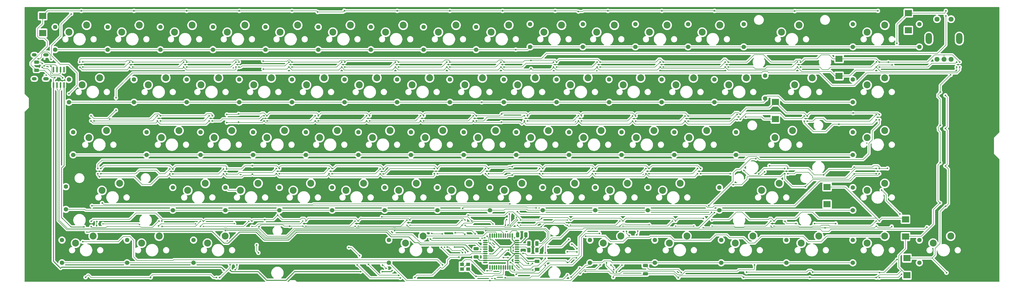
<source format=gbr>
%TF.GenerationSoftware,KiCad,Pcbnew,9.0.2*%
%TF.CreationDate,2025-07-03T22:06:11+05:30*%
%TF.ProjectId,KeeBoard,4b656542-6f61-4726-942e-6b696361645f,rev?*%
%TF.SameCoordinates,Original*%
%TF.FileFunction,Copper,L2,Bot*%
%TF.FilePolarity,Positive*%
%FSLAX46Y46*%
G04 Gerber Fmt 4.6, Leading zero omitted, Abs format (unit mm)*
G04 Created by KiCad (PCBNEW 9.0.2) date 2025-07-03 22:06:11*
%MOMM*%
%LPD*%
G01*
G04 APERTURE LIST*
G04 Aperture macros list*
%AMRoundRect*
0 Rectangle with rounded corners*
0 $1 Rounding radius*
0 $2 $3 $4 $5 $6 $7 $8 $9 X,Y pos of 4 corners*
0 Add a 4 corners polygon primitive as box body*
4,1,4,$2,$3,$4,$5,$6,$7,$8,$9,$2,$3,0*
0 Add four circle primitives for the rounded corners*
1,1,$1+$1,$2,$3*
1,1,$1+$1,$4,$5*
1,1,$1+$1,$6,$7*
1,1,$1+$1,$8,$9*
0 Add four rect primitives between the rounded corners*
20,1,$1+$1,$2,$3,$4,$5,0*
20,1,$1+$1,$4,$5,$6,$7,0*
20,1,$1+$1,$6,$7,$8,$9,0*
20,1,$1+$1,$8,$9,$2,$3,0*%
G04 Aperture macros list end*
%TA.AperFunction,ComponentPad*%
%ADD10C,1.600000*%
%TD*%
%TA.AperFunction,ComponentPad*%
%ADD11C,2.500000*%
%TD*%
%TA.AperFunction,ComponentPad*%
%ADD12O,2.300000X4.000000*%
%TD*%
%TA.AperFunction,ComponentPad*%
%ADD13C,1.800000*%
%TD*%
%TA.AperFunction,ComponentPad*%
%ADD14O,2.000000X1.200000*%
%TD*%
%TA.AperFunction,ComponentPad*%
%ADD15O,1.800000X1.200000*%
%TD*%
%TA.AperFunction,SMDPad,CuDef*%
%ADD16O,0.588000X2.045000*%
%TD*%
%TA.AperFunction,SMDPad,CuDef*%
%ADD17R,2.500000X2.300000*%
%TD*%
%TA.AperFunction,SMDPad,CuDef*%
%ADD18RoundRect,0.250000X-0.625000X0.312500X-0.625000X-0.312500X0.625000X-0.312500X0.625000X0.312500X0*%
%TD*%
%TA.AperFunction,SMDPad,CuDef*%
%ADD19RoundRect,0.250000X-0.325000X-0.650000X0.325000X-0.650000X0.325000X0.650000X-0.325000X0.650000X0*%
%TD*%
%TA.AperFunction,SMDPad,CuDef*%
%ADD20RoundRect,0.250000X0.650000X-0.325000X0.650000X0.325000X-0.650000X0.325000X-0.650000X-0.325000X0*%
%TD*%
%TA.AperFunction,SMDPad,CuDef*%
%ADD21O,1.684000X0.448000*%
%TD*%
%TA.AperFunction,SMDPad,CuDef*%
%ADD22O,0.448000X1.684000*%
%TD*%
%TA.AperFunction,SMDPad,CuDef*%
%ADD23R,1.400000X1.200000*%
%TD*%
%TA.AperFunction,SMDPad,CuDef*%
%ADD24RoundRect,0.250000X0.312500X0.625000X-0.312500X0.625000X-0.312500X-0.625000X0.312500X-0.625000X0*%
%TD*%
%TA.AperFunction,SMDPad,CuDef*%
%ADD25RoundRect,0.250000X-0.650000X0.325000X-0.650000X-0.325000X0.650000X-0.325000X0.650000X0.325000X0*%
%TD*%
%TA.AperFunction,ViaPad*%
%ADD26C,0.600000*%
%TD*%
%TA.AperFunction,ViaPad*%
%ADD27C,0.500000*%
%TD*%
%TA.AperFunction,Conductor*%
%ADD28C,0.200000*%
%TD*%
%TA.AperFunction,Conductor*%
%ADD29C,0.300000*%
%TD*%
%TA.AperFunction,Conductor*%
%ADD30C,0.150000*%
%TD*%
%TA.AperFunction,Conductor*%
%ADD31C,0.350000*%
%TD*%
%TA.AperFunction,Conductor*%
%ADD32C,0.254000*%
%TD*%
G04 APERTURE END LIST*
D10*
%TO.P,D30,1,K*%
%TO.N,R2*%
X312500000Y-56100000D03*
%TO.P,D30,2,A*%
%TO.N,Net-(D30-A)*%
X312500000Y-47900000D03*
%TD*%
D11*
%TO.P,SW44,1,1*%
%TO.N,Net-(D42-A)*%
X253365000Y-68897500D03*
%TO.P,SW44,2,2*%
%TO.N,C12*%
X259715000Y-66357500D03*
%TD*%
%TO.P,SW37,1,1*%
%TO.N,Net-(D35-A)*%
X120015000Y-68897500D03*
%TO.P,SW37,2,2*%
%TO.N,C5*%
X126365000Y-66357500D03*
%TD*%
D10*
%TO.P,D44,1,K*%
%TO.N,R3*%
X312500000Y-75100000D03*
%TO.P,D44,2,A*%
%TO.N,Net-(D44-A)*%
X312500000Y-66900000D03*
%TD*%
%TO.P,D24,1,K*%
%TO.N,R2*%
X186500000Y-56100000D03*
%TO.P,D24,2,A*%
%TO.N,Net-(D24-A)*%
X186500000Y-47900000D03*
%TD*%
%TO.P,D28,1,K*%
%TO.N,R2*%
X262500000Y-56100000D03*
%TO.P,D28,2,A*%
%TO.N,Net-(D28-A)*%
X262500000Y-47900000D03*
%TD*%
%TO.P,D42,1,K*%
%TO.N,R3*%
X248000000Y-75100000D03*
%TO.P,D42,2,A*%
%TO.N,Net-(D42-A)*%
X248000000Y-66900000D03*
%TD*%
%TO.P,D51,1,K*%
%TO.N,R4*%
X162500000Y-95100000D03*
%TO.P,D51,2,A*%
%TO.N,Net-(D51-A)*%
X162500000Y-86900000D03*
%TD*%
%TO.P,D14,1,K*%
%TO.N,R1*%
X273100000Y-36100000D03*
%TO.P,D14,2,A*%
%TO.N,Net-(D14-A)*%
X273100000Y-27900000D03*
%TD*%
%TO.P,D63,1,K*%
%TO.N,R5*%
X241000000Y-114100000D03*
%TO.P,D63,2,A*%
%TO.N,Net-(D63-A)*%
X241000000Y-105900000D03*
%TD*%
%TO.P,D48,1,K*%
%TO.N,R4*%
X105500000Y-95100000D03*
%TO.P,D48,2,A*%
%TO.N,Net-(D48-A)*%
X105500000Y-86900000D03*
%TD*%
%TO.P,D43,1,K*%
%TO.N,R3*%
X270300000Y-75100000D03*
%TO.P,D43,2,A*%
%TO.N,Net-(D43-A)*%
X270300000Y-66900000D03*
%TD*%
D11*
%TO.P,SW67,1,1*%
%TO.N,Net-(D65-A)*%
X293846250Y-106997500D03*
%TO.P,SW67,2,2*%
%TO.N,C12*%
X300196250Y-104457500D03*
%TD*%
%TO.P,SW52,1,1*%
%TO.N,Net-(D50-A)*%
X148590000Y-87947500D03*
%TO.P,SW52,2,2*%
%TO.N,C6*%
X154940000Y-85407500D03*
%TD*%
%TO.P,SW40,1,1*%
%TO.N,Net-(D38-A)*%
X177165000Y-68897500D03*
%TO.P,SW40,2,2*%
%TO.N,C8*%
X183515000Y-66357500D03*
%TD*%
D10*
%TO.P,D15,1,K*%
%TO.N,R1*%
X312500000Y-36100000D03*
%TO.P,D15,2,A*%
%TO.N,Net-(D15-A)*%
X312500000Y-27900000D03*
%TD*%
D11*
%TO.P,SW4,1,1*%
%TO.N,Net-(D2-A)*%
X48577500Y-30797500D03*
%TO.P,SW4,2,2*%
%TO.N,C2*%
X54927500Y-28257500D03*
%TD*%
D10*
%TO.P,D20,1,K*%
%TO.N,R2*%
X110000000Y-56100000D03*
%TO.P,D20,2,A*%
%TO.N,Net-(D20-A)*%
X110000000Y-47900000D03*
%TD*%
D11*
%TO.P,SW39,1,1*%
%TO.N,Net-(D37-A)*%
X158115000Y-68897500D03*
%TO.P,SW39,2,2*%
%TO.N,C7*%
X164465000Y-66357500D03*
%TD*%
%TO.P,SW43,1,1*%
%TO.N,Net-(D41-A)*%
X234315000Y-68897500D03*
%TO.P,SW43,2,2*%
%TO.N,C11*%
X240665000Y-66357500D03*
%TD*%
D10*
%TO.P,D47,1,K*%
%TO.N,R4*%
X86000000Y-95100000D03*
%TO.P,D47,2,A*%
%TO.N,Net-(D47-A)*%
X86000000Y-86900000D03*
%TD*%
D11*
%TO.P,SW38,1,1*%
%TO.N,Net-(D36-A)*%
X139065000Y-68897500D03*
%TO.P,SW38,2,2*%
%TO.N,C6*%
X145415000Y-66357500D03*
%TD*%
D10*
%TO.P,D19,1,K*%
%TO.N,R2*%
X91000000Y-56100000D03*
%TO.P,D19,2,A*%
%TO.N,Net-(D19-A)*%
X91000000Y-47900000D03*
%TD*%
%TO.P,D11,1,K*%
%TO.N,R1*%
X215000000Y-36100000D03*
%TO.P,D11,2,A*%
%TO.N,Net-(D11-A)*%
X215000000Y-27900000D03*
%TD*%
%TO.P,D35,1,K*%
%TO.N,R3*%
X115000000Y-75100000D03*
%TO.P,D35,2,A*%
%TO.N,Net-(D35-A)*%
X115000000Y-66900000D03*
%TD*%
%TO.P,D38,1,K*%
%TO.N,R3*%
X172000000Y-75100000D03*
%TO.P,D38,2,A*%
%TO.N,Net-(D38-A)*%
X172000000Y-66900000D03*
%TD*%
%TO.P,D61,1,K*%
%TO.N,R5*%
X145000000Y-114100000D03*
%TO.P,D61,2,A*%
%TO.N,Net-(D61-A)*%
X145000000Y-105900000D03*
%TD*%
D11*
%TO.P,SW8,1,1*%
%TO.N,Net-(D6-A)*%
X124777500Y-30797500D03*
%TO.P,SW8,2,2*%
%TO.N,C6*%
X131127500Y-28257500D03*
%TD*%
%TO.P,SW30,1,1*%
%TO.N,Net-(D28-A)*%
X267652500Y-49847500D03*
%TO.P,SW30,2,2*%
%TO.N,C13*%
X274002500Y-47307500D03*
%TD*%
D10*
%TO.P,D22,1,K*%
%TO.N,R2*%
X148000000Y-56100000D03*
%TO.P,D22,2,A*%
%TO.N,Net-(D22-A)*%
X148000000Y-47900000D03*
%TD*%
%TO.P,D55,1,K*%
%TO.N,R4*%
X238500000Y-95100000D03*
%TO.P,D55,2,A*%
%TO.N,Net-(D55-A)*%
X238500000Y-86900000D03*
%TD*%
%TO.P,D27,1,K*%
%TO.N,R2*%
X243500000Y-56100000D03*
%TO.P,D27,2,A*%
%TO.N,Net-(D27-A)*%
X243500000Y-47900000D03*
%TD*%
D11*
%TO.P,SW46,1,1*%
%TO.N,Net-(D44-A)*%
X317658750Y-68897500D03*
%TO.P,SW46,2,2*%
%TO.N,C15*%
X324008750Y-66357500D03*
%TD*%
%TO.P,SW49,1,1*%
%TO.N,Net-(D47-A)*%
X91440000Y-87947500D03*
%TO.P,SW49,2,2*%
%TO.N,C3*%
X97790000Y-85407500D03*
%TD*%
D10*
%TO.P,D7,1,K*%
%TO.N,R1*%
X138500000Y-37100000D03*
%TO.P,D7,2,A*%
%TO.N,Net-(D7-A)*%
X138500000Y-28900000D03*
%TD*%
%TO.P,D5,1,K*%
%TO.N,R1*%
X100500000Y-37100000D03*
%TO.P,D5,2,A*%
%TO.N,Net-(D5-A)*%
X100500000Y-28900000D03*
%TD*%
D11*
%TO.P,SW59,1,1*%
%TO.N,Net-(D57-A)*%
X317658750Y-87947500D03*
%TO.P,SW59,2,2*%
%TO.N,C15*%
X324008750Y-85407500D03*
%TD*%
%TO.P,SW48,1,1*%
%TO.N,Net-(D46-A)*%
X72390000Y-87947500D03*
%TO.P,SW48,2,2*%
%TO.N,C2*%
X78740000Y-85407500D03*
%TD*%
%TO.P,SW25,1,1*%
%TO.N,Net-(D23-A)*%
X172402500Y-49847500D03*
%TO.P,SW25,2,2*%
%TO.N,C8*%
X178752500Y-47307500D03*
%TD*%
%TO.P,SW33,1,1*%
%TO.N,Net-(D31-A)*%
X36671250Y-68897500D03*
%TO.P,SW33,2,2*%
%TO.N,C1*%
X43021250Y-66357500D03*
%TD*%
D10*
%TO.P,D52,1,K*%
%TO.N,R4*%
X181500000Y-95100000D03*
%TO.P,D52,2,A*%
%TO.N,Net-(D52-A)*%
X181500000Y-86900000D03*
%TD*%
D11*
%TO.P,SW60,1,1*%
%TO.N,Net-(D58-A)*%
X31908750Y-106997500D03*
%TO.P,SW60,2,2*%
%TO.N,C1*%
X38258750Y-104457500D03*
%TD*%
%TO.P,SW66,1,1*%
%TO.N,Net-(D64-A)*%
X270033750Y-106997500D03*
%TO.P,SW66,2,2*%
%TO.N,C11*%
X276383750Y-104457500D03*
%TD*%
D10*
%TO.P,D53,1,K*%
%TO.N,R4*%
X200500000Y-95100000D03*
%TO.P,D53,2,A*%
%TO.N,Net-(D53-A)*%
X200500000Y-86900000D03*
%TD*%
%TO.P,D23,1,K*%
%TO.N,R2*%
X167000000Y-56100000D03*
%TO.P,D23,2,A*%
%TO.N,Net-(D23-A)*%
X167000000Y-47900000D03*
%TD*%
D11*
%TO.P,SW5,1,1*%
%TO.N,Net-(D3-A)*%
X67627500Y-30797500D03*
%TO.P,SW5,2,2*%
%TO.N,C3*%
X73977500Y-28257500D03*
%TD*%
D10*
%TO.P,D25,1,K*%
%TO.N,R2*%
X205500000Y-56100000D03*
%TO.P,D25,2,A*%
%TO.N,Net-(D25-A)*%
X205500000Y-47900000D03*
%TD*%
%TO.P,D2,1,K*%
%TO.N,R1*%
X43500000Y-37100000D03*
%TO.P,D2,2,A*%
%TO.N,Net-(D2-A)*%
X43500000Y-28900000D03*
%TD*%
%TO.P,D29,1,K*%
%TO.N,R2*%
X280800000Y-54700000D03*
%TO.P,D29,2,A*%
%TO.N,Net-(D29-A)*%
X280800000Y-46500000D03*
%TD*%
D11*
%TO.P,SW13,1,1*%
%TO.N,Net-(D11-A)*%
X220027500Y-30797500D03*
%TO.P,SW13,2,2*%
%TO.N,C11*%
X226377500Y-28257500D03*
%TD*%
D10*
%TO.P,D41,1,K*%
%TO.N,R3*%
X229000000Y-75100000D03*
%TO.P,D41,2,A*%
%TO.N,Net-(D41-A)*%
X229000000Y-66900000D03*
%TD*%
D11*
%TO.P,SW57,1,1*%
%TO.N,Net-(D55-A)*%
X243840000Y-87947500D03*
%TO.P,SW57,2,2*%
%TO.N,C11*%
X250190000Y-85407500D03*
%TD*%
%TO.P,SW21,1,1*%
%TO.N,Net-(D19-A)*%
X96202500Y-49847500D03*
%TO.P,SW21,2,2*%
%TO.N,C4*%
X102552500Y-47307500D03*
%TD*%
%TO.P,SW56,1,1*%
%TO.N,Net-(D54-A)*%
X224790000Y-87947500D03*
%TO.P,SW56,2,2*%
%TO.N,C10*%
X231140000Y-85407500D03*
%TD*%
%TO.P,SW36,1,1*%
%TO.N,Net-(D34-A)*%
X100965000Y-68897500D03*
%TO.P,SW36,2,2*%
%TO.N,C4*%
X107315000Y-66357500D03*
%TD*%
D10*
%TO.P,D56,1,K*%
%TO.N,R4*%
X264318750Y-95100000D03*
%TO.P,D56,2,A*%
%TO.N,Net-(D56-A)*%
X264318750Y-86900000D03*
%TD*%
%TO.P,D17,1,K*%
%TO.N,R2*%
X53000000Y-56100000D03*
%TO.P,D17,2,A*%
%TO.N,Net-(D17-A)*%
X53000000Y-47900000D03*
%TD*%
D11*
%TO.P,SW55,1,1*%
%TO.N,Net-(D53-A)*%
X205740000Y-87947500D03*
%TO.P,SW55,2,2*%
%TO.N,C9*%
X212090000Y-85407500D03*
%TD*%
D10*
%TO.P,D49,1,K*%
%TO.N,R4*%
X124500000Y-95100000D03*
%TO.P,D49,2,A*%
%TO.N,Net-(D49-A)*%
X124500000Y-86900000D03*
%TD*%
D11*
%TO.P,SW63,1,1*%
%TO.N,Net-(D61-A)*%
X150971250Y-106997500D03*
%TO.P,SW63,2,2*%
%TO.N,C6*%
X157321250Y-104457500D03*
%TD*%
D10*
%TO.P,D9,1,K*%
%TO.N,R1*%
X176500000Y-37100000D03*
%TO.P,D9,2,A*%
%TO.N,Net-(D9-A)*%
X176500000Y-28900000D03*
%TD*%
%TO.P,D64,1,K*%
%TO.N,R5*%
X265000000Y-114100000D03*
%TO.P,D64,2,A*%
%TO.N,Net-(D64-A)*%
X265000000Y-105900000D03*
%TD*%
%TO.P,D62,1,K*%
%TO.N,R5*%
X217600000Y-114100000D03*
%TO.P,D62,2,A*%
%TO.N,Net-(D62-A)*%
X217600000Y-105900000D03*
%TD*%
D11*
%TO.P,SW62,1,1*%
%TO.N,Net-(D60-A)*%
X79533750Y-106997500D03*
%TO.P,SW62,2,2*%
%TO.N,C3*%
X85883750Y-104457500D03*
%TD*%
%TO.P,SW65,1,1*%
%TO.N,Net-(D63-A)*%
X246221250Y-106997500D03*
%TO.P,SW65,2,2*%
%TO.N,C10*%
X252571250Y-104457500D03*
%TD*%
%TO.P,SW14,1,1*%
%TO.N,Net-(D12-A)*%
X239077500Y-30797500D03*
%TO.P,SW14,2,2*%
%TO.N,C12*%
X245427500Y-28257500D03*
%TD*%
%TO.P,SW27,1,1*%
%TO.N,Net-(D25-A)*%
X210502500Y-49847500D03*
%TO.P,SW27,2,2*%
%TO.N,C10*%
X216852500Y-47307500D03*
%TD*%
%TO.P,SW3,1,1*%
%TO.N,Net-(D1-A)*%
X29527500Y-30797500D03*
%TO.P,SW3,2,2*%
%TO.N,C1*%
X35877500Y-28257500D03*
%TD*%
%TO.P,SW35,1,1*%
%TO.N,Net-(D33-A)*%
X81915000Y-68897500D03*
%TO.P,SW35,2,2*%
%TO.N,C3*%
X88265000Y-66357500D03*
%TD*%
%TO.P,SW9,1,1*%
%TO.N,Net-(D7-A)*%
X143827500Y-30797500D03*
%TO.P,SW9,2,2*%
%TO.N,C7*%
X150177500Y-28257500D03*
%TD*%
%TO.P,SW29,1,1*%
%TO.N,Net-(D27-A)*%
X248602500Y-49847500D03*
%TO.P,SW29,2,2*%
%TO.N,C12*%
X254952500Y-47307500D03*
%TD*%
D10*
%TO.P,D68,1,K*%
%TO.N,R1*%
X336500000Y-36100000D03*
%TO.P,D68,2,A*%
%TO.N,Rt_1*%
X336500000Y-27900000D03*
%TD*%
D11*
%TO.P,SW50,1,1*%
%TO.N,Net-(D48-A)*%
X110490000Y-87947500D03*
%TO.P,SW50,2,2*%
%TO.N,C4*%
X116840000Y-85407500D03*
%TD*%
D10*
%TO.P,D6,1,K*%
%TO.N,R1*%
X119500000Y-37100000D03*
%TO.P,D6,2,A*%
%TO.N,Net-(D6-A)*%
X119500000Y-28900000D03*
%TD*%
%TO.P,D60,1,K*%
%TO.N,R5*%
X74500000Y-114100000D03*
%TO.P,D60,2,A*%
%TO.N,Net-(D60-A)*%
X74500000Y-105900000D03*
%TD*%
D11*
%TO.P,SW23,1,1*%
%TO.N,Net-(D21-A)*%
X134302500Y-49847500D03*
%TO.P,SW23,2,2*%
%TO.N,C6*%
X140652500Y-47307500D03*
%TD*%
D12*
%TO.P,Rot_Encoder_1,6,6*%
%TO.N,unconnected-(Rot_Encoder_1-Pad6)*%
X350919000Y-33087500D03*
%TO.P,Rot_Encoder_1,7,7*%
%TO.N,unconnected-(Rot_Encoder_1-Pad7)*%
X339919000Y-33087500D03*
D13*
%TO.P,Rot_Encoder_1,A,A*%
%TO.N,encoder_a*%
X342879000Y-40587500D03*
%TO.P,Rot_Encoder_1,B,B*%
%TO.N,encoder_b*%
X347959000Y-40587500D03*
%TO.P,Rot_Encoder_1,C,C*%
%TO.N,GND*%
X345419000Y-40587500D03*
%TO.P,Rot_Encoder_1,D,D*%
%TO.N,Rt_1*%
X342879000Y-26087500D03*
%TO.P,Rot_Encoder_1,E,E*%
%TO.N,C16*%
X347959000Y-26087500D03*
%TD*%
D10*
%TO.P,D21,1,K*%
%TO.N,R2*%
X129000000Y-56100000D03*
%TO.P,D21,2,A*%
%TO.N,Net-(D21-A)*%
X129000000Y-47900000D03*
%TD*%
D11*
%TO.P,SW53,1,1*%
%TO.N,Net-(D51-A)*%
X167640000Y-87947500D03*
%TO.P,SW53,2,2*%
%TO.N,C7*%
X173990000Y-85407500D03*
%TD*%
%TO.P,SW26,1,1*%
%TO.N,Net-(D24-A)*%
X191452500Y-49847500D03*
%TO.P,SW26,2,2*%
%TO.N,C9*%
X197802500Y-47307500D03*
%TD*%
D10*
%TO.P,D32,1,K*%
%TO.N,R3*%
X57500000Y-75100000D03*
%TO.P,D32,2,A*%
%TO.N,Net-(D32-A)*%
X57500000Y-66900000D03*
%TD*%
%TO.P,D59,1,K*%
%TO.N,R5*%
X50500000Y-114100000D03*
%TO.P,D59,2,A*%
%TO.N,Net-(D59-A)*%
X50500000Y-105900000D03*
%TD*%
D11*
%TO.P,SW11,1,1*%
%TO.N,Net-(D9-A)*%
X181927500Y-30797500D03*
%TO.P,SW11,2,2*%
%TO.N,C9*%
X188277500Y-28257500D03*
%TD*%
%TO.P,SW64,1,1*%
%TO.N,Net-(D62-A)*%
X222408750Y-106997500D03*
%TO.P,SW64,2,2*%
%TO.N,C9*%
X228758750Y-104457500D03*
%TD*%
D10*
%TO.P,D34,1,K*%
%TO.N,R3*%
X96000000Y-75100000D03*
%TO.P,D34,2,A*%
%TO.N,Net-(D34-A)*%
X96000000Y-66900000D03*
%TD*%
D11*
%TO.P,SW24,1,1*%
%TO.N,Net-(D22-A)*%
X153352500Y-49847500D03*
%TO.P,SW24,2,2*%
%TO.N,C7*%
X159702500Y-47307500D03*
%TD*%
%TO.P,SW17,1,1*%
%TO.N,Net-(D15-A)*%
X317658750Y-30797500D03*
%TO.P,SW17,2,2*%
%TO.N,C15*%
X324008750Y-28257500D03*
%TD*%
D10*
%TO.P,D12,1,K*%
%TO.N,R1*%
X234000000Y-36100000D03*
%TO.P,D12,2,A*%
%TO.N,Net-(D12-A)*%
X234000000Y-27900000D03*
%TD*%
D11*
%TO.P,SW54,1,1*%
%TO.N,Net-(D52-A)*%
X186690000Y-87947500D03*
%TO.P,SW54,2,2*%
%TO.N,C8*%
X193040000Y-85407500D03*
%TD*%
D10*
%TO.P,D31,1,K*%
%TO.N,R3*%
X31000000Y-75100000D03*
%TO.P,D31,2,A*%
%TO.N,Net-(D31-A)*%
X31000000Y-66900000D03*
%TD*%
%TO.P,D45,1,K*%
%TO.N,R4*%
X28400000Y-94800000D03*
%TO.P,D45,2,A*%
%TO.N,Net-(D45-A)*%
X28400000Y-86600000D03*
%TD*%
%TO.P,D50,1,K*%
%TO.N,R4*%
X143500000Y-95100000D03*
%TO.P,D50,2,A*%
%TO.N,Net-(D50-A)*%
X143500000Y-86900000D03*
%TD*%
%TO.P,D58,1,K*%
%TO.N,R5*%
X27000000Y-114100000D03*
%TO.P,D58,2,A*%
%TO.N,Net-(D58-A)*%
X27000000Y-105900000D03*
%TD*%
%TO.P,D4,1,K*%
%TO.N,R1*%
X81500000Y-37100000D03*
%TO.P,D4,2,A*%
%TO.N,Net-(D4-A)*%
X81500000Y-28900000D03*
%TD*%
D11*
%TO.P,SW15,1,1*%
%TO.N,Net-(D13-A)*%
X258127500Y-30797500D03*
%TO.P,SW15,2,2*%
%TO.N,C13*%
X264477500Y-28257500D03*
%TD*%
%TO.P,SW61,1,1*%
%TO.N,Net-(D59-A)*%
X55721250Y-106997500D03*
%TO.P,SW61,2,2*%
%TO.N,C2*%
X62071250Y-104457500D03*
%TD*%
%TO.P,SW12,1,1*%
%TO.N,Net-(D10-A)*%
X200977500Y-30797500D03*
%TO.P,SW12,2,2*%
%TO.N,C10*%
X207327500Y-28257500D03*
%TD*%
%TO.P,SW32,1,1*%
%TO.N,Net-(D30-A)*%
X317658750Y-49847500D03*
%TO.P,SW32,2,2*%
%TO.N,C15*%
X324008750Y-47307500D03*
%TD*%
%TO.P,SW19,1,1*%
%TO.N,Net-(D17-A)*%
X58102500Y-49847500D03*
%TO.P,SW19,2,2*%
%TO.N,C2*%
X64452500Y-47307500D03*
%TD*%
%TO.P,SW41,1,1*%
%TO.N,Net-(D39-A)*%
X196215000Y-68897500D03*
%TO.P,SW41,2,2*%
%TO.N,C9*%
X202565000Y-66357500D03*
%TD*%
%TO.P,SW16,1,1*%
%TO.N,Net-(D14-A)*%
X286702500Y-30797500D03*
%TO.P,SW16,2,2*%
%TO.N,C14*%
X293052500Y-28257500D03*
%TD*%
D10*
%TO.P,D1,1,K*%
%TO.N,R1*%
X24500000Y-37100000D03*
%TO.P,D1,2,A*%
%TO.N,Net-(D1-A)*%
X24500000Y-28900000D03*
%TD*%
D11*
%TO.P,SW10,1,1*%
%TO.N,Net-(D8-A)*%
X162877500Y-30797500D03*
%TO.P,SW10,2,2*%
%TO.N,C8*%
X169227500Y-28257500D03*
%TD*%
D10*
%TO.P,D13,1,K*%
%TO.N,R1*%
X253000000Y-36100000D03*
%TO.P,D13,2,A*%
%TO.N,Net-(D13-A)*%
X253000000Y-27900000D03*
%TD*%
%TO.P,D10,1,K*%
%TO.N,R1*%
X196000000Y-36100000D03*
%TO.P,D10,2,A*%
%TO.N,Net-(D10-A)*%
X196000000Y-27900000D03*
%TD*%
D11*
%TO.P,SW20,1,1*%
%TO.N,Net-(D18-A)*%
X77152500Y-49847500D03*
%TO.P,SW20,2,2*%
%TO.N,C3*%
X83502500Y-47307500D03*
%TD*%
D10*
%TO.P,D65,1,K*%
%TO.N,R5*%
X288500000Y-114100000D03*
%TO.P,D65,2,A*%
%TO.N,Net-(D65-A)*%
X288500000Y-105900000D03*
%TD*%
D11*
%TO.P,SW68,1,1*%
%TO.N,Net-(D66-A)*%
X317658750Y-106997500D03*
%TO.P,SW68,2,2*%
%TO.N,C15*%
X324008750Y-104457500D03*
%TD*%
%TO.P,SW47,1,1*%
%TO.N,Net-(D45-A)*%
X41433750Y-87947500D03*
%TO.P,SW47,2,2*%
%TO.N,C1*%
X47783750Y-85407500D03*
%TD*%
D10*
%TO.P,D18,1,K*%
%TO.N,R2*%
X72000000Y-56100000D03*
%TO.P,D18,2,A*%
%TO.N,Net-(D18-A)*%
X72000000Y-47900000D03*
%TD*%
%TO.P,D16,1,K*%
%TO.N,R2*%
X29500000Y-56100000D03*
%TO.P,D16,2,A*%
%TO.N,Net-(D16-A)*%
X29500000Y-47900000D03*
%TD*%
%TO.P,D26,1,K*%
%TO.N,R2*%
X224500000Y-56100000D03*
%TO.P,D26,2,A*%
%TO.N,Net-(D26-A)*%
X224500000Y-47900000D03*
%TD*%
D11*
%TO.P,SW42,1,1*%
%TO.N,Net-(D40-A)*%
X215265000Y-68897500D03*
%TO.P,SW42,2,2*%
%TO.N,C10*%
X221615000Y-66357500D03*
%TD*%
%TO.P,SW28,1,1*%
%TO.N,Net-(D26-A)*%
X229552500Y-49847500D03*
%TO.P,SW28,2,2*%
%TO.N,C11*%
X235902500Y-47307500D03*
%TD*%
D10*
%TO.P,D3,1,K*%
%TO.N,R1*%
X62500000Y-37100000D03*
%TO.P,D3,2,A*%
%TO.N,Net-(D3-A)*%
X62500000Y-28900000D03*
%TD*%
%TO.P,D66,1,K*%
%TO.N,R5*%
X312500000Y-114100000D03*
%TO.P,D66,2,A*%
%TO.N,Net-(D66-A)*%
X312500000Y-105900000D03*
%TD*%
D14*
%TO.P,J1,0*%
%TO.N,N/C*%
X21180000Y-39000000D03*
%TO.P,J1,1*%
X21180000Y-47650000D03*
D15*
%TO.P,J1,2*%
X17000000Y-47650000D03*
%TO.P,J1,3*%
X17000000Y-39000000D03*
%TD*%
D11*
%TO.P,SW34,1,1*%
%TO.N,Net-(D32-A)*%
X62865000Y-68897500D03*
%TO.P,SW34,2,2*%
%TO.N,C2*%
X69215000Y-66357500D03*
%TD*%
%TO.P,SW18,1,1*%
%TO.N,Net-(D16-A)*%
X34290000Y-49847500D03*
%TO.P,SW18,2,2*%
%TO.N,C1*%
X40640000Y-47307500D03*
%TD*%
D10*
%TO.P,D40,1,K*%
%TO.N,R3*%
X210000000Y-75100000D03*
%TO.P,D40,2,A*%
%TO.N,Net-(D40-A)*%
X210000000Y-66900000D03*
%TD*%
%TO.P,D67,1,K*%
%TO.N,R5*%
X336500000Y-114100000D03*
%TO.P,D67,2,A*%
%TO.N,Net-(D67-A)*%
X336500000Y-105900000D03*
%TD*%
%TO.P,D39,1,K*%
%TO.N,R3*%
X191000000Y-75100000D03*
%TO.P,D39,2,A*%
%TO.N,Net-(D39-A)*%
X191000000Y-66900000D03*
%TD*%
D11*
%TO.P,SW31,1,1*%
%TO.N,Net-(D29-A)*%
X291465000Y-49847500D03*
%TO.P,SW31,2,2*%
%TO.N,C14*%
X297815000Y-47307500D03*
%TD*%
%TO.P,SW45,1,1*%
%TO.N,Net-(D43-A)*%
X284321250Y-68897500D03*
%TO.P,SW45,2,2*%
%TO.N,C13*%
X290671250Y-66357500D03*
%TD*%
D10*
%TO.P,D57,1,K*%
%TO.N,R4*%
X312500000Y-95100000D03*
%TO.P,D57,2,A*%
%TO.N,Net-(D57-A)*%
X312500000Y-86900000D03*
%TD*%
D11*
%TO.P,SW58,1,1*%
%TO.N,Net-(D56-A)*%
X279558750Y-87947500D03*
%TO.P,SW58,2,2*%
%TO.N,C12*%
X285908750Y-85407500D03*
%TD*%
D10*
%TO.P,D37,1,K*%
%TO.N,R3*%
X153000000Y-75100000D03*
%TO.P,D37,2,A*%
%TO.N,Net-(D37-A)*%
X153000000Y-66900000D03*
%TD*%
%TO.P,D46,1,K*%
%TO.N,R4*%
X67000000Y-95100000D03*
%TO.P,D46,2,A*%
%TO.N,Net-(D46-A)*%
X67000000Y-86900000D03*
%TD*%
D11*
%TO.P,SW6,1,1*%
%TO.N,Net-(D4-A)*%
X86677500Y-30797500D03*
%TO.P,SW6,2,2*%
%TO.N,C4*%
X93027500Y-28257500D03*
%TD*%
D10*
%TO.P,D33,1,K*%
%TO.N,R3*%
X77000000Y-75100000D03*
%TO.P,D33,2,A*%
%TO.N,Net-(D33-A)*%
X77000000Y-66900000D03*
%TD*%
%TO.P,D8,1,K*%
%TO.N,R1*%
X157500000Y-37100000D03*
%TO.P,D8,2,A*%
%TO.N,Net-(D8-A)*%
X157500000Y-28900000D03*
%TD*%
D11*
%TO.P,SW22,1,1*%
%TO.N,Net-(D20-A)*%
X115252500Y-49847500D03*
%TO.P,SW22,2,2*%
%TO.N,C5*%
X121602500Y-47307500D03*
%TD*%
%TO.P,SW69,1,1*%
%TO.N,Net-(D67-A)*%
X341471250Y-106997500D03*
%TO.P,SW69,2,2*%
%TO.N,C16*%
X347821250Y-104457500D03*
%TD*%
%TO.P,SW7,1,1*%
%TO.N,Net-(D5-A)*%
X105727500Y-30797500D03*
%TO.P,SW7,2,2*%
%TO.N,C5*%
X112077500Y-28257500D03*
%TD*%
%TO.P,SW51,1,1*%
%TO.N,Net-(D49-A)*%
X129540000Y-87947500D03*
%TO.P,SW51,2,2*%
%TO.N,C5*%
X135890000Y-85407500D03*
%TD*%
D10*
%TO.P,D36,1,K*%
%TO.N,R3*%
X134000000Y-75100000D03*
%TO.P,D36,2,A*%
%TO.N,Net-(D36-A)*%
X134000000Y-66900000D03*
%TD*%
%TO.P,D54,1,K*%
%TO.N,R4*%
X219500000Y-95100000D03*
%TO.P,D54,2,A*%
%TO.N,Net-(D54-A)*%
X219500000Y-86900000D03*
%TD*%
D16*
%TO.P,U3,1,VCC*%
%TO.N,VBUS*%
X27705000Y-49872500D03*
%TO.P,U3,2,I/O1*%
%TO.N,d+*%
X26435000Y-49872500D03*
%TO.P,U3,3,I/O2*%
%TO.N,d-*%
X25165000Y-49872500D03*
%TO.P,U3,4,GND*%
%TO.N,GND*%
X23895000Y-49872500D03*
%TO.P,U3,5,GND*%
%TO.N,Net-(J1-GND-PadA1)*%
X23895000Y-44327500D03*
%TO.P,U3,6,I/O2*%
%TO.N,Net-(J1-D--PadA7)*%
X25165000Y-44327500D03*
%TO.P,U3,7,I/O1*%
%TO.N,Net-(J1-D+-PadA6)*%
X26435000Y-44327500D03*
%TO.P,U3,8,VCC*%
%TO.N,a4*%
X27705000Y-44327500D03*
%TD*%
D17*
%TO.P,Main_c6,1*%
%TO.N,a4*%
X331500000Y-104600000D03*
%TO.P,Main_c6,2*%
%TO.N,GND*%
X331500000Y-98400000D03*
%TD*%
%TO.P,Main_c4,1*%
%TO.N,a4*%
X284500000Y-62200000D03*
%TO.P,Main_c4,2*%
%TO.N,GND*%
X284500000Y-56000000D03*
%TD*%
D18*
%TO.P,5.1K_R2,1*%
%TO.N,Net-(J1-CC1)*%
X17800000Y-41637500D03*
%TO.P,5.1K_R2,2*%
%TO.N,GND*%
X17800000Y-44562500D03*
%TD*%
D19*
%TO.P,C16,1*%
%TO.N,GND*%
X191525000Y-104000000D03*
%TO.P,C16,2*%
%TO.N,VBUS*%
X194475000Y-104000000D03*
%TD*%
D18*
%TO.P,R1,1*%
%TO.N,VBUS*%
X198500000Y-113537500D03*
%TO.P,R1,2*%
%TO.N,Net-(PB1-C)*%
X198500000Y-116462500D03*
%TD*%
D20*
%TO.P,C20,1*%
%TO.N,a4*%
X237600000Y-118075000D03*
%TO.P,C20,2*%
%TO.N,GND*%
X237600000Y-115125000D03*
%TD*%
D21*
%TO.P,U2,1,PE6*%
%TO.N,unconnected-(U2-PE6-Pad1)*%
X191242000Y-106000000D03*
%TO.P,U2,2,UVCC*%
%TO.N,VBUS*%
X191242000Y-106800000D03*
%TO.P,U2,3,D-*%
%TO.N,Net-(U2-D-)*%
X191242000Y-107600000D03*
%TO.P,U2,4,D+*%
%TO.N,Net-(U2-D+)*%
X191242000Y-108400000D03*
%TO.P,U2,5,UGND*%
%TO.N,GND*%
X191242000Y-109200000D03*
%TO.P,U2,6,UCAP*%
%TO.N,Net-(U2-UCAP)*%
X191242000Y-110000000D03*
%TO.P,U2,7,VBUS*%
%TO.N,VBUS*%
X191242000Y-110800000D03*
%TO.P,U2,8,PB0*%
%TO.N,C16*%
X191242000Y-111600000D03*
%TO.P,U2,9,PB1*%
%TO.N,C15*%
X191242000Y-112400000D03*
%TO.P,U2,10,PB2*%
%TO.N,C14*%
X191242000Y-113200000D03*
%TO.P,U2,11,PB3*%
%TO.N,C13*%
X191242000Y-114000000D03*
D22*
%TO.P,U2,12,PB7*%
%TO.N,C12*%
X189500000Y-115742000D03*
%TO.P,U2,13,~{RESET}*%
%TO.N,Net-(PB1-C)*%
X188700000Y-115742000D03*
%TO.P,U2,14,VCC*%
%TO.N,VBUS*%
X187900000Y-115742000D03*
%TO.P,U2,15,GND*%
%TO.N,GND*%
X187100000Y-115742000D03*
%TO.P,U2,16,XTAL2*%
%TO.N,Net-(U2-XTAL2)*%
X186300000Y-115742000D03*
%TO.P,U2,17,XTAL1*%
%TO.N,Net-(U2-XTAL1)*%
X185500000Y-115742000D03*
%TO.P,U2,18,PD0*%
%TO.N,C11*%
X184700000Y-115742000D03*
%TO.P,U2,19,PD1*%
%TO.N,C10*%
X183900000Y-115742000D03*
%TO.P,U2,20,PD2*%
%TO.N,C9*%
X183100000Y-115742000D03*
%TO.P,U2,21,PD3*%
%TO.N,LED_DIN*%
X182300000Y-115742000D03*
%TO.P,U2,22,PD5*%
%TO.N,R5*%
X181500000Y-115742000D03*
D21*
%TO.P,U2,23,GND*%
%TO.N,GND*%
X179758000Y-114000000D03*
%TO.P,U2,24,AVCC*%
%TO.N,VBUS*%
X179758000Y-113200000D03*
%TO.P,U2,25,PD4*%
%TO.N,R1*%
X179758000Y-112400000D03*
%TO.P,U2,26,PD6*%
%TO.N,R2*%
X179758000Y-111600000D03*
%TO.P,U2,27,PD7*%
%TO.N,R3*%
X179758000Y-110800000D03*
%TO.P,U2,28,PB4*%
%TO.N,R4*%
X179758000Y-110000000D03*
%TO.P,U2,29,PB5*%
%TO.N,C1*%
X179758000Y-109200000D03*
%TO.P,U2,30,PB6*%
%TO.N,C2*%
X179758000Y-108400000D03*
%TO.P,U2,31,PC6*%
%TO.N,C3*%
X179758000Y-107600000D03*
%TO.P,U2,32,PC7*%
%TO.N,C4*%
X179758000Y-106800000D03*
%TO.P,U2,33,~{HWB}/PE2*%
%TO.N,unconnected-(U2-~{HWB}{slash}PE2-Pad33)*%
X179758000Y-106000000D03*
D22*
%TO.P,U2,34,VCC*%
%TO.N,VBUS*%
X181500000Y-104258000D03*
%TO.P,U2,35,GND*%
%TO.N,GND*%
X182300000Y-104258000D03*
%TO.P,U2,36,PF7*%
%TO.N,C5*%
X183100000Y-104258000D03*
%TO.P,U2,37,PF6*%
%TO.N,C6*%
X183900000Y-104258000D03*
%TO.P,U2,38,PF5*%
%TO.N,unconnected-(U2-PF5-Pad38)*%
X184700000Y-104258000D03*
%TO.P,U2,39,PF4*%
%TO.N,unconnected-(U2-PF4-Pad39)*%
X185500000Y-104258000D03*
%TO.P,U2,40,PF1*%
%TO.N,C7*%
X186300000Y-104258000D03*
%TO.P,U2,41,PF0*%
%TO.N,C8*%
X187100000Y-104258000D03*
%TO.P,U2,42,AREF*%
%TO.N,unconnected-(U2-AREF-Pad42)*%
X187900000Y-104258000D03*
%TO.P,U2,43,GND*%
%TO.N,GND*%
X188700000Y-104258000D03*
%TO.P,U2,44,AVCC*%
%TO.N,VBUS*%
X189500000Y-104258000D03*
%TD*%
D17*
%TO.P,Main_c3,1*%
%TO.N,a4*%
X307500000Y-46600000D03*
%TO.P,Main_c3,2*%
%TO.N,GND*%
X307500000Y-40400000D03*
%TD*%
D23*
%TO.P,X1,1,OSC1*%
%TO.N,Net-(U2-XTAL1)*%
X171400000Y-114650000D03*
%TO.P,X1,2,GND*%
%TO.N,GND*%
X173600000Y-114650000D03*
%TO.P,X1,3,OSC2*%
%TO.N,Net-(U2-XTAL2)*%
X173600000Y-116350000D03*
%TO.P,X1,4,GND*%
%TO.N,GND*%
X171400000Y-116350000D03*
%TD*%
D17*
%TO.P,Main_c5,1*%
%TO.N,a4*%
X303200000Y-92900000D03*
%TO.P,Main_c5,2*%
%TO.N,GND*%
X303200000Y-86700000D03*
%TD*%
%TO.P,Main_c7,1*%
%TO.N,a4*%
X332000000Y-118600000D03*
%TO.P,Main_c7,2*%
%TO.N,GND*%
X332000000Y-112400000D03*
%TD*%
D24*
%TO.P,R2,1*%
%TO.N,d+*%
X198462500Y-109500000D03*
%TO.P,R2,2*%
%TO.N,Net-(U2-D+)*%
X195537500Y-109500000D03*
%TD*%
D17*
%TO.P,Main_c2,1*%
%TO.N,a4*%
X332500000Y-30100000D03*
%TO.P,Main_c2,2*%
%TO.N,GND*%
X332500000Y-23900000D03*
%TD*%
D24*
%TO.P,R3,1*%
%TO.N,d-*%
X198462500Y-107100000D03*
%TO.P,R3,2*%
%TO.N,Net-(U2-D-)*%
X195537500Y-107100000D03*
%TD*%
D25*
%TO.P,C18,1*%
%TO.N,GND*%
X176500000Y-109025000D03*
%TO.P,C18,2*%
%TO.N,VBUS*%
X176500000Y-111975000D03*
%TD*%
D17*
%TO.P,Main_C1,1*%
%TO.N,a4*%
X20000000Y-31100000D03*
%TO.P,Main_C1,2*%
%TO.N,GND*%
X20000000Y-24900000D03*
%TD*%
D26*
%TO.N,GND*%
X298000000Y-117500000D03*
X185700000Y-60300000D03*
X176550000Y-61000000D03*
X346000000Y-93700000D03*
X196300000Y-41025000D03*
X180950000Y-80085000D03*
X167050000Y-41585000D03*
X110050000Y-41585000D03*
X24400000Y-47200000D03*
X322100000Y-117600000D03*
X209400000Y-110125000D03*
X328440031Y-112922731D03*
X274100000Y-117500000D03*
X214550000Y-61000000D03*
D27*
X152640000Y-98670000D03*
D26*
X167035000Y-23085000D03*
X188700000Y-104258000D03*
X44200000Y-62200000D03*
X296050000Y-61085000D03*
X81270000Y-61000000D03*
X237400000Y-114900000D03*
X191242000Y-109200000D03*
D27*
X229500000Y-99000000D03*
D26*
X273200000Y-80700000D03*
X291500000Y-23170000D03*
X332500000Y-23900000D03*
X186550000Y-41585000D03*
X86500000Y-60525000D03*
X253050000Y-61085000D03*
X257550000Y-80085000D03*
X142600000Y-117300000D03*
X53005000Y-23085000D03*
D27*
X133900000Y-99000000D03*
D26*
X143000000Y-80170000D03*
X187100000Y-115742000D03*
X200100000Y-98100000D03*
X234508445Y-103978069D03*
X307600000Y-40400000D03*
X176500000Y-109025000D03*
X205045000Y-23085000D03*
X293550000Y-41585000D03*
X289050000Y-80085000D03*
X321550000Y-23085000D03*
X134450000Y-111550000D03*
X302000000Y-82300000D03*
X37600000Y-99085000D03*
D27*
X78050000Y-99085000D03*
D26*
X63050000Y-98985000D03*
X148030000Y-23085000D03*
X182300000Y-104258000D03*
X213400000Y-23325000D03*
X95700000Y-79000000D03*
X195000000Y-61000000D03*
X148537331Y-118691240D03*
X162550000Y-80085000D03*
D27*
X172500000Y-98670000D03*
D26*
X134800000Y-117300000D03*
X101000000Y-61000000D03*
D27*
X192500000Y-98670000D03*
D26*
X171400000Y-116350000D03*
X280600000Y-81200000D03*
X119300000Y-23525000D03*
X52550000Y-41585000D03*
D27*
X322050000Y-99000000D03*
D26*
X312600000Y-60000000D03*
X173600000Y-96900000D03*
X282400000Y-79000000D03*
D27*
X284000000Y-99000000D03*
D26*
X146196122Y-116905243D03*
X179758000Y-114000000D03*
X99600000Y-41225000D03*
X168700000Y-108400000D03*
X331500000Y-98400000D03*
X124550000Y-80085000D03*
X219550000Y-80085000D03*
X90901667Y-41585000D03*
X322000000Y-80085000D03*
X322050000Y-60585000D03*
X148450000Y-41585000D03*
X137600000Y-114700000D03*
X130550000Y-108585000D03*
X227100000Y-117500000D03*
X173600000Y-114650000D03*
D27*
X95550000Y-99085000D03*
D26*
X328400000Y-34800000D03*
X271800000Y-60500000D03*
X205550000Y-41585000D03*
X34000000Y-23085000D03*
X221310000Y-41585000D03*
X72010000Y-23085000D03*
X173500000Y-110000000D03*
X67000000Y-80170000D03*
X303200000Y-86700000D03*
X212900000Y-110200000D03*
X157550000Y-61000000D03*
X345900000Y-79100000D03*
X105450000Y-80085000D03*
X72050000Y-41585000D03*
X267550000Y-41585000D03*
X258578369Y-98037838D03*
X85439654Y-116724458D03*
X244050000Y-41585000D03*
X186040000Y-23085000D03*
X189500000Y-79325000D03*
X110020000Y-23085000D03*
X262550000Y-23085000D03*
X250600000Y-117600000D03*
X100200000Y-98500000D03*
X229200000Y-114900000D03*
X345900000Y-53600000D03*
X322050000Y-41585000D03*
X351050000Y-41585000D03*
X200550000Y-80085000D03*
X346300000Y-117700000D03*
X129025000Y-23085000D03*
X91015000Y-23085000D03*
X312950000Y-79550000D03*
X345900000Y-65600000D03*
X90700000Y-60300000D03*
X129050000Y-41585000D03*
X224050000Y-23085000D03*
X261585159Y-98555135D03*
D27*
X210500000Y-98670000D03*
D26*
X86450000Y-80170000D03*
X325000000Y-80000000D03*
X346050000Y-23085000D03*
X325300000Y-41600000D03*
X234849372Y-102614364D03*
X243550000Y-23085000D03*
X34550000Y-41500000D03*
X62550000Y-61000000D03*
X238930000Y-80085000D03*
X104906483Y-96908461D03*
D27*
X115000000Y-99000000D03*
D26*
X41050000Y-80085000D03*
X87736420Y-116820156D03*
X138050000Y-61000000D03*
X331900000Y-112600000D03*
X234050000Y-61085000D03*
D27*
X248500000Y-99000000D03*
D26*
X119550000Y-61000000D03*
%TO.N,Net-(J1-CC2)*%
X27262500Y-47300000D03*
X19900000Y-43500000D03*
%TO.N,Net-(J1-CC1)*%
X19862009Y-42147221D03*
%TO.N,Net-(U2-XTAL1)*%
X171400000Y-114500000D03*
%TO.N,Net-(U2-XTAL2)*%
X176500000Y-119000000D03*
%TO.N,Net-(U2-UCAP)*%
X191242000Y-110000000D03*
%TO.N,R2*%
X188000000Y-100500000D03*
X186000000Y-109200000D03*
X188500000Y-96500000D03*
X178500000Y-56100000D03*
%TO.N,R3*%
X160500000Y-103500000D03*
X164000000Y-108500000D03*
X164300000Y-103700000D03*
%TO.N,R4*%
X160000000Y-105500000D03*
X180000000Y-110000000D03*
X178000000Y-106000000D03*
%TO.N,R5*%
X181500000Y-115742000D03*
X181500000Y-120500000D03*
%TO.N,Net-(J1-D+-PadA6)*%
X22975000Y-43075000D03*
%TO.N,VBUS*%
X187900000Y-115742000D03*
X181500000Y-104400000D03*
D27*
X178040073Y-110119047D03*
X35926112Y-103000000D03*
X181500000Y-110900000D03*
D26*
X34900000Y-101100000D03*
X189500000Y-104258000D03*
%TO.N,Net-(J1-D--PadA7)*%
X20500000Y-43000000D03*
%TO.N,LED_DIN*%
X180510005Y-116979704D03*
X30320000Y-24210000D03*
X164369840Y-114840108D03*
X29500000Y-53000000D03*
X34500000Y-106500000D03*
%TO.N,Net-(LED16-DOUT)*%
X33450000Y-41585000D03*
X346050000Y-24915000D03*
%TO.N,Net-(LED17-DOUT)*%
X34550000Y-43415000D03*
X51450000Y-41585000D03*
%TO.N,Net-(LED18-DOUT)*%
X70950000Y-41585000D03*
X52550000Y-43415000D03*
%TO.N,Net-(LED19-DOUT)*%
X72050000Y-43415000D03*
X89801667Y-41585000D03*
%TO.N,Net-(LED20-DOUT)*%
X108950000Y-41585000D03*
X90901667Y-43415000D03*
%TO.N,Net-(LED21-DOUT)*%
X110050000Y-43415000D03*
X127950000Y-41585000D03*
%TO.N,Net-(LED22-DOUT)*%
X147350000Y-41585000D03*
X129050000Y-43415000D03*
%TO.N,Net-(LED23-DOUT)*%
X148450000Y-43415000D03*
X165950000Y-41585000D03*
%TO.N,Net-(LED24-DOUT)*%
X185450000Y-41585000D03*
X167050000Y-43415000D03*
%TO.N,Net-(LED25-DOUT)*%
X186550000Y-43415000D03*
X204450000Y-41585000D03*
%TO.N,Net-(LED26-DOUT)*%
X220210000Y-41585000D03*
X205550000Y-43415000D03*
%TO.N,Net-(LED27-DOUT)*%
X242950000Y-41585000D03*
X221310000Y-43415000D03*
%TO.N,Net-(LED28-DOUT)*%
X244050000Y-43415000D03*
X266450000Y-41585000D03*
%TO.N,Net-(LED29-DOUT)*%
X292500000Y-41500000D03*
X267550000Y-43415000D03*
%TO.N,Net-(LED30-DOUT)*%
X321000000Y-41500000D03*
X293550000Y-43415000D03*
%TO.N,Net-(LED31-DOUT)*%
X322050000Y-43415000D03*
X349950000Y-41585000D03*
%TO.N,Net-(LED32-DOUT)*%
X37500000Y-61000000D03*
X46500000Y-59000000D03*
X351050000Y-43415000D03*
X46500000Y-54500000D03*
%TO.N,Net-(LED33-DOUT)*%
X38600000Y-62830000D03*
X61450000Y-61000000D03*
%TO.N,Net-(LED34-DOUT)*%
X62550000Y-62830000D03*
X80170000Y-61000000D03*
%TO.N,Net-(LED35-DOUT)*%
X81270000Y-62830000D03*
X99950000Y-61000000D03*
%TO.N,Net-(LED36-DOUT)*%
X118450000Y-61000000D03*
X101050000Y-62830000D03*
%TO.N,Net-(LED37-DOUT)*%
X119550000Y-62830000D03*
X136950000Y-61000000D03*
%TO.N,Net-(LED38-DOUT)*%
X138050000Y-62830000D03*
X156450000Y-61000000D03*
%TO.N,Net-(LED39-DOUT)*%
X175450000Y-61000000D03*
X157550000Y-62830000D03*
%TO.N,Net-(LED40-DOUT)*%
X193900000Y-61000000D03*
X176550000Y-62830000D03*
%TO.N,Net-(LED41-DOUT)*%
X195000000Y-62830000D03*
X213450000Y-61000000D03*
%TO.N,Net-(LED42-DOUT)*%
X232950000Y-61085000D03*
X214550000Y-62830000D03*
%TO.N,Net-(LED43-DOUT)*%
X251950000Y-61085000D03*
X234050000Y-62915000D03*
%TO.N,Net-(LED44-DOUT)*%
X253050000Y-62915000D03*
X270717582Y-60511538D03*
%TO.N,Net-(LED45-DOUT)*%
X271800000Y-62300000D03*
X294950000Y-61085000D03*
%TO.N,Net-(LED46-DOUT)*%
X320950000Y-60585000D03*
X296050000Y-62915000D03*
%TO.N,Net-(LED47-DOUT)*%
X39950000Y-80085000D03*
X322050000Y-62415000D03*
%TO.N,Net-(LED48-DOUT)*%
X41050000Y-81915000D03*
X65900000Y-80170000D03*
%TO.N,Net-(LED49-DOUT)*%
X67000000Y-82000000D03*
X85350000Y-80170000D03*
%TO.N,Net-(LED50-DOUT)*%
X104350000Y-80085000D03*
X86450000Y-82000000D03*
%TO.N,Net-(LED51-DOUT)*%
X123450000Y-80085000D03*
X105450000Y-81915000D03*
%TO.N,Net-(LED52-DOUT)*%
X141900000Y-80170000D03*
X124550000Y-81915000D03*
%TO.N,Net-(LED53-DOUT)*%
X161450000Y-80085000D03*
X143000000Y-82000000D03*
%TO.N,Net-(LED54-DOUT)*%
X162550000Y-81915000D03*
X179850000Y-80085000D03*
%TO.N,Net-(LED55-DOUT)*%
X180950000Y-81915000D03*
X199450000Y-80085000D03*
%TO.N,Net-(LED56-DOUT)*%
X200550000Y-81915000D03*
X218450000Y-80085000D03*
%TO.N,Net-(LED57-DOUT)*%
X219550000Y-81915000D03*
X237830000Y-80085000D03*
%TO.N,Net-(LED58-DOUT)*%
X238930000Y-81915000D03*
X256450000Y-80085000D03*
%TO.N,Net-(LED59-DOUT)*%
X268300000Y-81915000D03*
X257550000Y-81915000D03*
X287950000Y-80085000D03*
X278500000Y-82022200D03*
%TO.N,Net-(LED60-DOUT)*%
X289050000Y-81915000D03*
X320900000Y-80085000D03*
%TO.N,Net-(LED61-DOUT)*%
X322000000Y-81915000D03*
X37800000Y-93500000D03*
%TO.N,Net-(LED62-DOUT)*%
X62000000Y-99000000D03*
X37600000Y-101000000D03*
D27*
%TO.N,Net-(LED63-DOUT)*%
X76950000Y-99085000D03*
D26*
X63100000Y-100915000D03*
D27*
%TO.N,Net-(LED64-DOUT)*%
X94450000Y-99085000D03*
X78050000Y-100915000D03*
%TO.N,Net-(LED65-DOUT)*%
X113900000Y-99000000D03*
X95550000Y-100915000D03*
%TO.N,Net-(LED66-DOUT)*%
X132800000Y-99000000D03*
X115000000Y-100830000D03*
%TO.N,Net-(LED67-DOUT)*%
X151540000Y-98670000D03*
X133900000Y-100830000D03*
%TO.N,Net-(LED68-DOUT)*%
X171400000Y-98670000D03*
X152640000Y-100500000D03*
%TO.N,Net-(LED69-DOUT)*%
X172500000Y-100500000D03*
X191400000Y-98670000D03*
%TO.N,Net-(LED70-DOUT)*%
X209400000Y-98670000D03*
X192500000Y-100500000D03*
%TO.N,Net-(LED71-DOUT)*%
X228400000Y-99000000D03*
X210500000Y-100500000D03*
%TO.N,Net-(LED72-DOUT)*%
X247400000Y-99000000D03*
X229500000Y-100830000D03*
%TO.N,Net-(LED73-DOUT)*%
X248500000Y-100830000D03*
X282900000Y-99000000D03*
X255100000Y-100830000D03*
X261670000Y-100830000D03*
%TO.N,Net-(LED74-DOUT)*%
X320950000Y-99000000D03*
X284000000Y-100830000D03*
D26*
%TO.N,Net-(LED75-DOUT)*%
X292000000Y-99900000D03*
X191413277Y-95599999D03*
X188729797Y-92851858D03*
X39617846Y-99198351D03*
X261500000Y-95900000D03*
X287962135Y-99124797D03*
X298700000Y-99900000D03*
X41500000Y-92500000D03*
X306300000Y-99900000D03*
X39500000Y-100700000D03*
%TO.N,Net-(LED78-DOUT)*%
X87665604Y-114734395D03*
X83880000Y-119430000D03*
%TO.N,C1*%
X179758000Y-109200000D03*
%TO.N,C2*%
X86000000Y-102500000D03*
%TO.N,C3*%
X179758000Y-107600000D03*
X147000000Y-102500000D03*
X176200000Y-103700000D03*
%TO.N,C4*%
X142500000Y-97500000D03*
X180500000Y-104500000D03*
X175000000Y-99000000D03*
%TO.N,C5*%
X183000000Y-108500000D03*
X181500000Y-107000000D03*
X183100000Y-104258000D03*
%TO.N,C7*%
X180000000Y-102500000D03*
%TO.N,C8*%
X187100000Y-100500000D03*
X187500000Y-98500000D03*
X187100000Y-104258000D03*
%TO.N,C9*%
X183300000Y-119800000D03*
X209500000Y-118500000D03*
X214000000Y-118000000D03*
X221300000Y-114800000D03*
X183100000Y-115742000D03*
%TO.N,C10*%
X183900000Y-115742000D03*
X221000000Y-103500000D03*
X187000000Y-119500000D03*
%TO.N,C11*%
X188900000Y-114000000D03*
X184700000Y-115742000D03*
X197000000Y-116700000D03*
X215900000Y-117100000D03*
X277000000Y-114800000D03*
X186300000Y-112200000D03*
X188000000Y-112200000D03*
%TO.N,C12*%
X190300000Y-116800000D03*
X201500000Y-115000000D03*
X191000000Y-118200000D03*
%TO.N,C13*%
X201500000Y-112500000D03*
X277500000Y-76500000D03*
X260500000Y-93500000D03*
X262500000Y-96000000D03*
X201500000Y-110500000D03*
%TO.N,C14*%
X196800000Y-114300000D03*
X213900000Y-116000000D03*
X210750000Y-119250000D03*
%TO.N,C15*%
X216000000Y-104500000D03*
X195400000Y-114300000D03*
%TO.N,C16*%
X339250000Y-101250000D03*
X191242000Y-111600000D03*
X193400000Y-110700000D03*
%TO.N,R1*%
X188300000Y-109500000D03*
X190800000Y-37100000D03*
X189900000Y-108500000D03*
X189900000Y-109800000D03*
%TO.N,Net-(PB1-C)*%
X212700000Y-112300000D03*
X209390549Y-113970549D03*
%TO.N,Net-(J1-GND-PadA1)*%
X23086500Y-40613500D03*
X23895000Y-44327500D03*
X18400000Y-40400000D03*
%TO.N,a4*%
X307500000Y-46600000D03*
X20000000Y-31100000D03*
X39950000Y-81915000D03*
X80170000Y-62830000D03*
X270750000Y-62315000D03*
X170277959Y-112088979D03*
D27*
X188733912Y-100631560D03*
D26*
X296972872Y-119344081D03*
X347800000Y-46200000D03*
X99950000Y-62830000D03*
X185450000Y-43415000D03*
D27*
X191086901Y-97625428D03*
D26*
X179850000Y-81915000D03*
X294950000Y-62915000D03*
X59000000Y-119400000D03*
X89545138Y-116609608D03*
X97283516Y-107668728D03*
X99700000Y-44175000D03*
D27*
X200000000Y-101000000D03*
D26*
X273800000Y-61400000D03*
X284500000Y-62200000D03*
X196300000Y-43975000D03*
X213450000Y-62830000D03*
X220210000Y-43415000D03*
D27*
X209400000Y-100500000D03*
D26*
X193900000Y-62830000D03*
X320950000Y-119430000D03*
X35500000Y-119330000D03*
X109200000Y-100830000D03*
X332100000Y-118801200D03*
X27705000Y-44327500D03*
X185600000Y-63300000D03*
X104350000Y-81915000D03*
X86500000Y-63475000D03*
X70950000Y-43415000D03*
X349950000Y-43415000D03*
X95700000Y-82100000D03*
X249500000Y-119500000D03*
D27*
X258450000Y-101350000D03*
D26*
X33500000Y-43500000D03*
X226000000Y-119330000D03*
X302500000Y-101500000D03*
X161450000Y-81915000D03*
X82780000Y-119430000D03*
D27*
X320950000Y-100830000D03*
D26*
X89801667Y-43415000D03*
X292450000Y-43415000D03*
X303200000Y-93000000D03*
X175450000Y-62830000D03*
X273000000Y-119300000D03*
X51400000Y-43500000D03*
X97900000Y-110500000D03*
X231772307Y-104306844D03*
X331500000Y-104500000D03*
X332500000Y-30100000D03*
D27*
X228400000Y-100830000D03*
D26*
X326699999Y-42632527D03*
X147350000Y-43415000D03*
X237830000Y-81915000D03*
X329500000Y-96500000D03*
X108950000Y-43415000D03*
X156450000Y-62830000D03*
X61900000Y-100800000D03*
X141900000Y-82000000D03*
X313000000Y-82000000D03*
X98100000Y-101100000D03*
X204450000Y-43415000D03*
X295400000Y-86600000D03*
X242950000Y-43415000D03*
D27*
X89200000Y-99900000D03*
X239000000Y-100300000D03*
D26*
X149113249Y-119564489D03*
X251950000Y-62915000D03*
D27*
X191400000Y-100500000D03*
D26*
X123450000Y-81915000D03*
X85350000Y-82000000D03*
D27*
X171400000Y-100500000D03*
X75250000Y-100050000D03*
D26*
X287950000Y-81915000D03*
X344085000Y-77950000D03*
X344085000Y-52450000D03*
X154400000Y-119400000D03*
D27*
X76950000Y-100915000D03*
D26*
X266450000Y-43415000D03*
X226200000Y-116600000D03*
X349800000Y-44700000D03*
D27*
X55000000Y-100300000D03*
D26*
X90100000Y-114800000D03*
X232950000Y-62915000D03*
X320950000Y-62415000D03*
X230800000Y-102700000D03*
X344085000Y-64450000D03*
X269300000Y-85900000D03*
X199450000Y-81915000D03*
D27*
X282900000Y-100830000D03*
D26*
X90700000Y-63300000D03*
X256450000Y-81915000D03*
X225200000Y-114900000D03*
X65900000Y-82000000D03*
D27*
X151540000Y-100500000D03*
D26*
X133600000Y-114800000D03*
X127950000Y-43415000D03*
X118450000Y-62830000D03*
X322900000Y-87800000D03*
X40537464Y-83003296D03*
X320950000Y-43415000D03*
X218450000Y-81915000D03*
X344000000Y-92500000D03*
D27*
X182600000Y-100100000D03*
D26*
X136950000Y-62830000D03*
D27*
X132800000Y-100830000D03*
D26*
X61450000Y-62830000D03*
X189500000Y-82400000D03*
X37500000Y-62830000D03*
X326500000Y-101000000D03*
X165950000Y-43415000D03*
X320900000Y-81915000D03*
D27*
X41800000Y-100000000D03*
D26*
X307500000Y-64000000D03*
D27*
X113900000Y-100830000D03*
D26*
%TO.N,Net-(LED81-DOUT)*%
X142700000Y-114900000D03*
X144000000Y-116100000D03*
%TO.N,Net-(LED83-DOUT)*%
X171600000Y-110400000D03*
X168965054Y-103264113D03*
X166100000Y-108400000D03*
X198200000Y-94300000D03*
X172446091Y-103838304D03*
X209900000Y-105700000D03*
X171695023Y-94396970D03*
X202500000Y-108300000D03*
%TO.N,Net-(LED84-DOUT)*%
X212863171Y-108968822D03*
X226000000Y-117500000D03*
X223600000Y-114100000D03*
X211000000Y-107430000D03*
%TO.N,Net-(LED89-DOUT)*%
X322050000Y-119430000D03*
X330100000Y-118200000D03*
%TD*%
D28*
%TO.N,GND*%
X20662500Y-44562500D02*
X22900000Y-46800000D01*
X157550000Y-60450000D02*
X158000000Y-60000000D01*
X126915000Y-41585000D02*
X127500000Y-41000000D01*
X280200000Y-81600000D02*
X280600000Y-81200000D01*
X129635000Y-41000000D02*
X129050000Y-41585000D01*
X188700000Y-103300000D02*
X188700000Y-104258000D01*
X63100000Y-98935000D02*
X63050000Y-98985000D01*
X119550000Y-60550000D02*
X119550000Y-61000000D01*
X62550000Y-61000000D02*
X61900000Y-60350000D01*
X228500000Y-98000000D02*
X229500000Y-99000000D01*
X199530000Y-98670000D02*
X200100000Y-98100000D01*
X201500000Y-79000000D02*
X218465000Y-79000000D01*
D29*
X23900000Y-49877500D02*
X23895000Y-49872500D01*
D28*
X274485000Y-41300000D02*
X274200000Y-41585000D01*
X167050000Y-41250000D02*
X167050000Y-41585000D01*
X94865000Y-98400000D02*
X95550000Y-99085000D01*
X342200000Y-111300000D02*
X342200000Y-108900000D01*
X71600000Y-40800000D02*
X72050000Y-41250000D01*
X205045000Y-23085000D02*
X186040000Y-23085000D01*
X253050000Y-61085000D02*
X268000000Y-61085000D01*
X161500000Y-79000000D02*
X144170000Y-79000000D01*
X282500000Y-98000000D02*
X283000000Y-98000000D01*
X106000000Y-79000000D02*
X123465000Y-79000000D01*
X181510000Y-79525000D02*
X180950000Y-80085000D01*
X68000000Y-79000000D02*
X67000000Y-80000000D01*
X119550000Y-60950000D02*
X120500000Y-60000000D01*
X113500000Y-98000000D02*
X114500000Y-98000000D01*
X266000000Y-40500000D02*
X266465000Y-40500000D01*
X271800000Y-60500000D02*
X274100000Y-58200000D01*
X78800000Y-98400000D02*
X94865000Y-98400000D01*
D29*
X142600000Y-117300000D02*
X145800000Y-117300000D01*
D28*
X321500000Y-79000000D02*
X322000000Y-79500000D01*
X332000000Y-112400000D02*
X341100000Y-112400000D01*
X249500000Y-116500000D02*
X250600000Y-117600000D01*
X243000000Y-40500000D02*
X244050000Y-41550000D01*
X115000000Y-98500000D02*
X115000000Y-99000000D01*
X346000000Y-93700000D02*
X346100000Y-93700000D01*
X322050000Y-41585000D02*
X339415000Y-41585000D01*
X67000000Y-80170000D02*
X65830000Y-79000000D01*
X157550000Y-61000000D02*
X157550000Y-60450000D01*
X280200000Y-38900000D02*
X282885000Y-41585000D01*
X148450000Y-41585000D02*
X147865000Y-41000000D01*
X194500000Y-60000000D02*
X195000000Y-60500000D01*
X320000000Y-79000000D02*
X321500000Y-79000000D01*
X77365000Y-98400000D02*
X78050000Y-99085000D01*
X103300000Y-98500000D02*
X104900000Y-96900000D01*
X91015000Y-23085000D02*
X72010000Y-23085000D01*
X209400000Y-110125000D02*
X212875000Y-110125000D01*
X211500000Y-98000000D02*
X228500000Y-98000000D01*
X289050000Y-80085000D02*
X289050000Y-79550000D01*
X214550000Y-61000000D02*
X214550000Y-60450000D01*
X148030000Y-23085000D02*
X129025000Y-23085000D01*
X291500000Y-23170000D02*
X262635000Y-23170000D01*
X312950000Y-79550000D02*
X313000000Y-79500000D01*
X90901667Y-41101667D02*
X90901667Y-41585000D01*
X296050000Y-61085000D02*
X296050000Y-60950000D01*
D29*
X100900000Y-120400000D02*
X107900000Y-120400000D01*
D28*
X323700000Y-117600000D02*
X328400000Y-112900000D01*
X256465000Y-79000000D02*
X240000000Y-79000000D01*
X105450000Y-79550000D02*
X106000000Y-79000000D01*
X126000000Y-79000000D02*
X124915000Y-80085000D01*
X88615000Y-41585000D02*
X89400000Y-40800000D01*
X67000000Y-80000000D02*
X67000000Y-80170000D01*
X196300000Y-41025000D02*
X196425000Y-40900000D01*
X130550000Y-108585000D02*
X131485000Y-108585000D01*
X62550000Y-61000000D02*
X78500000Y-61000000D01*
X293421200Y-40921200D02*
X293550000Y-41050000D01*
X21700000Y-35900000D02*
X21700000Y-34100000D01*
X63100000Y-98400000D02*
X60800000Y-96100000D01*
X189909310Y-95700000D02*
X192500000Y-98290690D01*
X181500000Y-61000000D02*
X185000000Y-61000000D01*
X60800000Y-96100000D02*
X53700000Y-96100000D01*
X252000000Y-60000000D02*
X253050000Y-61050000D01*
X78115000Y-99085000D02*
X78800000Y-98400000D01*
X345419000Y-39019000D02*
X345400000Y-39000000D01*
X234849372Y-102614364D02*
X234849372Y-103550628D01*
X344000000Y-95500000D02*
X345900000Y-93600000D01*
X110020000Y-23085000D02*
X118860000Y-23085000D01*
X295800000Y-117500000D02*
X274100000Y-117500000D01*
X212875000Y-110125000D02*
X212900000Y-110100000D01*
X42067500Y-79067500D02*
X41050000Y-80085000D01*
X294000000Y-95800000D02*
X291800000Y-98000000D01*
X293550000Y-41050000D02*
X293550000Y-41585000D01*
X196000000Y-60000000D02*
X213550000Y-60000000D01*
X243550000Y-23085000D02*
X224050000Y-23085000D01*
X205550000Y-41585000D02*
X206435000Y-40700000D01*
X238930000Y-80085000D02*
X237845000Y-79000000D01*
X322100000Y-117600000D02*
X323700000Y-117600000D01*
X60550000Y-60350000D02*
X58700000Y-62200000D01*
X89400000Y-40800000D02*
X90600000Y-40800000D01*
X123465000Y-79000000D02*
X124550000Y-80085000D01*
X22900000Y-46800000D02*
X23300000Y-47200000D01*
X275200000Y-98471200D02*
X281971200Y-98471200D01*
X213400000Y-23325000D02*
X213155000Y-23325000D01*
X272528800Y-95800000D02*
X275200000Y-98471200D01*
X221310000Y-41585000D02*
X241415000Y-41585000D01*
X188000000Y-95700000D02*
X189909310Y-95700000D01*
X69915000Y-41585000D02*
X70700000Y-40800000D01*
X17800000Y-44562500D02*
X15837500Y-42600000D01*
X347000000Y-92800000D02*
X347000000Y-80200000D01*
X81270000Y-60670000D02*
X81270000Y-61000000D01*
X95550000Y-98950000D02*
X96000000Y-98500000D01*
X124915000Y-80085000D02*
X124550000Y-80085000D01*
X322050000Y-98950000D02*
X323000000Y-98000000D01*
X274500000Y-41300000D02*
X274485000Y-41300000D01*
X91855000Y-80170000D02*
X92500000Y-79525000D01*
X282000000Y-98500000D02*
X282500000Y-98000000D01*
X72050000Y-41585000D02*
X88615000Y-41585000D01*
X179865000Y-79000000D02*
X163500000Y-79000000D01*
X86450000Y-80170000D02*
X86450000Y-79450000D01*
X152048800Y-98078800D02*
X135078800Y-98078800D01*
X184700000Y-40800000D02*
X185800000Y-40800000D01*
X186800000Y-96900000D02*
X188000000Y-95700000D01*
X244050000Y-41585000D02*
X264915000Y-41585000D01*
X137600000Y-114700000D02*
X141500000Y-118600000D01*
X234050000Y-60450000D02*
X234500000Y-60000000D01*
X72050000Y-41250000D02*
X72050000Y-41585000D01*
X344000000Y-107100000D02*
X344000000Y-101600000D01*
X173100000Y-114650000D02*
X171400000Y-116350000D01*
X15837500Y-41762500D02*
X21700000Y-35900000D01*
X298000000Y-117500000D02*
X322000000Y-117500000D01*
X188200000Y-79325000D02*
X189500000Y-79325000D01*
X109265000Y-40800000D02*
X108700000Y-40800000D01*
X23895000Y-47705000D02*
X23895000Y-49872500D01*
X194500000Y-60000000D02*
X186000000Y-60000000D01*
X141500000Y-118600000D02*
X148500000Y-118600000D01*
X345419000Y-40587500D02*
X345419000Y-39019000D01*
X200550000Y-79950000D02*
X201500000Y-79000000D01*
X279200000Y-82600000D02*
X280200000Y-81600000D01*
X299700000Y-40300000D02*
X301000000Y-39000000D01*
X342200000Y-108900000D02*
X344000000Y-107100000D01*
X288500000Y-79000000D02*
X282400000Y-79000000D01*
X275100000Y-82600000D02*
X279200000Y-82600000D01*
X234500000Y-60000000D02*
X252000000Y-60000000D01*
X186040000Y-23085000D02*
X167035000Y-23085000D01*
X346100000Y-93700000D02*
X347000000Y-92800000D01*
X298600000Y-82300000D02*
X302000000Y-82300000D01*
D29*
X111000000Y-117300000D02*
X134800000Y-117300000D01*
D28*
X185800000Y-40800000D02*
X186500000Y-41500000D01*
X348465000Y-39000000D02*
X351050000Y-41585000D01*
X86000000Y-79000000D02*
X68000000Y-79000000D01*
X101000000Y-61000000D02*
X102000000Y-60000000D01*
X18942400Y-33000000D02*
X18200000Y-32257600D01*
X129050000Y-41050000D02*
X129050000Y-41585000D01*
X34550000Y-41500000D02*
X50000000Y-41500000D01*
X296050000Y-61085000D02*
X294965000Y-60000000D01*
X328400000Y-28000000D02*
X328400000Y-34800000D01*
X270500000Y-95800000D02*
X272528800Y-95800000D01*
X295100000Y-40400000D02*
X299700000Y-40400000D01*
X50000000Y-41500000D02*
X50500000Y-41000000D01*
X173600000Y-96900000D02*
X186800000Y-96900000D01*
X199500000Y-79000000D02*
X189700000Y-79000000D01*
X78500000Y-61000000D02*
X79300000Y-60200000D01*
X234849372Y-103550628D02*
X234500000Y-103900000D01*
X18200000Y-32257600D02*
X18200000Y-29500000D01*
X120500000Y-60000000D02*
X137050000Y-60000000D01*
X152640000Y-98670000D02*
X152048800Y-98078800D01*
X92500000Y-79500000D02*
X92500000Y-79525000D01*
X162550000Y-80050000D02*
X161500000Y-79000000D01*
X292078800Y-40921200D02*
X293421200Y-40921200D01*
X332500000Y-23900000D02*
X345400000Y-23900000D01*
X188000000Y-79525000D02*
X188200000Y-79325000D01*
X281971200Y-98471200D02*
X282000000Y-98500000D01*
X274500000Y-41300000D02*
X276900000Y-38900000D01*
X50500000Y-41000000D02*
X51965000Y-41000000D01*
X194025000Y-41025000D02*
X196300000Y-41025000D01*
X23300000Y-47200000D02*
X24400000Y-47200000D01*
X323000000Y-98000000D02*
X331100000Y-98000000D01*
X247500000Y-98000000D02*
X248500000Y-99000000D01*
X185000000Y-61000000D02*
X185700000Y-60300000D01*
X296050000Y-60950000D02*
X297000000Y-60000000D01*
X346600000Y-78400000D02*
X346600000Y-66300000D01*
X200100000Y-98100000D02*
X200500000Y-97700000D01*
X227100000Y-117000000D02*
X227100000Y-117500000D01*
X289050000Y-79550000D02*
X288500000Y-79000000D01*
X135000000Y-98000000D02*
X134900000Y-98000000D01*
X79300000Y-60200000D02*
X80800000Y-60200000D01*
X165200000Y-40800000D02*
X166600000Y-40800000D01*
X152640000Y-98670000D02*
X152640000Y-98360000D01*
X268000000Y-61085000D02*
X268715000Y-61085000D01*
X129000000Y-41000000D02*
X129050000Y-41050000D01*
X176550000Y-61000000D02*
X181500000Y-61000000D01*
X189700000Y-79125000D02*
X189500000Y-79325000D01*
X305300000Y-40400000D02*
X307500000Y-40400000D01*
X128765000Y-22825000D02*
X129025000Y-23085000D01*
X321465000Y-60000000D02*
X322050000Y-60585000D01*
X342000000Y-39000000D02*
X345400000Y-39000000D01*
X193415000Y-41585000D02*
X194000000Y-41000000D01*
X301000000Y-39000000D02*
X303900000Y-39000000D01*
X53005000Y-23085000D02*
X34000000Y-23085000D01*
X257550000Y-80085000D02*
X256465000Y-79000000D01*
D29*
X168700000Y-108400000D02*
X171900000Y-108400000D01*
D28*
X238930000Y-80070000D02*
X238930000Y-80085000D01*
X291585000Y-23085000D02*
X291500000Y-23170000D01*
X213155000Y-23325000D02*
X212915000Y-23085000D01*
D29*
X26500000Y-116100000D02*
X23900000Y-113500000D01*
D28*
X95550000Y-99085000D02*
X95550000Y-98950000D01*
X249500000Y-98000000D02*
X258500000Y-98000000D01*
X131485000Y-108585000D02*
X134450000Y-111550000D01*
D29*
X134800000Y-117300000D02*
X134900000Y-117300000D01*
D28*
X110020000Y-23085000D02*
X91015000Y-23085000D01*
X209530000Y-97700000D02*
X210500000Y-98670000D01*
X105450000Y-80085000D02*
X105450000Y-79550000D01*
X110050000Y-41585000D02*
X126915000Y-41585000D01*
X346600000Y-64900000D02*
X346600000Y-64800000D01*
X231000000Y-98000000D02*
X247500000Y-98000000D01*
X345400000Y-39000000D02*
X348465000Y-39000000D01*
X248500000Y-99000000D02*
X249500000Y-98000000D01*
X204865000Y-40900000D02*
X205550000Y-41585000D01*
X143000000Y-80170000D02*
X143000000Y-80000000D01*
X346600000Y-54300000D02*
X345900000Y-53600000D01*
X240000000Y-79000000D02*
X238930000Y-80070000D01*
X153000000Y-98000000D02*
X171830000Y-98000000D01*
X86450000Y-80170000D02*
X91855000Y-80170000D01*
X312100000Y-80400000D02*
X312950000Y-79550000D01*
X200550000Y-80085000D02*
X200550000Y-79950000D01*
X218465000Y-79000000D02*
X219550000Y-80085000D01*
X101000000Y-61000000D02*
X100000000Y-60000000D01*
X163500000Y-79000000D02*
X162550000Y-79950000D01*
X194000000Y-41000000D02*
X194025000Y-41025000D01*
X285000000Y-98000000D02*
X284000000Y-99000000D01*
X324915000Y-80085000D02*
X322000000Y-80085000D01*
X20000000Y-27700000D02*
X20000000Y-24900000D01*
X42135000Y-79000000D02*
X42067500Y-79067500D01*
X90475000Y-60525000D02*
X90700000Y-60300000D01*
X192500000Y-98290690D02*
X192500000Y-98670000D01*
X144170000Y-79000000D02*
X143000000Y-80170000D01*
X322000000Y-79500000D02*
X322000000Y-80085000D01*
X24400000Y-47200000D02*
X23895000Y-47705000D01*
X90600000Y-40800000D02*
X90901667Y-41101667D01*
X266465000Y-40500000D02*
X267550000Y-41585000D01*
X296500000Y-116800000D02*
X295800000Y-117500000D01*
X321050000Y-98000000D02*
X300100000Y-98000000D01*
X106498022Y-98500000D02*
X104906483Y-96908461D01*
X152640000Y-98360000D02*
X153000000Y-98000000D01*
X345900000Y-79100000D02*
X346600000Y-78400000D01*
X261585159Y-98555135D02*
X261669094Y-98471200D01*
X345500000Y-24000000D02*
X346050000Y-23450000D01*
X322000000Y-117500000D02*
X322100000Y-117600000D01*
X93000000Y-79000000D02*
X92500000Y-79500000D01*
X52550000Y-41585000D02*
X69915000Y-41585000D01*
D29*
X88216264Y-117300000D02*
X97800000Y-117300000D01*
D28*
X186500000Y-41535000D02*
X186550000Y-41585000D01*
X220425000Y-40700000D02*
X221310000Y-41585000D01*
X147865000Y-41000000D02*
X129635000Y-41000000D01*
X274100000Y-58200000D02*
X282300000Y-58200000D01*
X244050000Y-41550000D02*
X244050000Y-41585000D01*
X21700000Y-34100000D02*
X20600000Y-33000000D01*
X210500000Y-98670000D02*
X210830000Y-98670000D01*
X212915000Y-23085000D02*
X205045000Y-23085000D01*
X114500000Y-98000000D02*
X115000000Y-98500000D01*
X270000000Y-59800000D02*
X271100000Y-59800000D01*
X93000000Y-79000000D02*
X95700000Y-79000000D01*
X128585000Y-23525000D02*
X129025000Y-23085000D01*
X20600000Y-33000000D02*
X18942400Y-33000000D01*
X302000000Y-82300000D02*
X303900000Y-80400000D01*
X72010000Y-23085000D02*
X53005000Y-23085000D01*
D29*
X171900000Y-108400000D02*
X173400000Y-109900000D01*
D28*
X118860000Y-23085000D02*
X119300000Y-23525000D01*
X289050000Y-80085000D02*
X296385000Y-80085000D01*
X296385000Y-80085000D02*
X298600000Y-82300000D01*
X341100000Y-112400000D02*
X346300000Y-117600000D01*
X180950000Y-80085000D02*
X179865000Y-79000000D01*
X98700000Y-60300000D02*
X90700000Y-60300000D01*
X321050000Y-98000000D02*
X322050000Y-99000000D01*
X346600000Y-64800000D02*
X346600000Y-54300000D01*
X271100000Y-59800000D02*
X271800000Y-60500000D01*
X297900000Y-95800000D02*
X294000000Y-95800000D01*
X262635000Y-23170000D02*
X262550000Y-23085000D01*
X200550000Y-80050000D02*
X199500000Y-79000000D01*
X86450000Y-79450000D02*
X86000000Y-79000000D01*
X321050000Y-98000000D02*
X309750000Y-86700000D01*
X265000000Y-41500000D02*
X266000000Y-40500000D01*
X345400000Y-23900000D02*
X345500000Y-24000000D01*
X200550000Y-80085000D02*
X200550000Y-80050000D01*
X294965000Y-60000000D02*
X288500000Y-60000000D01*
X332500000Y-23900000D02*
X328400000Y-28000000D01*
X293550000Y-41585000D02*
X293915000Y-41585000D01*
X237600000Y-115125000D02*
X238975000Y-116500000D01*
X158000000Y-60000000D02*
X175500000Y-60000000D01*
X276900000Y-38900000D02*
X280200000Y-38900000D01*
X119000000Y-60000000D02*
X119550000Y-60550000D01*
X58700000Y-62200000D02*
X44200000Y-62200000D01*
X105450000Y-79950000D02*
X104500000Y-79000000D01*
X53700000Y-96100000D02*
X51400000Y-98400000D01*
X339415000Y-41585000D02*
X342000000Y-39000000D01*
X186550000Y-41585000D02*
X193415000Y-41585000D01*
X288500000Y-60000000D02*
X284500000Y-56000000D01*
X346600000Y-66300000D02*
X345900000Y-65600000D01*
X253050000Y-61050000D02*
X253050000Y-61085000D01*
D29*
X85439654Y-116724458D02*
X85439654Y-116639654D01*
D28*
X65830000Y-79000000D02*
X42135000Y-79000000D01*
X219550000Y-79950000D02*
X219550000Y-80085000D01*
X242500000Y-40500000D02*
X243000000Y-40500000D01*
X51400000Y-98400000D02*
X38285000Y-98400000D01*
X241415000Y-41585000D02*
X242500000Y-40500000D01*
X282885000Y-41585000D02*
X291415000Y-41585000D01*
X196425000Y-40900000D02*
X204865000Y-40900000D01*
X273200000Y-80700000D02*
X275100000Y-82600000D01*
X210830000Y-98670000D02*
X211500000Y-98000000D01*
X100000000Y-60000000D02*
X99000000Y-60000000D01*
X267550000Y-41585000D02*
X274200000Y-41585000D01*
X298100000Y-117500000D02*
X297400000Y-116800000D01*
X119300000Y-23525000D02*
X128585000Y-23525000D01*
X297000000Y-60000000D02*
X321465000Y-60000000D01*
X264915000Y-41585000D02*
X265000000Y-41500000D01*
X215000000Y-60000000D02*
X232965000Y-60000000D01*
X61900000Y-60350000D02*
X60550000Y-60350000D01*
X173600000Y-114650000D02*
X173100000Y-114650000D01*
X214550000Y-60450000D02*
X215000000Y-60000000D01*
X143000000Y-80000000D02*
X142000000Y-79000000D01*
X105450000Y-80085000D02*
X105450000Y-79950000D01*
X138500000Y-60000000D02*
X156550000Y-60000000D01*
X116000000Y-98000000D02*
X132900000Y-98000000D01*
D29*
X145800000Y-117300000D02*
X146100000Y-117000000D01*
D28*
X137050000Y-60000000D02*
X138050000Y-61000000D01*
X176500000Y-61000000D02*
X176550000Y-61000000D01*
X166600000Y-40800000D02*
X167050000Y-41250000D01*
X283000000Y-98000000D02*
X284000000Y-99000000D01*
X346050000Y-23450000D02*
X346050000Y-23085000D01*
X322050000Y-99000000D02*
X322050000Y-98950000D01*
X232965000Y-60000000D02*
X234050000Y-61085000D01*
X18200000Y-29500000D02*
X20000000Y-27700000D01*
X344000000Y-101600000D02*
X344000000Y-95500000D01*
X220500000Y-79000000D02*
X219550000Y-79950000D01*
X34000000Y-23085000D02*
X21815000Y-23085000D01*
X38285000Y-98400000D02*
X37600000Y-99085000D01*
X200500000Y-97700000D02*
X209530000Y-97700000D01*
X162550000Y-80085000D02*
X162550000Y-80050000D01*
X115000000Y-99000000D02*
X116000000Y-98000000D01*
X345900000Y-65600000D02*
X346600000Y-64900000D01*
X113000000Y-98500000D02*
X113500000Y-98000000D01*
X262550000Y-23085000D02*
X243550000Y-23085000D01*
X80800000Y-60200000D02*
X81270000Y-60670000D01*
X70700000Y-40800000D02*
X71600000Y-40800000D01*
X132900000Y-98000000D02*
X133900000Y-99000000D01*
X102000000Y-60000000D02*
X119000000Y-60000000D01*
X234050000Y-61085000D02*
X234050000Y-60450000D01*
X99700000Y-41325000D02*
X99600000Y-41225000D01*
X135078800Y-98078800D02*
X135000000Y-98000000D01*
X325000000Y-80000000D02*
X324915000Y-80085000D01*
X191525000Y-104000000D02*
X191525000Y-103025000D01*
X307600000Y-40400000D02*
X320865000Y-40400000D01*
X213400000Y-23325000D02*
X214845000Y-23325000D01*
X307500000Y-40400000D02*
X307600000Y-40400000D01*
X142000000Y-79000000D02*
X126000000Y-79000000D01*
X171830000Y-98000000D02*
X172500000Y-98670000D01*
X21815000Y-23085000D02*
X20000000Y-24900000D01*
X224050000Y-23085000D02*
X215085000Y-23085000D01*
X319500000Y-79500000D02*
X320000000Y-79000000D01*
X100200000Y-98500000D02*
X103300000Y-98500000D01*
X268200000Y-98100000D02*
X268171200Y-98100000D01*
X164415000Y-41585000D02*
X165200000Y-40800000D01*
X108175000Y-41325000D02*
X99700000Y-41325000D01*
X148450000Y-41585000D02*
X164415000Y-41585000D01*
X162550000Y-79950000D02*
X162550000Y-80085000D01*
X108700000Y-40800000D02*
X108175000Y-41325000D01*
X109265000Y-40800000D02*
X110050000Y-41585000D01*
X268171200Y-98100000D02*
X267800000Y-98471200D01*
X297400000Y-116800000D02*
X296500000Y-116800000D01*
X268200000Y-98100000D02*
X270500000Y-95800000D01*
X214845000Y-23325000D02*
X215085000Y-23085000D01*
X268715000Y-61085000D02*
X270000000Y-59800000D01*
D29*
X84500000Y-115700000D02*
X26900000Y-115700000D01*
D28*
X167035000Y-23085000D02*
X148030000Y-23085000D01*
X119550000Y-61000000D02*
X119550000Y-60950000D01*
X293915000Y-41585000D02*
X295100000Y-40400000D01*
X321550000Y-23085000D02*
X291585000Y-23085000D01*
X195000000Y-60500000D02*
X195000000Y-61000000D01*
X95700000Y-79000000D02*
X104500000Y-79000000D01*
X96000000Y-98500000D02*
X100200000Y-98500000D01*
X134900000Y-98000000D02*
X133900000Y-99000000D01*
D29*
X23900000Y-113500000D02*
X23900000Y-49877500D01*
D28*
X195000000Y-61000000D02*
X196000000Y-60000000D01*
X113000000Y-98500000D02*
X106498022Y-98500000D01*
X17800000Y-44562500D02*
X20662500Y-44562500D01*
D29*
X107900000Y-120400000D02*
X111000000Y-117300000D01*
D28*
X206435000Y-40700000D02*
X220425000Y-40700000D01*
X303900000Y-39000000D02*
X305300000Y-40400000D01*
D29*
X87736420Y-116820156D02*
X88216264Y-117300000D01*
D28*
X341100000Y-112400000D02*
X342200000Y-111300000D01*
X78050000Y-99085000D02*
X78115000Y-99085000D01*
X138050000Y-60450000D02*
X138500000Y-60000000D01*
X309750000Y-86700000D02*
X303200000Y-86700000D01*
X229500000Y-99000000D02*
X230500000Y-98000000D01*
X291800000Y-98000000D02*
X285000000Y-98000000D01*
X63100000Y-98400000D02*
X77365000Y-98400000D01*
D29*
X97800000Y-117300000D02*
X100900000Y-120400000D01*
D28*
X175500000Y-60000000D02*
X176500000Y-61000000D01*
X282300000Y-58200000D02*
X284500000Y-56000000D01*
X229200000Y-114900000D02*
X227100000Y-117000000D01*
X156550000Y-60000000D02*
X157550000Y-61000000D01*
D29*
X26900000Y-115700000D02*
X26500000Y-116100000D01*
D28*
X261669094Y-98471200D02*
X267800000Y-98471200D01*
X291415000Y-41585000D02*
X292078800Y-40921200D01*
X15837500Y-42600000D02*
X15837500Y-41762500D01*
X331100000Y-98000000D02*
X331500000Y-98400000D01*
X300100000Y-98000000D02*
X297900000Y-95800000D01*
X188000000Y-79525000D02*
X181510000Y-79525000D01*
X347000000Y-80200000D02*
X346000000Y-79200000D01*
X99000000Y-60000000D02*
X98700000Y-60300000D01*
X192500000Y-98670000D02*
X199530000Y-98670000D01*
X86500000Y-60525000D02*
X90475000Y-60525000D01*
X303900000Y-80400000D02*
X312100000Y-80400000D01*
X167050000Y-41585000D02*
X183915000Y-41585000D01*
X191000000Y-102500000D02*
X189500000Y-102500000D01*
X138050000Y-61000000D02*
X138050000Y-60450000D01*
X313000000Y-79500000D02*
X319500000Y-79500000D01*
X237845000Y-79000000D02*
X220500000Y-79000000D01*
X51965000Y-41000000D02*
X52550000Y-41585000D01*
X238975000Y-116500000D02*
X249500000Y-116500000D01*
X230500000Y-98000000D02*
X231000000Y-98000000D01*
X186500000Y-41500000D02*
X186500000Y-41535000D01*
X127500000Y-41000000D02*
X129000000Y-41000000D01*
X191525000Y-103025000D02*
X191000000Y-102500000D01*
X299700000Y-40400000D02*
X299700000Y-40300000D01*
X320865000Y-40400000D02*
X322050000Y-41585000D01*
X189500000Y-102500000D02*
X188700000Y-103300000D01*
X63100000Y-98400000D02*
X63100000Y-98935000D01*
X183915000Y-41585000D02*
X184700000Y-40800000D01*
X189700000Y-79000000D02*
X189700000Y-79125000D01*
X186000000Y-60000000D02*
X185700000Y-60300000D01*
X213550000Y-60000000D02*
X214550000Y-61000000D01*
D29*
X85439654Y-116639654D02*
X84500000Y-115700000D01*
D28*
%TO.N,Net-(J1-CC2)*%
X20700000Y-44000000D02*
X20400000Y-44000000D01*
X23300000Y-46500000D02*
X22900000Y-46100000D01*
X20400000Y-44000000D02*
X19900000Y-43500000D01*
X27262500Y-47300000D02*
X26462500Y-46500000D01*
X22900000Y-45100000D02*
X21800000Y-44000000D01*
X21800000Y-44000000D02*
X20700000Y-44000000D01*
X26462500Y-46500000D02*
X23300000Y-46500000D01*
X22900000Y-46100000D02*
X22900000Y-45100000D01*
%TO.N,Net-(J1-CC1)*%
X19437500Y-41637500D02*
X19800000Y-42000000D01*
X17800000Y-41637500D02*
X19437500Y-41637500D01*
%TO.N,Net-(U2-XTAL1)*%
X171400000Y-114100000D02*
X172500000Y-113000000D01*
X171400000Y-114500000D02*
X171400000Y-114100000D01*
X179500000Y-118000000D02*
X185000000Y-118000000D01*
X185000000Y-118000000D02*
X185500000Y-117500000D01*
X172500000Y-113000000D02*
X174500000Y-113000000D01*
X171400000Y-114650000D02*
X171400000Y-114500000D01*
X174500000Y-113000000D02*
X179500000Y-118000000D01*
X185500000Y-117500000D02*
X185500000Y-115742000D01*
%TO.N,Net-(U2-XTAL2)*%
X182900000Y-118600000D02*
X185900000Y-118600000D01*
X176250000Y-119000000D02*
X176500000Y-119000000D01*
X176500000Y-119000000D02*
X182500000Y-119000000D01*
X185900000Y-118600000D02*
X186300000Y-118200000D01*
X182500000Y-119000000D02*
X182900000Y-118600000D01*
X186300000Y-118200000D02*
X186300000Y-115742000D01*
X173600000Y-116350000D02*
X176250000Y-119000000D01*
D30*
%TO.N,R2*%
X281599999Y-53900001D02*
X285600001Y-53900001D01*
X287800000Y-56100000D02*
X312500000Y-56100000D01*
X178500000Y-56100000D02*
X280300000Y-56100000D01*
D28*
X188500000Y-100000000D02*
X188500000Y-96500000D01*
D30*
X280800000Y-54700000D02*
X281599999Y-53900001D01*
X285600001Y-53900001D02*
X287800000Y-56100000D01*
X280300000Y-56100000D02*
X280800000Y-55600000D01*
X29500000Y-56100000D02*
X178500000Y-56100000D01*
D28*
X179758000Y-111600000D02*
X183600000Y-111600000D01*
D30*
X280800000Y-55600000D02*
X280800000Y-54700000D01*
D28*
X183600000Y-111600000D02*
X186000000Y-109200000D01*
X188000000Y-100500000D02*
X188500000Y-100000000D01*
%TO.N,R3*%
X174300000Y-111300000D02*
X174800000Y-110800000D01*
X166800000Y-111300000D02*
X174300000Y-111300000D01*
X164300000Y-103700000D02*
X160800000Y-103700000D01*
X164000000Y-108500000D02*
X166800000Y-111300000D01*
X174800000Y-110800000D02*
X179758000Y-110800000D01*
X271400000Y-75100000D02*
X270300000Y-75100000D01*
X160800000Y-103700000D02*
X160500000Y-103400000D01*
X271400000Y-75100000D02*
X312500000Y-75100000D01*
X31000000Y-75100000D02*
X271400000Y-75100000D01*
%TO.N,R4*%
X35500000Y-95100000D02*
X35200000Y-94800000D01*
X35200000Y-94800000D02*
X28400000Y-94800000D01*
X163000000Y-106000000D02*
X163500000Y-106000000D01*
X163500000Y-106000000D02*
X178000000Y-106000000D01*
X35500000Y-95100000D02*
X186600000Y-95100000D01*
X187000000Y-94700000D02*
X194700000Y-94700000D01*
X186600000Y-95100000D02*
X187000000Y-94700000D01*
X160500000Y-106000000D02*
X163000000Y-106000000D01*
X195100000Y-95100000D02*
X312500000Y-95100000D01*
X160000000Y-105500000D02*
X160500000Y-106000000D01*
X194700000Y-94700000D02*
X195100000Y-95100000D01*
%TO.N,Net-(D47-A)*%
X87047500Y-87947500D02*
X86000000Y-86900000D01*
X91440000Y-87947500D02*
X87047500Y-87947500D01*
%TO.N,R5*%
X181500000Y-120500000D02*
X210500000Y-120500000D01*
X241000000Y-114100000D02*
X265000000Y-114100000D01*
X222000000Y-114100000D02*
X222700000Y-113400000D01*
X265000000Y-114100000D02*
X288500000Y-114100000D01*
X216700000Y-115000000D02*
X217600000Y-114100000D01*
X216100000Y-115000000D02*
X210600000Y-120500000D01*
X225600000Y-114100000D02*
X241000000Y-114100000D01*
X148900000Y-118000000D02*
X151400000Y-120500000D01*
X224900000Y-113400000D02*
X225600000Y-114100000D01*
X151400000Y-120500000D02*
X181500000Y-120500000D01*
X222700000Y-113400000D02*
X224900000Y-113400000D01*
X216100000Y-115000000D02*
X216700000Y-115000000D01*
X288500000Y-114100000D02*
X312500000Y-114100000D01*
X145000000Y-114100000D02*
X148900000Y-118000000D01*
X27000000Y-114100000D02*
X145000000Y-114100000D01*
X222000000Y-114100000D02*
X217600000Y-114100000D01*
X210600000Y-120500000D02*
X210500000Y-120500000D01*
D30*
%TO.N,Net-(J1-D+-PadA6)*%
X23300000Y-43400000D02*
X23300000Y-45500000D01*
X26435000Y-45565000D02*
X26435000Y-44327500D01*
X23900000Y-46000000D02*
X26000000Y-46000000D01*
X23300000Y-45500000D02*
X23800000Y-46000000D01*
X26000000Y-46000000D02*
X26435000Y-45565000D01*
X22975000Y-43075000D02*
X23300000Y-43400000D01*
X23800000Y-46000000D02*
X23900000Y-46000000D01*
D31*
%TO.N,VBUS*%
X190594000Y-110800000D02*
X187900000Y-113494000D01*
D32*
X154300000Y-106800000D02*
X152200000Y-104700000D01*
X91000000Y-103000000D02*
X87000000Y-107000000D01*
X111600000Y-103000000D02*
X108700000Y-105900000D01*
X191242000Y-106800000D02*
X192575000Y-106800000D01*
X177725000Y-113200000D02*
X179758000Y-113200000D01*
X87000000Y-107000000D02*
X85500000Y-107000000D01*
X27705000Y-78900000D02*
X27705000Y-49872500D01*
X181500000Y-104400000D02*
X181500000Y-105600000D01*
D31*
X179758000Y-113200000D02*
X187606000Y-113200000D01*
D32*
X144100000Y-103000000D02*
X111600000Y-103000000D01*
X195037500Y-113537500D02*
X198500000Y-113537500D01*
X155600000Y-106800000D02*
X154300000Y-106800000D01*
X192575000Y-106800000D02*
X194475000Y-104900000D01*
X181500000Y-104258000D02*
X181500000Y-104400000D01*
X182424000Y-105800000D02*
X185018000Y-108394000D01*
X190594000Y-106800000D02*
X191242000Y-106800000D01*
X181500000Y-110900000D02*
X182512000Y-110900000D01*
D31*
X190594000Y-106800000D02*
X189000000Y-108394000D01*
D32*
X178000000Y-110100000D02*
X175100000Y-110100000D01*
X172600000Y-107600000D02*
X156400000Y-107600000D01*
X108700000Y-105900000D02*
X100000000Y-105900000D01*
D31*
X189000000Y-108394000D02*
X189000000Y-110000000D01*
X187900000Y-113494000D02*
X187900000Y-115742000D01*
D32*
X85500000Y-107000000D02*
X81200000Y-102700000D01*
X192300000Y-110800000D02*
X195037500Y-113537500D01*
X194475000Y-104900000D02*
X194475000Y-104000000D01*
X30236944Y-101136944D02*
X26800000Y-97700000D01*
D31*
X187606000Y-113200000D02*
X187900000Y-113494000D01*
D32*
X36800000Y-103000000D02*
X35926112Y-103000000D01*
X37100000Y-102700000D02*
X36800000Y-103000000D01*
X156400000Y-107600000D02*
X155600000Y-106800000D01*
X26800000Y-97700000D02*
X26800000Y-79805000D01*
X81200000Y-102700000D02*
X37100000Y-102700000D01*
D31*
X185018000Y-108394000D02*
X189000000Y-108394000D01*
D32*
X191242000Y-110800000D02*
X192300000Y-110800000D01*
D31*
X189500000Y-104258000D02*
X189500000Y-105706000D01*
D32*
X181500000Y-105600000D02*
X181700000Y-105800000D01*
X145800000Y-104700000D02*
X144100000Y-103000000D01*
X34900000Y-101100000D02*
X34863056Y-101136944D01*
X34863056Y-101136944D02*
X30236944Y-101136944D01*
D31*
X189000000Y-110000000D02*
X189800000Y-110800000D01*
X189800000Y-110800000D02*
X191242000Y-110800000D01*
D32*
X181700000Y-105800000D02*
X182424000Y-105800000D01*
X152200000Y-104700000D02*
X145800000Y-104700000D01*
X175100000Y-110100000D02*
X172600000Y-107600000D01*
X176500000Y-111975000D02*
X177725000Y-113200000D01*
X191242000Y-110800000D02*
X190594000Y-110800000D01*
X100000000Y-105900000D02*
X97100000Y-103000000D01*
D31*
X189500000Y-105706000D02*
X190594000Y-106800000D01*
D32*
X182512000Y-110900000D02*
X185018000Y-108394000D01*
X97100000Y-103000000D02*
X91000000Y-103000000D01*
X26800000Y-79805000D02*
X27705000Y-78900000D01*
D30*
%TO.N,Net-(J1-D--PadA7)*%
X20500000Y-43000000D02*
X21000000Y-42500000D01*
X24500000Y-42500000D02*
X25165000Y-43165000D01*
X25165000Y-43165000D02*
X25165000Y-44327500D01*
X21000000Y-42500000D02*
X24500000Y-42500000D01*
D28*
%TO.N,LED_DIN*%
X181979704Y-116979704D02*
X182000000Y-117000000D01*
X32500000Y-45500000D02*
X32500000Y-50000000D01*
X23140000Y-39220000D02*
X24570000Y-40650000D01*
X182000000Y-117000000D02*
X182300000Y-116700000D01*
X34500000Y-106500000D02*
X47300000Y-106500000D01*
X32500000Y-50000000D02*
X29500000Y-53000000D01*
X49200000Y-104600000D02*
X51500000Y-104600000D01*
X134000000Y-113000000D02*
X162500000Y-113000000D01*
X164000000Y-114500000D02*
X164300000Y-114800000D01*
X182300000Y-116700000D02*
X182300000Y-115742000D01*
X29170000Y-42410000D02*
X29410000Y-42410000D01*
X52900000Y-106000000D02*
X52900000Y-112000000D01*
X24570000Y-40650000D02*
X26330000Y-42410000D01*
X26670000Y-32160000D02*
X23140000Y-35690000D01*
X23140000Y-36480000D02*
X23140000Y-39220000D01*
X26670000Y-27860000D02*
X26670000Y-32160000D01*
X30320000Y-24210000D02*
X26670000Y-27860000D01*
X54100000Y-113200000D02*
X63300000Y-113200000D01*
X67100000Y-113200000D02*
X67300000Y-113000000D01*
X180510005Y-116979704D02*
X181979704Y-116979704D01*
X162500000Y-113000000D02*
X164000000Y-114500000D01*
X67300000Y-113000000D02*
X134000000Y-113000000D01*
X52900000Y-112000000D02*
X54100000Y-113200000D01*
X65300000Y-113200000D02*
X67100000Y-113200000D01*
X51500000Y-104600000D02*
X52900000Y-106000000D01*
X63300000Y-113200000D02*
X65300000Y-113200000D01*
X23140000Y-35690000D02*
X23140000Y-36480000D01*
X29410000Y-42410000D02*
X32500000Y-45500000D01*
X26330000Y-42410000D02*
X29170000Y-42410000D01*
X47300000Y-106500000D02*
X49200000Y-104600000D01*
%TO.N,Net-(LED16-DOUT)*%
X343000000Y-38500000D02*
X201900000Y-38500000D01*
X346050000Y-35450000D02*
X343000000Y-38500000D01*
X200100000Y-40300000D02*
X33950000Y-40300000D01*
X201900000Y-38500000D02*
X200100000Y-40300000D01*
X346050000Y-24915000D02*
X346050000Y-35450000D01*
X33450000Y-40800000D02*
X33450000Y-41585000D01*
X33450000Y-40800000D02*
G75*
G02*
X33950000Y-40300000I500000J0D01*
G01*
%TO.N,Net-(LED17-DOUT)*%
X49620000Y-43415000D02*
X51450000Y-41585000D01*
X34550000Y-43415000D02*
X49620000Y-43415000D01*
%TO.N,Net-(LED18-DOUT)*%
X52550000Y-43415000D02*
X69120000Y-43415000D01*
X69120000Y-43415000D02*
X70950000Y-41585000D01*
%TO.N,Net-(LED19-DOUT)*%
X87971667Y-43415000D02*
X89801667Y-41585000D01*
X72050000Y-43415000D02*
X87971667Y-43415000D01*
%TO.N,Net-(LED20-DOUT)*%
X92000000Y-43000000D02*
X91500000Y-43500000D01*
X90986667Y-43500000D02*
X90901667Y-43415000D01*
X107535000Y-43000000D02*
X92000000Y-43000000D01*
X108950000Y-41585000D02*
X107535000Y-43000000D01*
X91500000Y-43500000D02*
X90986667Y-43500000D01*
%TO.N,Net-(LED21-DOUT)*%
X110050000Y-43415000D02*
X126120000Y-43415000D01*
X126120000Y-43415000D02*
X127950000Y-41585000D01*
%TO.N,Net-(LED22-DOUT)*%
X145520000Y-43415000D02*
X147350000Y-41585000D01*
X129050000Y-43415000D02*
X145520000Y-43415000D01*
%TO.N,Net-(LED23-DOUT)*%
X164120000Y-43415000D02*
X165950000Y-41585000D01*
X148450000Y-43415000D02*
X164120000Y-43415000D01*
%TO.N,Net-(LED24-DOUT)*%
X167050000Y-43415000D02*
X183620000Y-43415000D01*
X183620000Y-43415000D02*
X185450000Y-41585000D01*
%TO.N,Net-(LED25-DOUT)*%
X186550000Y-43415000D02*
X193085000Y-43415000D01*
X194500000Y-42000000D02*
X204035000Y-42000000D01*
X204035000Y-42000000D02*
X204450000Y-41585000D01*
X193085000Y-43415000D02*
X194500000Y-42000000D01*
%TO.N,Net-(LED26-DOUT)*%
X205550000Y-43415000D02*
X218380000Y-43415000D01*
X218380000Y-43415000D02*
X220210000Y-41585000D01*
%TO.N,Net-(LED27-DOUT)*%
X241120000Y-43415000D02*
X242950000Y-41585000D01*
X221310000Y-43415000D02*
X241120000Y-43415000D01*
%TO.N,Net-(LED28-DOUT)*%
X244050000Y-43415000D02*
X264620000Y-43415000D01*
X264620000Y-43415000D02*
X266450000Y-41585000D01*
%TO.N,Net-(LED29-DOUT)*%
X277300000Y-44100000D02*
X280815000Y-44100000D01*
X276615000Y-43415000D02*
X277300000Y-44100000D01*
X267550000Y-43415000D02*
X276615000Y-43415000D01*
X290585000Y-43415000D02*
X292500000Y-41500000D01*
X280815000Y-44100000D02*
X281500000Y-43415000D01*
X281500000Y-43415000D02*
X290585000Y-43415000D01*
%TO.N,Net-(LED30-DOUT)*%
X293550000Y-43415000D02*
X300615000Y-43415000D01*
X303615000Y-44300000D02*
X304500000Y-43415000D01*
X301500000Y-44300000D02*
X303615000Y-44300000D01*
X304500000Y-43415000D02*
X319085000Y-43415000D01*
X300615000Y-43415000D02*
X301500000Y-44300000D01*
X319085000Y-43415000D02*
X321000000Y-41500000D01*
%TO.N,Net-(LED31-DOUT)*%
X322050000Y-43415000D02*
X339585000Y-43415000D01*
X339585000Y-43415000D02*
X341000000Y-42000000D01*
X349535000Y-42000000D02*
X349950000Y-41585000D01*
X341000000Y-42000000D02*
X349535000Y-42000000D01*
%TO.N,Net-(LED32-DOUT)*%
X305000000Y-50000000D02*
X313000000Y-50000000D01*
X282200000Y-45500000D02*
X300500000Y-45500000D01*
X280000000Y-45000000D02*
X281700000Y-45000000D01*
X38500000Y-62000000D02*
X37500000Y-61000000D01*
X351050000Y-44450000D02*
X351050000Y-43415000D01*
X46500000Y-59000000D02*
X43500000Y-62000000D01*
X46500000Y-54500000D02*
X46500000Y-51500000D01*
X46500000Y-51500000D02*
X52500000Y-45500000D01*
X350000000Y-45500000D02*
X351050000Y-44450000D01*
X52500000Y-45500000D02*
X279500000Y-45500000D01*
X279500000Y-45500000D02*
X280000000Y-45000000D01*
X313000000Y-50000000D02*
X317500000Y-45500000D01*
X281700000Y-45000000D02*
X282200000Y-45500000D01*
X300500000Y-45500000D02*
X305000000Y-50000000D01*
X317500000Y-45500000D02*
X350000000Y-45500000D01*
X43500000Y-62000000D02*
X38500000Y-62000000D01*
%TO.N,Net-(LED33-DOUT)*%
X59620000Y-62830000D02*
X61450000Y-61000000D01*
X38600000Y-62830000D02*
X59620000Y-62830000D01*
%TO.N,Net-(LED34-DOUT)*%
X62550000Y-62830000D02*
X78340000Y-62830000D01*
X78340000Y-62830000D02*
X80170000Y-61000000D01*
%TO.N,Net-(LED35-DOUT)*%
X85000000Y-62100000D02*
X98300000Y-62100000D01*
X99400000Y-61000000D02*
X99950000Y-61000000D01*
X98300000Y-62100000D02*
X99400000Y-61000000D01*
X84270000Y-62830000D02*
X85000000Y-62100000D01*
X81270000Y-62830000D02*
X84270000Y-62830000D01*
%TO.N,Net-(LED36-DOUT)*%
X116620000Y-62830000D02*
X118450000Y-61000000D01*
X101050000Y-62830000D02*
X116620000Y-62830000D01*
%TO.N,Net-(LED37-DOUT)*%
X119550000Y-62830000D02*
X135120000Y-62830000D01*
X135120000Y-62830000D02*
X136950000Y-61000000D01*
%TO.N,Net-(LED38-DOUT)*%
X154620000Y-62830000D02*
X156450000Y-61000000D01*
X138050000Y-62830000D02*
X154620000Y-62830000D01*
%TO.N,Net-(LED39-DOUT)*%
X173620000Y-62830000D02*
X175450000Y-61000000D01*
X157550000Y-62830000D02*
X173620000Y-62830000D01*
%TO.N,Net-(LED40-DOUT)*%
X193900000Y-61000000D02*
X193500000Y-61000000D01*
X179170000Y-62830000D02*
X180500000Y-61500000D01*
X176550000Y-62830000D02*
X179170000Y-62830000D01*
X185500000Y-61500000D02*
X192500000Y-61500000D01*
X180500000Y-61500000D02*
X185500000Y-61500000D01*
X193500000Y-61000000D02*
X193000000Y-61500000D01*
X192500000Y-61500000D02*
X193000000Y-61500000D01*
%TO.N,Net-(LED41-DOUT)*%
X195000000Y-62830000D02*
X211620000Y-62830000D01*
X211620000Y-62830000D02*
X213450000Y-61000000D01*
%TO.N,Net-(LED42-DOUT)*%
X214550000Y-62830000D02*
X231205000Y-62830000D01*
X231205000Y-62830000D02*
X232950000Y-61085000D01*
%TO.N,Net-(LED43-DOUT)*%
X234050000Y-62915000D02*
X250120000Y-62915000D01*
X250120000Y-62915000D02*
X251950000Y-61085000D01*
%TO.N,Net-(LED44-DOUT)*%
X266900000Y-62915000D02*
X268285000Y-62915000D01*
X253050000Y-62915000D02*
X266900000Y-62915000D01*
X268285000Y-62915000D02*
X270700000Y-60500000D01*
%TO.N,Net-(LED45-DOUT)*%
X294017500Y-62017500D02*
X288017500Y-62017500D01*
X294017500Y-62017500D02*
X294950000Y-61085000D01*
X288017500Y-62017500D02*
X286100000Y-60100000D01*
X274000000Y-60100000D02*
X271800000Y-62300000D01*
X286100000Y-60100000D02*
X274000000Y-60100000D01*
%TO.N,Net-(LED46-DOUT)*%
X301785000Y-61900000D02*
X302800000Y-62915000D01*
X302800000Y-62915000D02*
X318620000Y-62915000D01*
X318620000Y-62915000D02*
X320950000Y-60585000D01*
X298100000Y-62915000D02*
X299115000Y-61900000D01*
X296050000Y-62915000D02*
X298100000Y-62915000D01*
X299115000Y-61900000D02*
X301785000Y-61900000D01*
%TO.N,Net-(LED47-DOUT)*%
X273400000Y-77000000D02*
X274700000Y-75700000D01*
X278800000Y-76800000D02*
X316200000Y-76800000D01*
X274700000Y-75700000D02*
X277700000Y-75700000D01*
X322050000Y-63950000D02*
X322050000Y-62415000D01*
X39950000Y-78550000D02*
X41500000Y-77000000D01*
X277700000Y-75700000D02*
X278800000Y-76800000D01*
X41500000Y-77000000D02*
X273400000Y-77000000D01*
X316200000Y-76800000D02*
X318300000Y-74700000D01*
X318300000Y-74700000D02*
X318300000Y-70900000D01*
X319500000Y-66500000D02*
X322050000Y-63950000D01*
X318300000Y-70900000D02*
X319500000Y-69700000D01*
X319500000Y-69700000D02*
X319500000Y-66500000D01*
X39950000Y-80085000D02*
X39950000Y-78550000D01*
%TO.N,Net-(LED48-DOUT)*%
X64155000Y-81915000D02*
X65900000Y-80170000D01*
X53585000Y-81915000D02*
X54900000Y-80600000D01*
X62300000Y-81915000D02*
X64155000Y-81915000D01*
X54900000Y-80600000D02*
X60985000Y-80600000D01*
X41050000Y-81915000D02*
X53585000Y-81915000D01*
X60985000Y-80600000D02*
X62300000Y-81915000D01*
%TO.N,Net-(LED49-DOUT)*%
X67000000Y-82000000D02*
X83520000Y-82000000D01*
X83520000Y-82000000D02*
X85350000Y-80170000D01*
%TO.N,Net-(LED50-DOUT)*%
X90446200Y-82053800D02*
X91000000Y-81500000D01*
X104350000Y-80150000D02*
X104350000Y-80085000D01*
X86450000Y-82000000D02*
X86503800Y-82053800D01*
X91000000Y-81500000D02*
X103000000Y-81500000D01*
X86503800Y-82053800D02*
X90446200Y-82053800D01*
X103000000Y-81500000D02*
X104350000Y-80150000D01*
%TO.N,Net-(LED51-DOUT)*%
X105450000Y-81915000D02*
X121620000Y-81915000D01*
X121620000Y-81915000D02*
X123450000Y-80085000D01*
%TO.N,Net-(LED52-DOUT)*%
X140155000Y-81915000D02*
X141900000Y-80170000D01*
X124550000Y-81915000D02*
X140155000Y-81915000D01*
%TO.N,Net-(LED53-DOUT)*%
X143000000Y-82000000D02*
X143500000Y-82000000D01*
X145415000Y-80085000D02*
X161450000Y-80085000D01*
X143500000Y-82000000D02*
X145415000Y-80085000D01*
%TO.N,Net-(LED54-DOUT)*%
X178085000Y-81915000D02*
X179850000Y-80150000D01*
X162550000Y-81915000D02*
X178085000Y-81915000D01*
X179850000Y-80150000D02*
X179850000Y-80085000D01*
%TO.N,Net-(LED55-DOUT)*%
X199415000Y-80085000D02*
X199450000Y-80085000D01*
X180950000Y-81915000D02*
X186085000Y-81915000D01*
X186085000Y-81915000D02*
X187000000Y-81000000D01*
X198500000Y-81000000D02*
X199415000Y-80085000D01*
X187000000Y-81000000D02*
X198500000Y-81000000D01*
%TO.N,Net-(LED56-DOUT)*%
X216620000Y-81915000D02*
X218450000Y-80085000D01*
X200550000Y-81915000D02*
X216620000Y-81915000D01*
%TO.N,Net-(LED57-DOUT)*%
X219550000Y-81915000D02*
X236000000Y-81915000D01*
X236000000Y-81915000D02*
X237830000Y-80085000D01*
%TO.N,Net-(LED58-DOUT)*%
X254620000Y-81915000D02*
X256450000Y-80085000D01*
X238930000Y-81915000D02*
X254620000Y-81915000D01*
%TO.N,Net-(LED59-DOUT)*%
X257550000Y-81915000D02*
X268300000Y-81915000D01*
X278500000Y-82022200D02*
X278500000Y-82000000D01*
X280415000Y-80085000D02*
X287950000Y-80085000D01*
X278500000Y-82000000D02*
X280415000Y-80085000D01*
%TO.N,Net-(LED60-DOUT)*%
X296500000Y-81400000D02*
X291930000Y-81400000D01*
X297900000Y-83500000D02*
X297900000Y-82800000D01*
X297900000Y-83500000D02*
X310000000Y-83500000D01*
X289050000Y-81915000D02*
X291415000Y-81915000D01*
X310000000Y-83500000D02*
X313415000Y-80085000D01*
X291930000Y-81400000D02*
X291415000Y-81915000D01*
X313415000Y-80085000D02*
X320900000Y-80085000D01*
X297900000Y-82800000D02*
X296500000Y-81400000D01*
%TO.N,Net-(LED61-DOUT)*%
X313500000Y-82500000D02*
X311500000Y-84500000D01*
X261142400Y-94100000D02*
X261121200Y-94078800D01*
X259500000Y-93500000D02*
X37800000Y-93500000D01*
X300500000Y-84500000D02*
X291500000Y-93500000D01*
X260078800Y-94078800D02*
X259500000Y-93500000D01*
X261121200Y-94078800D02*
X260078800Y-94078800D01*
X321500000Y-82500000D02*
X313500000Y-82500000D01*
X291500000Y-93500000D02*
X262500000Y-93500000D01*
X322000000Y-82000000D02*
X321500000Y-82500000D01*
X311500000Y-84500000D02*
X300500000Y-84500000D01*
X262500000Y-93500000D02*
X261900000Y-94100000D01*
X261900000Y-94100000D02*
X261142400Y-94100000D01*
X322000000Y-81915000D02*
X322000000Y-82000000D01*
D30*
%TO.N,Net-(LED62-DOUT)*%
X61100000Y-99867500D02*
X59667500Y-101300000D01*
X61132500Y-99867500D02*
X61100000Y-99867500D01*
X62000000Y-99000000D02*
X61132500Y-99867500D01*
X55585000Y-101300000D02*
X55200000Y-100915000D01*
X59667500Y-101300000D02*
X55585000Y-101300000D01*
X37971200Y-101371200D02*
X37600000Y-101000000D01*
X42843800Y-101371200D02*
X37971200Y-101371200D01*
X55200000Y-100915000D02*
X43300000Y-100915000D01*
X43300000Y-100915000D02*
X42843800Y-101371200D01*
%TO.N,Net-(LED63-DOUT)*%
X75120000Y-100915000D02*
X76950000Y-99085000D01*
X63100000Y-100915000D02*
X75120000Y-100915000D01*
%TO.N,Net-(LED64-DOUT)*%
X78050000Y-100915000D02*
X92620000Y-100915000D01*
X92620000Y-100915000D02*
X94450000Y-99085000D01*
%TO.N,Net-(LED65-DOUT)*%
X97000000Y-100915000D02*
X95550000Y-100915000D01*
X113900000Y-99000000D02*
X113900000Y-99100000D01*
X97000000Y-100900000D02*
X97000000Y-100915000D01*
X113900000Y-99100000D02*
X113000000Y-100000000D01*
X113000000Y-100000000D02*
X97900000Y-100000000D01*
X97900000Y-100000000D02*
X97000000Y-100900000D01*
%TO.N,Net-(LED66-DOUT)*%
X130970000Y-100830000D02*
X132800000Y-99000000D01*
X115000000Y-100830000D02*
X130970000Y-100830000D01*
%TO.N,Net-(LED67-DOUT)*%
X149380000Y-100830000D02*
X151540000Y-98670000D01*
X133900000Y-100830000D02*
X149380000Y-100830000D01*
%TO.N,Net-(LED68-DOUT)*%
X152640000Y-100500000D02*
X169570000Y-100500000D01*
X169570000Y-100500000D02*
X171400000Y-98670000D01*
%TO.N,Net-(LED69-DOUT)*%
X191400000Y-98700000D02*
X191400000Y-98670000D01*
X172500000Y-100500000D02*
X173000000Y-101000000D01*
X173000000Y-101000000D02*
X186700000Y-101000000D01*
X186900000Y-101200000D02*
X188900000Y-101200000D01*
X186700000Y-101000000D02*
X186900000Y-101200000D01*
X188900000Y-101200000D02*
X191400000Y-98700000D01*
%TO.N,Net-(LED70-DOUT)*%
X192500000Y-100500000D02*
X197800000Y-100500000D01*
X204100000Y-99400000D02*
X204830000Y-98670000D01*
X204830000Y-98670000D02*
X209400000Y-98670000D01*
X198900000Y-99400000D02*
X204100000Y-99400000D01*
X197800000Y-100500000D02*
X198900000Y-99400000D01*
%TO.N,Net-(LED71-DOUT)*%
X228400000Y-99000000D02*
X226900000Y-100500000D01*
X226900000Y-100500000D02*
X210500000Y-100500000D01*
%TO.N,Net-(LED72-DOUT)*%
X229500000Y-100830000D02*
X245570000Y-100830000D01*
X245570000Y-100830000D02*
X247400000Y-99000000D01*
%TO.N,Net-(LED73-DOUT)*%
X255100000Y-100830000D02*
X255170000Y-100830000D01*
X273058800Y-101171200D02*
X273400000Y-100830000D01*
X248500000Y-100830000D02*
X255100000Y-100830000D01*
X281070000Y-100830000D02*
X282900000Y-99000000D01*
X269941200Y-101171200D02*
X273058800Y-101171200D01*
X261670000Y-100830000D02*
X269600000Y-100830000D01*
X269600000Y-100830000D02*
X269941200Y-101171200D01*
X273400000Y-100830000D02*
X281070000Y-100830000D01*
%TO.N,Net-(LED74-DOUT)*%
X304100000Y-100830000D02*
X319120000Y-100830000D01*
X303770000Y-100500000D02*
X304100000Y-100830000D01*
X292900000Y-100830000D02*
X293170000Y-101100000D01*
X298000000Y-100830000D02*
X300900000Y-100830000D01*
X293170000Y-101100000D02*
X297730000Y-101100000D01*
X319120000Y-100830000D02*
X320950000Y-99000000D01*
X301200000Y-100500000D02*
X303770000Y-100500000D01*
X297730000Y-101100000D02*
X298000000Y-100830000D01*
X300900000Y-100830000D02*
X300900000Y-100800000D01*
X284000000Y-100830000D02*
X292900000Y-100830000D01*
X300900000Y-100800000D02*
X301200000Y-100500000D01*
D28*
%TO.N,Net-(LED75-DOUT)*%
X117648142Y-92851858D02*
X117378800Y-93121200D01*
X292000000Y-99900000D02*
X288700000Y-99900000D01*
X117378800Y-93121200D02*
X42500000Y-93121200D01*
X39500000Y-99316197D02*
X39500000Y-100400000D01*
X39500000Y-100400000D02*
X39500000Y-100700000D01*
X120051858Y-92851858D02*
X117648142Y-92851858D01*
X261500000Y-95900000D02*
X260800000Y-96600000D01*
X260800000Y-96600000D02*
X234800000Y-96600000D01*
X42500000Y-93121200D02*
X42121200Y-93121200D01*
X306300000Y-99900000D02*
X298700000Y-99900000D01*
X39617846Y-99198351D02*
X39500000Y-99316197D01*
X192400000Y-96600000D02*
X191500000Y-95700000D01*
X42121200Y-93121200D02*
X41500000Y-92500000D01*
X234800000Y-96600000D02*
X192400000Y-96600000D01*
X188729797Y-92851858D02*
X120051858Y-92851858D01*
X288700000Y-99900000D02*
X288000000Y-99200000D01*
%TO.N,Net-(LED78-DOUT)*%
X87665604Y-114734395D02*
X87665604Y-115834396D01*
X87665604Y-115834396D02*
X84070000Y-119430000D01*
X84070000Y-119430000D02*
X83880000Y-119430000D01*
D30*
%TO.N,Net-(U2-D+)*%
X191242000Y-108400000D02*
X194437500Y-108400000D01*
X194437500Y-108400000D02*
X195537500Y-109500000D01*
%TO.N,d+*%
X108100000Y-104500000D02*
X110900000Y-101700000D01*
X146604931Y-101546220D02*
X147395070Y-101546220D01*
X101000000Y-104500000D02*
X108100000Y-104500000D01*
X86395070Y-101546220D02*
X86548849Y-101700000D01*
X202725000Y-105237500D02*
X198462500Y-109500000D01*
X86548849Y-101700000D02*
X98200000Y-101700000D01*
X147548849Y-101700000D02*
X179451150Y-101700000D01*
X26435000Y-51390000D02*
X26025000Y-51800000D01*
X180395070Y-101546220D02*
X180548849Y-101700000D01*
X98200000Y-101700000D02*
X101000000Y-104500000D01*
X26025000Y-98742156D02*
X28982844Y-101700000D01*
X110900000Y-101700000D02*
X146451150Y-101700000D01*
X202725000Y-102906802D02*
X202725000Y-105237500D01*
X179451150Y-101700000D02*
X179604931Y-101546220D01*
X147395070Y-101546220D02*
X147548849Y-101700000D01*
X201518198Y-101700000D02*
X202725000Y-102906802D01*
X179604931Y-101546220D02*
X180395070Y-101546220D01*
X26435000Y-49872500D02*
X26435000Y-51390000D01*
X146451150Y-101700000D02*
X146604931Y-101546220D01*
X85604931Y-101546220D02*
X86395070Y-101546220D01*
X26025000Y-51800000D02*
X26025000Y-98742156D01*
X85451150Y-101700000D02*
X85604931Y-101546220D01*
X180548849Y-101700000D02*
X201518198Y-101700000D01*
X28982844Y-101700000D02*
X85451150Y-101700000D01*
%TO.N,d-*%
X179616808Y-102100000D02*
X179770608Y-101946200D01*
X25575000Y-51800000D02*
X25575000Y-98857844D01*
X25575000Y-98857844D02*
X28817156Y-102100000D01*
X200226103Y-107100000D02*
X198462500Y-107100000D01*
X25165000Y-51390000D02*
X25575000Y-51800000D01*
X86229392Y-101946200D02*
X86383192Y-102100000D01*
X180383192Y-102100000D02*
X201281802Y-102100000D01*
X201281802Y-102100000D02*
X202275000Y-103093198D01*
X179770608Y-101946200D02*
X180229392Y-101946200D01*
X111200000Y-102100000D02*
X146616808Y-102100000D01*
X85616808Y-102100000D02*
X85770608Y-101946200D01*
X108300000Y-105000000D02*
X111200000Y-102100000D01*
X146616808Y-102100000D02*
X146770608Y-101946200D01*
X25165000Y-49872500D02*
X25165000Y-51390000D01*
X85770608Y-101946200D02*
X86229392Y-101946200D01*
X86383192Y-102100000D02*
X97700000Y-102100000D01*
X180229392Y-101946200D02*
X180383192Y-102100000D01*
X202275000Y-103093198D02*
X202275000Y-105051103D01*
X147229392Y-101946200D02*
X147383192Y-102100000D01*
X28817156Y-102100000D02*
X85616808Y-102100000D01*
X147383192Y-102100000D02*
X179616808Y-102100000D01*
X100600000Y-105000000D02*
X108300000Y-105000000D01*
X146770608Y-101946200D02*
X147229392Y-101946200D01*
X97700000Y-102100000D02*
X100600000Y-105000000D01*
X202275000Y-105051103D02*
X200226103Y-107100000D01*
%TO.N,Net-(U2-D-)*%
X195037500Y-107600000D02*
X195537500Y-107100000D01*
X191242000Y-107600000D02*
X195037500Y-107600000D01*
D28*
%TO.N,C2*%
X100300000Y-105400000D02*
X108500000Y-105400000D01*
X176500000Y-107000000D02*
X177900000Y-108400000D01*
X111400000Y-102500000D02*
X144500000Y-102500000D01*
X86000000Y-102500000D02*
X97400000Y-102500000D01*
X146000000Y-104000000D02*
X153500000Y-104000000D01*
X144500000Y-102500000D02*
X146000000Y-104000000D01*
X156500000Y-107000000D02*
X176500000Y-107000000D01*
X153500000Y-104000000D02*
X156500000Y-107000000D01*
X108500000Y-105400000D02*
X111400000Y-102500000D01*
X97400000Y-102500000D02*
X100300000Y-105400000D01*
X177900000Y-108400000D02*
X179758000Y-108400000D01*
%TO.N,C3*%
X175000000Y-102500000D02*
X176000000Y-103500000D01*
X176000000Y-103500000D02*
X176200000Y-103700000D01*
X147000000Y-102500000D02*
X175000000Y-102500000D01*
%TO.N,C4*%
X179758000Y-106800000D02*
X180800000Y-106800000D01*
X142500000Y-97500000D02*
X173500000Y-97500000D01*
X180800000Y-106800000D02*
X181000000Y-106600000D01*
X181000000Y-105000000D02*
X181000000Y-106600000D01*
X180500000Y-104500000D02*
X181000000Y-105000000D01*
X173500000Y-97500000D02*
X175000000Y-99000000D01*
%TO.N,C5*%
X181500000Y-107000000D02*
X183000000Y-108500000D01*
%TO.N,C6*%
X179042500Y-104457500D02*
X180500000Y-103000000D01*
X157321250Y-104457500D02*
X179042500Y-104457500D01*
X183500000Y-103000000D02*
X183900000Y-103400000D01*
X183900000Y-103400000D02*
X183900000Y-104258000D01*
X180500000Y-103000000D02*
X183500000Y-103000000D01*
%TO.N,C7*%
X186300000Y-103300000D02*
X185500000Y-102500000D01*
X186300000Y-104258000D02*
X186300000Y-103300000D01*
X185500000Y-102500000D02*
X180000000Y-102500000D01*
%TO.N,C8*%
X187100000Y-98900000D02*
X187100000Y-100500000D01*
X187500000Y-98500000D02*
X187100000Y-98900000D01*
%TO.N,C9*%
X215500000Y-116500000D02*
X214000000Y-118000000D01*
X183621200Y-120121200D02*
X183300000Y-119800000D01*
X209500000Y-118500000D02*
X207878800Y-120121200D01*
X219600000Y-116500000D02*
X215500000Y-116500000D01*
X221300000Y-114800000D02*
X219600000Y-116500000D01*
X207878800Y-120121200D02*
X183621200Y-120121200D01*
%TO.N,C10*%
X196600000Y-118900000D02*
X199100000Y-118900000D01*
X196078800Y-119400000D02*
X195900000Y-119578800D01*
X211600000Y-114400000D02*
X214500000Y-111500000D01*
X199100000Y-118900000D02*
X203200000Y-114800000D01*
X216000000Y-103500000D02*
X221000000Y-103500000D01*
X187078800Y-119578800D02*
X195900000Y-119578800D01*
X196100000Y-119400000D02*
X196600000Y-118900000D01*
X214500000Y-105000000D02*
X216000000Y-103500000D01*
X214500000Y-111500000D02*
X214500000Y-105000000D01*
X187000000Y-119500000D02*
X187078800Y-119578800D01*
X196100000Y-119400000D02*
X196078800Y-119400000D01*
X211200000Y-114800000D02*
X211600000Y-114400000D01*
X203200000Y-114800000D02*
X211200000Y-114800000D01*
%TO.N,C11*%
X247900000Y-117100000D02*
X229400000Y-117100000D01*
X252100000Y-117100000D02*
X250800000Y-118400000D01*
X249200000Y-118400000D02*
X247900000Y-117100000D01*
X277000000Y-114800000D02*
X277000000Y-116300000D01*
X229400000Y-117100000D02*
X228400000Y-118100000D01*
X271300000Y-116600000D02*
X276700000Y-116600000D01*
X228400000Y-118100000D02*
X225300000Y-118100000D01*
X191800000Y-116700000D02*
X190700000Y-115600000D01*
X190700000Y-115600000D02*
X189100000Y-114000000D01*
X270800000Y-117100000D02*
X271300000Y-116600000D01*
X188000000Y-112200000D02*
X186300000Y-112200000D01*
X277000000Y-116300000D02*
X276700000Y-116600000D01*
X224300000Y-117100000D02*
X215900000Y-117100000D01*
X225300000Y-118100000D02*
X224300000Y-117100000D01*
X250800000Y-118400000D02*
X249200000Y-118400000D01*
X270800000Y-117100000D02*
X252100000Y-117100000D01*
X197000000Y-116700000D02*
X191800000Y-116700000D01*
X189100000Y-114000000D02*
X188900000Y-114000000D01*
%TO.N,C12*%
X201500000Y-115000000D02*
X201500000Y-115500000D01*
X190300000Y-116800000D02*
X190300000Y-116542000D01*
X190300000Y-116542000D02*
X189500000Y-115742000D01*
X201500000Y-115500000D02*
X199100000Y-117900000D01*
X191000000Y-118200000D02*
X191300000Y-117900000D01*
X191300000Y-117900000D02*
X199100000Y-117900000D01*
%TO.N,C13*%
X275600000Y-76500000D02*
X277500000Y-76500000D01*
X203900000Y-105100000D02*
X206900000Y-105100000D01*
X215500000Y-101500000D02*
X215528800Y-101528800D01*
X201500000Y-107500000D02*
X203900000Y-105100000D01*
X256971200Y-101528800D02*
X262500000Y-96000000D01*
X210000000Y-102000000D02*
X215000000Y-102000000D01*
X197200000Y-115300000D02*
X196200000Y-116300000D01*
X269300000Y-84700000D02*
X269300000Y-81600000D01*
X201500000Y-110500000D02*
X201500000Y-107500000D01*
X196200000Y-116300000D02*
X193542000Y-116300000D01*
X215000000Y-102000000D02*
X215500000Y-101500000D01*
X215528800Y-101528800D02*
X256971200Y-101528800D01*
X206900000Y-105100000D02*
X210000000Y-102000000D01*
X193542000Y-116300000D02*
X191242000Y-114000000D01*
X201500000Y-112600000D02*
X198800000Y-115300000D01*
X270450000Y-80450000D02*
X271650000Y-80450000D01*
X269300000Y-81600000D02*
X270450000Y-80450000D01*
X198800000Y-115300000D02*
X197200000Y-115300000D01*
X201500000Y-112500000D02*
X201500000Y-112600000D01*
X260500000Y-93500000D02*
X269300000Y-84700000D01*
X271650000Y-80450000D02*
X275600000Y-76500000D01*
%TO.N,C14*%
X191771067Y-113200000D02*
X191242000Y-113200000D01*
X193571067Y-115000000D02*
X191771067Y-113200000D01*
X210750000Y-119250000D02*
X213900000Y-116100000D01*
X196100000Y-115000000D02*
X193571067Y-115000000D01*
X196800000Y-114300000D02*
X196100000Y-115000000D01*
%TO.N,C15*%
X268000000Y-105000000D02*
X273000000Y-105000000D01*
X273000000Y-105000000D02*
X275000000Y-107000000D01*
X263000000Y-104000000D02*
X267000000Y-104000000D01*
X277000000Y-107000000D02*
X279500000Y-104500000D01*
X303042500Y-104457500D02*
X324008750Y-104457500D01*
X279500000Y-104500000D02*
X294500000Y-104500000D01*
X194800000Y-114300000D02*
X192900000Y-112400000D01*
X231100000Y-104900000D02*
X239100000Y-104900000D01*
X239500000Y-104500000D02*
X246500000Y-104500000D01*
X301000000Y-106500000D02*
X303042500Y-104457500D01*
X192900000Y-112400000D02*
X191242000Y-112400000D01*
X261013700Y-105986300D02*
X263000000Y-104000000D01*
X225000000Y-106500000D02*
X229500000Y-106500000D01*
X246500000Y-104500000D02*
X247986300Y-105986300D01*
X229500000Y-106500000D02*
X231100000Y-104900000D01*
X247986300Y-105986300D02*
X261013700Y-105986300D01*
X239500000Y-104500000D02*
X239100000Y-104900000D01*
X195400000Y-114300000D02*
X194800000Y-114300000D01*
X296500000Y-106500000D02*
X301000000Y-106500000D01*
X223000000Y-104500000D02*
X225000000Y-106500000D01*
X294500000Y-104500000D02*
X296500000Y-106500000D01*
X275000000Y-107000000D02*
X277000000Y-107000000D01*
X267000000Y-104000000D02*
X268000000Y-105000000D01*
X216000000Y-104500000D02*
X223000000Y-104500000D01*
%TO.N,C16*%
X304500000Y-102000000D02*
X338500000Y-102000000D01*
X213650000Y-104850000D02*
X216500000Y-102000000D01*
X300800000Y-102000000D02*
X301500000Y-102700000D01*
X195000000Y-111500000D02*
X213200000Y-111500000D01*
X213650000Y-111050000D02*
X213650000Y-104850000D01*
X193400000Y-110700000D02*
X194200000Y-110700000D01*
X194200000Y-110700000D02*
X195000000Y-111500000D01*
X338500000Y-102000000D02*
X339250000Y-101250000D01*
X301500000Y-102700000D02*
X303800000Y-102700000D01*
X303800000Y-102700000D02*
X304500000Y-102000000D01*
X216500000Y-102000000D02*
X300800000Y-102000000D01*
X213200000Y-111500000D02*
X213650000Y-111050000D01*
%TO.N,R1*%
X186500000Y-110500000D02*
X187500000Y-109500000D01*
X184600000Y-112400000D02*
X186500000Y-110500000D01*
X189900000Y-108600000D02*
X189900000Y-108500000D01*
X187500000Y-109500000D02*
X188000000Y-109500000D01*
X188200000Y-109500000D02*
X188300000Y-109500000D01*
X188000000Y-109500000D02*
X188200000Y-109500000D01*
X195000000Y-37100000D02*
X196000000Y-36100000D01*
X189900000Y-109800000D02*
X189900000Y-108600000D01*
X190800000Y-37100000D02*
X195000000Y-37100000D01*
X196000000Y-36100000D02*
X336500000Y-36100000D01*
X24500000Y-37100000D02*
X190800000Y-37100000D01*
X179758000Y-112400000D02*
X184600000Y-112400000D01*
%TO.N,Net-(PB1-C)*%
X202050000Y-113375000D02*
X208875000Y-113375000D01*
X197462500Y-117500000D02*
X189500000Y-117500000D01*
X188700000Y-116700000D02*
X188700000Y-115742000D01*
X198962500Y-116462500D02*
X202050000Y-113375000D01*
X211100000Y-112600000D02*
X211400000Y-112300000D01*
X208875000Y-113375000D02*
X209400000Y-113900000D01*
X189500000Y-117500000D02*
X188700000Y-116700000D01*
X198500000Y-116462500D02*
X198962500Y-116462500D01*
X211400000Y-112300000D02*
X212700000Y-112300000D01*
X209390549Y-113970549D02*
X209729451Y-113970549D01*
X198500000Y-116462500D02*
X197462500Y-117500000D01*
X209729451Y-113970549D02*
X211100000Y-112600000D01*
%TO.N,Net-(J1-GND-PadA1)*%
X22000000Y-38000000D02*
X22700000Y-38700000D01*
X22700000Y-40200000D02*
X23000000Y-40500000D01*
X18400000Y-40400000D02*
X18900000Y-40400000D01*
X19600000Y-39700000D02*
X19600000Y-38700000D01*
X22700000Y-38700000D02*
X22700000Y-40200000D01*
X18900000Y-40400000D02*
X19600000Y-39700000D01*
X20300000Y-38000000D02*
X22000000Y-38000000D01*
X19600000Y-38700000D02*
X20300000Y-38000000D01*
%TO.N,a4*%
X313500000Y-44500000D02*
X319865000Y-44500000D01*
X108182500Y-44182500D02*
X108950000Y-43415000D01*
X167000000Y-44465000D02*
X165950000Y-43415000D01*
X98100000Y-101100000D02*
X98100000Y-101000000D01*
X154400000Y-119400000D02*
X155200000Y-118600000D01*
X286500000Y-83000000D02*
X274300000Y-83000000D01*
X35500000Y-119330000D02*
X36300000Y-118530000D01*
X107990000Y-44175000D02*
X107997500Y-44182500D01*
X251950000Y-62915000D02*
X250865000Y-64000000D01*
X320950000Y-119430000D02*
X297058791Y-119430000D01*
X55900000Y-85800000D02*
X59100000Y-85800000D01*
X109500000Y-44000000D02*
X110000000Y-44500000D01*
X218450000Y-81915000D02*
X217365000Y-83000000D01*
D30*
X209903800Y-101003800D02*
X209400000Y-100500000D01*
D28*
X249500000Y-119500000D02*
X249500000Y-119200000D01*
X164500000Y-116000000D02*
X166150000Y-114350000D01*
X72035000Y-44500000D02*
X89500000Y-44500000D01*
D30*
X210000000Y-101003800D02*
X209903800Y-101003800D01*
X77965000Y-99900000D02*
X76950000Y-100915000D01*
D28*
X326699999Y-42632527D02*
X321732473Y-42632527D01*
D30*
X320280000Y-101500000D02*
X283500000Y-101500000D01*
D28*
X185450000Y-43415000D02*
X186535000Y-44500000D01*
X320950000Y-119430000D02*
X321070000Y-119430000D01*
D30*
X75250000Y-100050000D02*
X62600000Y-100050000D01*
D28*
X59700000Y-118400000D02*
X80700000Y-118400000D01*
X290600000Y-86600000D02*
X287950000Y-83950000D01*
X237830000Y-81915000D02*
X237830000Y-82170000D01*
X138300000Y-119500000D02*
X149100000Y-119500000D01*
X241865000Y-44500000D02*
X221000000Y-44500000D01*
X237915000Y-81915000D02*
X237830000Y-81915000D01*
D30*
X114403800Y-101333800D02*
X113900000Y-100830000D01*
D28*
X117780000Y-63500000D02*
X118450000Y-62830000D01*
D30*
X113900000Y-100830000D02*
X109200000Y-100830000D01*
D28*
X242950000Y-43415000D02*
X243528800Y-43993800D01*
D30*
X337200000Y-104500000D02*
X341600000Y-100100000D01*
D28*
X50500000Y-44400000D02*
X51400000Y-43500000D01*
X343300000Y-65235000D02*
X343300000Y-65500000D01*
X90100000Y-114800000D02*
X90100000Y-116000000D01*
X221000000Y-44500000D02*
X220210000Y-43710000D01*
X148435000Y-44500000D02*
X147350000Y-43415000D01*
X189985000Y-81915000D02*
X189500000Y-82400000D01*
D30*
X152411200Y-101371200D02*
X151540000Y-100500000D01*
D28*
X280400000Y-62200000D02*
X279600000Y-61400000D01*
X226400000Y-118600000D02*
X226000000Y-119000000D01*
X226000000Y-119000000D02*
X226000000Y-119300000D01*
X350000000Y-44500000D02*
X350000000Y-43500000D01*
D30*
X192200000Y-101300000D02*
X199700000Y-101300000D01*
D28*
X187425000Y-83050000D02*
X181050000Y-83050000D01*
X59000000Y-119400000D02*
X59000000Y-119100000D01*
X256450000Y-81915000D02*
X255365000Y-83000000D01*
X119120000Y-63500000D02*
X118450000Y-62830000D01*
D30*
X209000000Y-100500000D02*
X209400000Y-100500000D01*
X152411200Y-101371200D02*
X152240000Y-101200000D01*
D28*
X107990000Y-44175000D02*
X99700000Y-44175000D01*
X98100000Y-101000000D02*
X98746200Y-100353800D01*
X193900000Y-63400000D02*
X194500000Y-64000000D01*
X175450000Y-63050000D02*
X175450000Y-62830000D01*
X343200000Y-54100000D02*
X343200000Y-53300000D01*
X311000000Y-84000000D02*
X298000000Y-84000000D01*
X192300000Y-63300000D02*
X185600000Y-63300000D01*
X161450000Y-81915000D02*
X161450000Y-82550000D01*
X90875000Y-63475000D02*
X90700000Y-63300000D01*
X344085000Y-77950000D02*
X343200000Y-78835000D01*
X36300000Y-118500000D02*
X36600000Y-118500000D01*
X234000000Y-64000000D02*
X233000000Y-63000000D01*
X185425000Y-63475000D02*
X185600000Y-63300000D01*
X147350000Y-43415000D02*
X146265000Y-44500000D01*
X176095000Y-63475000D02*
X182000000Y-63475000D01*
X109500000Y-43965000D02*
X108950000Y-43415000D01*
X243528800Y-43993800D02*
X265871200Y-43993800D01*
D30*
X191400000Y-100500000D02*
X192200000Y-101300000D01*
X341600000Y-94900000D02*
X344000000Y-92500000D01*
D28*
X322900000Y-87800000D02*
X324600000Y-89500000D01*
X104415000Y-81915000D02*
X104350000Y-81915000D01*
X37500000Y-62830000D02*
X38270000Y-63600000D01*
D30*
X239000000Y-100300000D02*
X230500000Y-100300000D01*
D28*
X269885000Y-62315000D02*
X270750000Y-62315000D01*
X242950000Y-43415000D02*
X241865000Y-44500000D01*
X59000000Y-119100000D02*
X59700000Y-118400000D01*
X96075000Y-82475000D02*
X95700000Y-82100000D01*
X89500000Y-44500000D02*
X89801667Y-44198333D01*
D30*
X230300000Y-100100000D02*
X229130000Y-100100000D01*
D28*
X320950000Y-43415000D02*
X322535000Y-45000000D01*
X193000000Y-64000000D02*
X192300000Y-63300000D01*
X344085000Y-54985000D02*
X343200000Y-54100000D01*
X343435000Y-53100000D02*
X344085000Y-52450000D01*
X90100000Y-116000000D02*
X89600000Y-116500000D01*
X344085000Y-66900000D02*
X344085000Y-77950000D01*
X220210000Y-43710000D02*
X220210000Y-43415000D01*
X65900000Y-82000000D02*
X65900000Y-82400000D01*
D30*
X258600000Y-101500000D02*
X258450000Y-101350000D01*
D28*
X284500000Y-62200000D02*
X280400000Y-62200000D01*
X36300000Y-118530000D02*
X36300000Y-118500000D01*
X167200000Y-112100000D02*
X170200000Y-112100000D01*
X98746200Y-100353800D02*
X106723800Y-100353800D01*
D30*
X171400000Y-100500000D02*
X170528800Y-101371200D01*
D28*
X146265000Y-44500000D02*
X129035000Y-44500000D01*
X109500000Y-43965000D02*
X109500000Y-44000000D01*
X196300000Y-43975000D02*
X196825000Y-44500000D01*
D30*
X230500000Y-100300000D02*
X230300000Y-100100000D01*
D28*
X127950000Y-43415000D02*
X126865000Y-44500000D01*
X161450000Y-82550000D02*
X161000000Y-83000000D01*
X184365000Y-44500000D02*
X167000000Y-44500000D01*
X107200000Y-100830000D02*
X109200000Y-100830000D01*
X185450000Y-43415000D02*
X184365000Y-44500000D01*
X123450000Y-82450000D02*
X124000000Y-83000000D01*
D30*
X229130000Y-100100000D02*
X228400000Y-100830000D01*
D28*
X343300000Y-65500000D02*
X343350000Y-65550000D01*
X237075000Y-118600000D02*
X226400000Y-118600000D01*
X107997500Y-44182500D02*
X108182500Y-44182500D01*
X273044081Y-119344081D02*
X273000000Y-119300000D01*
X343350000Y-65550000D02*
X343350000Y-66165000D01*
X295000000Y-63500000D02*
X298200000Y-66700000D01*
X298200000Y-66700000D02*
X302700000Y-66700000D01*
X59100000Y-85800000D02*
X61900000Y-83000000D01*
X249500000Y-119200000D02*
X249900000Y-118800000D01*
X80170000Y-62830000D02*
X79000000Y-64000000D01*
X189425000Y-82475000D02*
X189500000Y-82400000D01*
X237000000Y-83000000D02*
X219535000Y-83000000D01*
X294035000Y-45000000D02*
X304500000Y-45000000D01*
X265871200Y-43993800D02*
X266450000Y-43415000D01*
X181050000Y-83050000D02*
X179915000Y-81915000D01*
D30*
X181700000Y-99200000D02*
X182600000Y-100100000D01*
D28*
X250865000Y-64000000D02*
X234000000Y-64000000D01*
X126865000Y-44500000D02*
X110000000Y-44500000D01*
D30*
X331500000Y-109000000D02*
X329050000Y-111450000D01*
D28*
X324600000Y-90100000D02*
X324600000Y-91600000D01*
X165950000Y-43415000D02*
X164865000Y-44500000D01*
X320900000Y-81915000D02*
X313085000Y-81915000D01*
X349500000Y-45000000D02*
X349800000Y-44700000D01*
X164000000Y-116000000D02*
X164500000Y-116000000D01*
X103790000Y-82475000D02*
X96075000Y-82475000D01*
X89801667Y-44198333D02*
X89801667Y-43415000D01*
X237600000Y-118075000D02*
X248075000Y-118075000D01*
X34400000Y-44400000D02*
X35300000Y-44400000D01*
X38270000Y-63600000D02*
X61000000Y-63600000D01*
D30*
X124500000Y-101300000D02*
X124466200Y-101333800D01*
X326000000Y-101500000D02*
X326500000Y-101000000D01*
D28*
X140900000Y-83000000D02*
X141900000Y-82000000D01*
D30*
X321620000Y-101500000D02*
X326000000Y-101500000D01*
D28*
X226200000Y-115900000D02*
X226200000Y-116600000D01*
X99305000Y-63475000D02*
X90875000Y-63475000D01*
X53100000Y-83000000D02*
X55900000Y-85800000D01*
X249900000Y-118800000D02*
X272500000Y-118800000D01*
D30*
X62600000Y-100050000D02*
X62600000Y-100100000D01*
D28*
X214620000Y-64000000D02*
X231865000Y-64000000D01*
X100620000Y-63500000D02*
X117780000Y-63500000D01*
X167000000Y-44500000D02*
X167000000Y-44465000D01*
D30*
X124466200Y-101333800D02*
X114403800Y-101333800D01*
D28*
X65900000Y-82400000D02*
X66500000Y-83000000D01*
X219535000Y-83000000D02*
X218450000Y-81915000D01*
X80700000Y-118400000D02*
X81730000Y-119430000D01*
X320950000Y-62550000D02*
X320950000Y-62415000D01*
X296972872Y-119344081D02*
X273044081Y-119344081D01*
X287585000Y-81915000D02*
X286500000Y-83000000D01*
D30*
X134442481Y-101200000D02*
X134271281Y-101371200D01*
D28*
X70950000Y-43415000D02*
X72035000Y-44500000D01*
D30*
X331500000Y-104500000D02*
X331500000Y-109000000D01*
D28*
X123450000Y-81915000D02*
X123450000Y-82450000D01*
X217365000Y-83000000D02*
X200535000Y-83000000D01*
X61450000Y-62950000D02*
X61450000Y-62830000D01*
X164865000Y-44500000D02*
X148435000Y-44500000D01*
X267000000Y-44000000D02*
X267500000Y-44500000D01*
X328600000Y-118400000D02*
X330200000Y-116800000D01*
X103790000Y-82475000D02*
X104350000Y-81915000D01*
X322100000Y-118400000D02*
X328600000Y-118400000D01*
X142900000Y-83000000D02*
X141900000Y-82000000D01*
X54700000Y-100000000D02*
X55000000Y-100300000D01*
X307500000Y-46600000D02*
X311400000Y-46600000D01*
X319865000Y-44500000D02*
X320950000Y-43415000D01*
X97283516Y-109783516D02*
X97900000Y-110400000D01*
X219125000Y-44500000D02*
X220210000Y-43415000D01*
X155200000Y-118600000D02*
X160700000Y-118600000D01*
D30*
X330200000Y-116800000D02*
X332000000Y-118600000D01*
D28*
X62500000Y-64000000D02*
X61450000Y-62950000D01*
X40500000Y-83000000D02*
X53100000Y-83000000D01*
X161000000Y-83000000D02*
X142900000Y-83000000D01*
X81730000Y-119430000D02*
X82780000Y-119430000D01*
X92500000Y-82475000D02*
X91925000Y-83050000D01*
X166150000Y-113150000D02*
X167200000Y-112100000D01*
X86500000Y-63475000D02*
X90525000Y-63475000D01*
X61300000Y-62980000D02*
X61450000Y-62830000D01*
X70500000Y-44000000D02*
X71000000Y-43500000D01*
X175450000Y-62830000D02*
X176095000Y-63475000D01*
X343435000Y-53100000D02*
X343400000Y-53100000D01*
X193900000Y-62830000D02*
X193900000Y-63400000D01*
D30*
X228400000Y-100830000D02*
X228226200Y-101003800D01*
X133341200Y-101371200D02*
X132800000Y-100830000D01*
X230800000Y-103400000D02*
X231700000Y-104300000D01*
D28*
X182000000Y-63475000D02*
X185425000Y-63475000D01*
X298000000Y-84000000D02*
X295400000Y-86600000D01*
X267000000Y-43965000D02*
X266450000Y-43415000D01*
D30*
X191086901Y-98213099D02*
X188800000Y-100500000D01*
D28*
X212500000Y-64000000D02*
X213500000Y-63000000D01*
D30*
X320950000Y-100830000D02*
X320280000Y-101500000D01*
X230800000Y-102700000D02*
X230800000Y-103400000D01*
D28*
X41800000Y-100000000D02*
X54700000Y-100000000D01*
X122500000Y-83000000D02*
X105500000Y-83000000D01*
D30*
X175000000Y-99800000D02*
X175600000Y-99200000D01*
D28*
X51400000Y-43500000D02*
X51900000Y-44000000D01*
X269300000Y-85900000D02*
X269200000Y-85800000D01*
X343200000Y-78835000D02*
X343200000Y-91700000D01*
X200535000Y-83000000D02*
X199450000Y-81915000D01*
X213450000Y-62830000D02*
X214620000Y-64000000D01*
X194500000Y-64000000D02*
X212500000Y-64000000D01*
X343350000Y-66165000D02*
X344085000Y-66900000D01*
X84350000Y-83000000D02*
X85350000Y-82000000D01*
X287950000Y-81915000D02*
X287585000Y-81915000D01*
X64900000Y-83000000D02*
X65900000Y-82000000D01*
X160700000Y-118600000D02*
X163650000Y-115650000D01*
X163650000Y-115650000D02*
X164000000Y-116000000D01*
X295000000Y-63000000D02*
X295000000Y-63500000D01*
X306100000Y-46600000D02*
X307500000Y-46600000D01*
X61300000Y-63300000D02*
X61300000Y-62980000D01*
D30*
X201200000Y-99800000D02*
X208300000Y-99800000D01*
D28*
X252000000Y-63000000D02*
X252000000Y-62965000D01*
X124000000Y-83000000D02*
X140900000Y-83000000D01*
D30*
X208300000Y-99800000D02*
X209000000Y-100500000D01*
D28*
X123450000Y-82050000D02*
X122500000Y-83000000D01*
X272500000Y-118800000D02*
X273000000Y-119300000D01*
X237600000Y-118075000D02*
X237075000Y-118600000D01*
X166150000Y-114350000D02*
X166150000Y-113150000D01*
X39950000Y-81915000D02*
X39950000Y-82450000D01*
X204450000Y-43550000D02*
X204450000Y-43415000D01*
X294950000Y-62950000D02*
X295000000Y-63000000D01*
D30*
X170528800Y-101371200D02*
X152411200Y-101371200D01*
X172100000Y-99800000D02*
X175000000Y-99800000D01*
D28*
X297058791Y-119430000D02*
X296972872Y-119344081D01*
X186535000Y-44500000D02*
X195775000Y-44500000D01*
X137620000Y-63500000D02*
X155780000Y-63500000D01*
X136950000Y-62830000D02*
X136280000Y-63500000D01*
X156450000Y-62830000D02*
X157120000Y-63500000D01*
D30*
X152240000Y-101200000D02*
X134442481Y-101200000D01*
D28*
X92500000Y-82475000D02*
X95325000Y-82475000D01*
X292450000Y-43415000D02*
X294035000Y-45000000D01*
D30*
X200000000Y-101000000D02*
X201200000Y-99800000D01*
D28*
X291365000Y-44500000D02*
X267500000Y-44500000D01*
X252000000Y-62965000D02*
X251950000Y-62915000D01*
X99950000Y-62830000D02*
X100620000Y-63500000D01*
X287950000Y-83950000D02*
X287950000Y-81915000D01*
X188000000Y-82475000D02*
X187425000Y-83050000D01*
X304500000Y-45000000D02*
X306100000Y-46600000D01*
X205535000Y-44500000D02*
X219125000Y-44500000D01*
D30*
X228226200Y-101003800D02*
X210000000Y-101003800D01*
D28*
X248075000Y-118075000D02*
X249500000Y-119500000D01*
X213500000Y-63000000D02*
X213450000Y-62950000D01*
X95325000Y-82475000D02*
X95700000Y-82100000D01*
X136280000Y-63500000D02*
X119120000Y-63500000D01*
X233000000Y-63000000D02*
X233000000Y-62965000D01*
X39950000Y-82450000D02*
X40500000Y-83000000D01*
X305400000Y-64000000D02*
X319500000Y-64000000D01*
X188000000Y-82475000D02*
X189425000Y-82475000D01*
D30*
X283500000Y-101500000D02*
X282900000Y-100900000D01*
D28*
X344085000Y-64450000D02*
X344085000Y-54985000D01*
X133600000Y-114800000D02*
X138300000Y-119500000D01*
D30*
X329050000Y-111450000D02*
X329050000Y-115650000D01*
D28*
X343400000Y-53100000D02*
X343200000Y-53300000D01*
X279600000Y-61400000D02*
X273900000Y-61400000D01*
D30*
X171400000Y-100500000D02*
X172100000Y-99800000D01*
D28*
X302700000Y-66700000D02*
X305400000Y-64000000D01*
X37500000Y-119400000D02*
X59000000Y-119400000D01*
X233000000Y-62965000D02*
X232950000Y-62915000D01*
X231865000Y-64000000D02*
X232950000Y-62915000D01*
X324600000Y-91600000D02*
X329500000Y-96500000D01*
X203500000Y-44500000D02*
X204450000Y-43550000D01*
X61000000Y-63600000D02*
X61300000Y-63300000D01*
X272300000Y-85900000D02*
X269300000Y-85900000D01*
X90525000Y-63475000D02*
X90700000Y-63300000D01*
D30*
X191086901Y-97625428D02*
X191086901Y-98213099D01*
D28*
X324600000Y-89500000D02*
X324600000Y-90100000D01*
X193900000Y-63100000D02*
X193900000Y-62830000D01*
D30*
X175600000Y-99200000D02*
X181700000Y-99200000D01*
X259000000Y-101500000D02*
X258600000Y-101500000D01*
X282900000Y-100900000D02*
X282900000Y-100830000D01*
D28*
X175000000Y-63500000D02*
X175450000Y-63050000D01*
X79000000Y-64000000D02*
X62500000Y-64000000D01*
X239000000Y-83000000D02*
X237915000Y-81915000D01*
X344085000Y-49915000D02*
X347800000Y-46200000D01*
X292450000Y-43415000D02*
X291365000Y-44500000D01*
X157120000Y-63500000D02*
X175000000Y-63500000D01*
D30*
X134271281Y-101371200D02*
X133341200Y-101371200D01*
D28*
X349800000Y-44700000D02*
X350000000Y-44500000D01*
X86400000Y-83050000D02*
X85350000Y-82000000D01*
X343200000Y-91700000D02*
X344000000Y-92500000D01*
D30*
X89200000Y-99900000D02*
X77965000Y-99900000D01*
D28*
X97283516Y-107668728D02*
X97283516Y-109783516D01*
D30*
X132330000Y-101300000D02*
X124500000Y-101300000D01*
D28*
X61900000Y-83000000D02*
X64900000Y-83000000D01*
X225200000Y-114900000D02*
X226200000Y-115900000D01*
X199450000Y-81915000D02*
X189985000Y-81915000D01*
X311400000Y-46600000D02*
X313500000Y-44500000D01*
X294950000Y-62915000D02*
X294950000Y-62950000D01*
X313085000Y-81915000D02*
X311000000Y-84000000D01*
D30*
X62600000Y-100100000D02*
X61900000Y-100800000D01*
D28*
X274300000Y-83900000D02*
X272300000Y-85900000D01*
X196825000Y-44500000D02*
X203500000Y-44500000D01*
X268200000Y-64000000D02*
X253000000Y-64000000D01*
X91925000Y-83050000D02*
X86400000Y-83050000D01*
X267000000Y-43965000D02*
X267000000Y-44000000D01*
X274300000Y-83000000D02*
X274300000Y-83900000D01*
X253000000Y-64000000D02*
X252000000Y-63000000D01*
X66500000Y-83000000D02*
X84350000Y-83000000D01*
X99305000Y-63475000D02*
X99950000Y-62830000D01*
X33500000Y-43500000D02*
X34400000Y-44400000D01*
X51900000Y-44000000D02*
X70500000Y-44000000D01*
D30*
X199700000Y-101300000D02*
X200000000Y-101000000D01*
D28*
X129035000Y-44500000D02*
X127950000Y-43415000D01*
X155780000Y-63500000D02*
X156450000Y-62830000D01*
X322535000Y-45000000D02*
X349500000Y-45000000D01*
X105500000Y-83000000D02*
X104415000Y-81915000D01*
X295400000Y-86600000D02*
X290600000Y-86600000D01*
D30*
X329050000Y-115650000D02*
X330200000Y-116800000D01*
D28*
X213450000Y-62950000D02*
X213450000Y-62830000D01*
D30*
X331500000Y-104500000D02*
X337200000Y-104500000D01*
D28*
X193000000Y-64000000D02*
X193900000Y-63100000D01*
X268200000Y-64000000D02*
X269885000Y-62315000D01*
X195775000Y-44500000D02*
X196300000Y-43975000D01*
X321732473Y-42632527D02*
X320950000Y-43415000D01*
X123450000Y-81915000D02*
X123450000Y-82050000D01*
X344085000Y-64450000D02*
X343300000Y-65235000D01*
X344085000Y-52450000D02*
X344085000Y-49915000D01*
D30*
X320950000Y-100830000D02*
X321620000Y-101500000D01*
D28*
X255365000Y-83000000D02*
X239000000Y-83000000D01*
D30*
X132800000Y-100830000D02*
X132330000Y-101300000D01*
X283500000Y-101500000D02*
X259000000Y-101500000D01*
D28*
X321070000Y-119430000D02*
X322100000Y-118400000D01*
X319500000Y-64000000D02*
X320950000Y-62550000D01*
X36600000Y-118500000D02*
X37500000Y-119400000D01*
X179915000Y-81915000D02*
X179850000Y-81915000D01*
X237830000Y-82170000D02*
X237000000Y-83000000D01*
X204450000Y-43415000D02*
X205535000Y-44500000D01*
X136950000Y-62830000D02*
X137620000Y-63500000D01*
X106723800Y-100353800D02*
X107200000Y-100830000D01*
X35300000Y-44400000D02*
X50500000Y-44400000D01*
D30*
X341600000Y-100100000D02*
X341600000Y-94900000D01*
D28*
%TO.N,Net-(LED81-DOUT)*%
X144000000Y-116100000D02*
X142850000Y-114950000D01*
X142800000Y-114900000D02*
X142700000Y-114900000D01*
%TO.N,Net-(LED83-DOUT)*%
X167900000Y-109700000D02*
X170900000Y-109700000D01*
X179100000Y-94000000D02*
X172000000Y-94000000D01*
X198200000Y-94300000D02*
X195000000Y-94300000D01*
X168965054Y-103264113D02*
X171864113Y-103264113D01*
X172000000Y-94000000D02*
X171700000Y-94300000D01*
X202500000Y-108300000D02*
X207300000Y-108300000D01*
X166100000Y-108400000D02*
X166600000Y-108400000D01*
X170900000Y-109700000D02*
X171600000Y-110400000D01*
X207300000Y-108300000D02*
X209900000Y-105700000D01*
X194700000Y-94000000D02*
X179100000Y-94000000D01*
X166600000Y-108400000D02*
X167900000Y-109700000D01*
X171864113Y-103264113D02*
X172400000Y-103800000D01*
X194800000Y-94100000D02*
X194700000Y-94000000D01*
X195000000Y-94300000D02*
X194800000Y-94100000D01*
%TO.N,Net-(LED84-DOUT)*%
X211894349Y-107994349D02*
X211330000Y-107430000D01*
X223600000Y-114600000D02*
X223600000Y-114200000D01*
X211330000Y-107430000D02*
X211000000Y-107430000D01*
X211894349Y-108000000D02*
X211894349Y-107994349D01*
X223600000Y-115100000D02*
X223600000Y-114600000D01*
X212863171Y-108968822D02*
X211894349Y-108000000D01*
X226000000Y-117500000D02*
X223600000Y-115100000D01*
%TO.N,Net-(LED89-DOUT)*%
X328870000Y-119430000D02*
X330100000Y-118200000D01*
X322050000Y-119430000D02*
X328870000Y-119430000D01*
%TD*%
%TA.AperFunction,NonConductor*%
G36*
X29516694Y-23694741D02*
G01*
X29548494Y-23702858D01*
X29550058Y-23704538D01*
X29552260Y-23705185D01*
X29573733Y-23729966D01*
X29596105Y-23753995D01*
X29596512Y-23756255D01*
X29598015Y-23757989D01*
X29602682Y-23790452D01*
X29608511Y-23822755D01*
X29607753Y-23825720D01*
X29607959Y-23827147D01*
X29599782Y-23856952D01*
X29550264Y-23976498D01*
X29550261Y-23976508D01*
X29519362Y-24131848D01*
X29486977Y-24193759D01*
X29485426Y-24195337D01*
X26301286Y-27379478D01*
X26189481Y-27491282D01*
X26189479Y-27491285D01*
X26139361Y-27578094D01*
X26139359Y-27578096D01*
X26110425Y-27628209D01*
X26110424Y-27628210D01*
X26094544Y-27687472D01*
X26069499Y-27780943D01*
X26069499Y-27780945D01*
X26069499Y-27949046D01*
X26069500Y-27949059D01*
X26069500Y-31859902D01*
X26049815Y-31926941D01*
X26033181Y-31947583D01*
X22659481Y-35321282D01*
X22659479Y-35321284D01*
X22643403Y-35349131D01*
X22630810Y-35370943D01*
X22621374Y-35387287D01*
X22583924Y-35452152D01*
X22580423Y-35458215D01*
X22544274Y-35593122D01*
X22507909Y-35652781D01*
X22445062Y-35683310D01*
X22375687Y-35675015D01*
X22321809Y-35630530D01*
X22300535Y-35563977D01*
X22300500Y-35561027D01*
X22300500Y-34189059D01*
X22300501Y-34189046D01*
X22300501Y-34020945D01*
X22300501Y-34020943D01*
X22259577Y-33868215D01*
X22230639Y-33818095D01*
X22180520Y-33731284D01*
X22068716Y-33619480D01*
X22068715Y-33619479D01*
X22064385Y-33615149D01*
X22064374Y-33615139D01*
X21374355Y-32925120D01*
X21340870Y-32863797D01*
X21345854Y-32794105D01*
X21387726Y-32738172D01*
X21418704Y-32721257D01*
X21492326Y-32693798D01*
X21492326Y-32693797D01*
X21492331Y-32693796D01*
X21607546Y-32607546D01*
X21693796Y-32492331D01*
X21744091Y-32357483D01*
X21750500Y-32297873D01*
X21750499Y-29902128D01*
X21744091Y-29842517D01*
X21739737Y-29830844D01*
X21693797Y-29707671D01*
X21693793Y-29707664D01*
X21607547Y-29592455D01*
X21607544Y-29592452D01*
X21492335Y-29506206D01*
X21492328Y-29506202D01*
X21357482Y-29455908D01*
X21357483Y-29455908D01*
X21297883Y-29449501D01*
X21297881Y-29449500D01*
X21297873Y-29449500D01*
X21297865Y-29449500D01*
X19399096Y-29449500D01*
X19332057Y-29429815D01*
X19286302Y-29377011D01*
X19276358Y-29307853D01*
X19305383Y-29244297D01*
X19311415Y-29237819D01*
X19546883Y-29002351D01*
X19751586Y-28797648D01*
X23199500Y-28797648D01*
X23199500Y-29002351D01*
X23231522Y-29204534D01*
X23294781Y-29399223D01*
X23349292Y-29506204D01*
X23386412Y-29579057D01*
X23387715Y-29581613D01*
X23508028Y-29747213D01*
X23652786Y-29891971D01*
X23807749Y-30004556D01*
X23818390Y-30012287D01*
X23934607Y-30071503D01*
X24000776Y-30105218D01*
X24000778Y-30105218D01*
X24000781Y-30105220D01*
X24105137Y-30139127D01*
X24195465Y-30168477D01*
X24296557Y-30184488D01*
X24397648Y-30200500D01*
X24397649Y-30200500D01*
X24602351Y-30200500D01*
X24602352Y-30200500D01*
X24804534Y-30168477D01*
X24999219Y-30105220D01*
X25181610Y-30012287D01*
X25274590Y-29944732D01*
X25347213Y-29891971D01*
X25347215Y-29891968D01*
X25347219Y-29891966D01*
X25491966Y-29747219D01*
X25491968Y-29747215D01*
X25491971Y-29747213D01*
X25569255Y-29640839D01*
X25612287Y-29581610D01*
X25705220Y-29399219D01*
X25768477Y-29204534D01*
X25800500Y-29002352D01*
X25800500Y-28797648D01*
X25786249Y-28707671D01*
X25768477Y-28595465D01*
X25705218Y-28400776D01*
X25653918Y-28300096D01*
X25612287Y-28218390D01*
X25602220Y-28204534D01*
X25491971Y-28052786D01*
X25347213Y-27908028D01*
X25181613Y-27787715D01*
X25181612Y-27787714D01*
X25181610Y-27787713D01*
X25124653Y-27758691D01*
X24999223Y-27694781D01*
X24804534Y-27631522D01*
X24629995Y-27603878D01*
X24602352Y-27599500D01*
X24397648Y-27599500D01*
X24373329Y-27603351D01*
X24195465Y-27631522D01*
X24000776Y-27694781D01*
X23818386Y-27787715D01*
X23652786Y-27908028D01*
X23508028Y-28052786D01*
X23387715Y-28218386D01*
X23294781Y-28400776D01*
X23231522Y-28595465D01*
X23199500Y-28797648D01*
X19751586Y-28797648D01*
X20358506Y-28190728D01*
X20358511Y-28190724D01*
X20368714Y-28180520D01*
X20368716Y-28180520D01*
X20480520Y-28068716D01*
X20559577Y-27931784D01*
X20600500Y-27779057D01*
X20600500Y-26674499D01*
X20620185Y-26607460D01*
X20672989Y-26561705D01*
X20724500Y-26550499D01*
X21297871Y-26550499D01*
X21297872Y-26550499D01*
X21357483Y-26544091D01*
X21492331Y-26493796D01*
X21607546Y-26407546D01*
X21693796Y-26292331D01*
X21744091Y-26157483D01*
X21750500Y-26097873D01*
X21750499Y-24050097D01*
X21770184Y-23983059D01*
X21786818Y-23962417D01*
X22027417Y-23721819D01*
X22088740Y-23688334D01*
X22115098Y-23685500D01*
X29485221Y-23685500D01*
X29516694Y-23694741D01*
G37*
%TD.AperFunction*%
%TA.AperFunction,NonConductor*%
G36*
X22464313Y-35914984D02*
G01*
X22518191Y-35959469D01*
X22539465Y-36026021D01*
X22539500Y-36028972D01*
X22539500Y-37403307D01*
X22537789Y-37409130D01*
X22538939Y-37415092D01*
X22528059Y-37442269D01*
X22519815Y-37470346D01*
X22515228Y-37474320D01*
X22512972Y-37479957D01*
X22489124Y-37496939D01*
X22467011Y-37516101D01*
X22461004Y-37516964D01*
X22456058Y-37520487D01*
X22426819Y-37521879D01*
X22397853Y-37526045D01*
X22390779Y-37523597D01*
X22386267Y-37523812D01*
X22353501Y-37510695D01*
X22280789Y-37468716D01*
X22280788Y-37468715D01*
X22260077Y-37456757D01*
X22231785Y-37440423D01*
X22079057Y-37399499D01*
X21920943Y-37399499D01*
X21913347Y-37399499D01*
X21913331Y-37399500D01*
X21349097Y-37399500D01*
X21282058Y-37379815D01*
X21236303Y-37327011D01*
X21226359Y-37257853D01*
X21255384Y-37194297D01*
X21261416Y-37187819D01*
X21397391Y-37051843D01*
X22058506Y-36390727D01*
X22058511Y-36390724D01*
X22068714Y-36380520D01*
X22068716Y-36380520D01*
X22180520Y-36268716D01*
X22237214Y-36170519D01*
X22259577Y-36131785D01*
X22295726Y-35996875D01*
X22332090Y-35937218D01*
X22394937Y-35906689D01*
X22464313Y-35914984D01*
G37*
%TD.AperFunction*%
%TA.AperFunction,NonConductor*%
G36*
X305692539Y-39120185D02*
G01*
X305738294Y-39172989D01*
X305749500Y-39224500D01*
X305749500Y-39675500D01*
X305746949Y-39684185D01*
X305748238Y-39693147D01*
X305737259Y-39717187D01*
X305729815Y-39742539D01*
X305722974Y-39748466D01*
X305719213Y-39756703D01*
X305696978Y-39770992D01*
X305677011Y-39788294D01*
X305666496Y-39790581D01*
X305660435Y-39794477D01*
X305625500Y-39799500D01*
X305600097Y-39799500D01*
X305533058Y-39779815D01*
X305512416Y-39763181D01*
X305061416Y-39312181D01*
X305027931Y-39250858D01*
X305032915Y-39181166D01*
X305074787Y-39125233D01*
X305140251Y-39100816D01*
X305149097Y-39100500D01*
X305625500Y-39100500D01*
X305692539Y-39120185D01*
G37*
%TD.AperFunction*%
%TA.AperFunction,NonConductor*%
G36*
X340817942Y-39120185D02*
G01*
X340863697Y-39172989D01*
X340873641Y-39242147D01*
X340844616Y-39305703D01*
X340838584Y-39312181D01*
X339202584Y-40948181D01*
X339141261Y-40981666D01*
X339114903Y-40984500D01*
X325857317Y-40984500D01*
X325790278Y-40964815D01*
X325788426Y-40963602D01*
X325679185Y-40890609D01*
X325679172Y-40890602D01*
X325533501Y-40830264D01*
X325533489Y-40830261D01*
X325378845Y-40799500D01*
X325378842Y-40799500D01*
X325221158Y-40799500D01*
X325221155Y-40799500D01*
X325066510Y-40830261D01*
X325066498Y-40830264D01*
X324920827Y-40890602D01*
X324920814Y-40890609D01*
X324811574Y-40963602D01*
X324744896Y-40984480D01*
X324742683Y-40984500D01*
X322629766Y-40984500D01*
X322562727Y-40964815D01*
X322560875Y-40963602D01*
X322429185Y-40875609D01*
X322429172Y-40875602D01*
X322283501Y-40815264D01*
X322283491Y-40815261D01*
X322128149Y-40784361D01*
X322066238Y-40751976D01*
X322064660Y-40750425D01*
X321352590Y-40038355D01*
X321352588Y-40038352D01*
X321233717Y-39919481D01*
X321233716Y-39919480D01*
X321146904Y-39869360D01*
X321146904Y-39869359D01*
X321146900Y-39869358D01*
X321096785Y-39840423D01*
X320944057Y-39799499D01*
X320785943Y-39799499D01*
X320778347Y-39799499D01*
X320778331Y-39799500D01*
X309374499Y-39799500D01*
X309307460Y-39779815D01*
X309261705Y-39727011D01*
X309250499Y-39675500D01*
X309250499Y-39224500D01*
X309270184Y-39157461D01*
X309322988Y-39111706D01*
X309374499Y-39100500D01*
X340750903Y-39100500D01*
X340817942Y-39120185D01*
G37*
%TD.AperFunction*%
%TA.AperFunction,NonConductor*%
G36*
X299817941Y-39120185D02*
G01*
X299863696Y-39172989D01*
X299873640Y-39242147D01*
X299844615Y-39305703D01*
X299838583Y-39312181D01*
X299387584Y-39763181D01*
X299326261Y-39796666D01*
X299299903Y-39799500D01*
X295179057Y-39799500D01*
X295020943Y-39799500D01*
X294868215Y-39840423D01*
X294868214Y-39840423D01*
X294868212Y-39840424D01*
X294868209Y-39840425D01*
X294818096Y-39869359D01*
X294818095Y-39869360D01*
X294774689Y-39894420D01*
X294731285Y-39919479D01*
X294731282Y-39919481D01*
X294619478Y-40031286D01*
X294087681Y-40563082D01*
X294079738Y-40567418D01*
X294074315Y-40574665D01*
X294049549Y-40583903D01*
X294026358Y-40596567D01*
X294017332Y-40595921D01*
X294008852Y-40599085D01*
X293983026Y-40593468D01*
X293956666Y-40591583D01*
X293947615Y-40585766D01*
X293940578Y-40584236D01*
X293912323Y-40563086D01*
X293901724Y-40552488D01*
X293789917Y-40440681D01*
X293789916Y-40440680D01*
X293703104Y-40390560D01*
X293703104Y-40390559D01*
X293703100Y-40390558D01*
X293652985Y-40361623D01*
X293500257Y-40320699D01*
X293342143Y-40320699D01*
X293334547Y-40320699D01*
X293334531Y-40320700D01*
X292165469Y-40320700D01*
X292165453Y-40320699D01*
X292157857Y-40320699D01*
X291999743Y-40320699D01*
X291892387Y-40349465D01*
X291847010Y-40361624D01*
X291796896Y-40390559D01*
X291796895Y-40390560D01*
X291753489Y-40415620D01*
X291710085Y-40440679D01*
X291710082Y-40440681D01*
X291636682Y-40514082D01*
X291598280Y-40552484D01*
X291598278Y-40552486D01*
X291386380Y-40764385D01*
X291202584Y-40948181D01*
X291141261Y-40981666D01*
X291114903Y-40984500D01*
X283185097Y-40984500D01*
X283118058Y-40964815D01*
X283097416Y-40948181D01*
X281461416Y-39312181D01*
X281427931Y-39250858D01*
X281432915Y-39181166D01*
X281474787Y-39125233D01*
X281540251Y-39100816D01*
X281549097Y-39100500D01*
X299750902Y-39100500D01*
X299817941Y-39120185D01*
G37*
%TD.AperFunction*%
%TA.AperFunction,NonConductor*%
G36*
X275617941Y-39120185D02*
G01*
X275663696Y-39172989D01*
X275673640Y-39242147D01*
X275644615Y-39305703D01*
X275638583Y-39312181D01*
X274163320Y-40787443D01*
X274137642Y-40807147D01*
X274116289Y-40819475D01*
X274116284Y-40819479D01*
X274085657Y-40850107D01*
X274004480Y-40931284D01*
X274004478Y-40931286D01*
X273987584Y-40948179D01*
X273987583Y-40948180D01*
X273987583Y-40948181D01*
X273973232Y-40956016D01*
X273926264Y-40981665D01*
X273926261Y-40981665D01*
X273926260Y-40981666D01*
X273926256Y-40981665D01*
X273899902Y-40984500D01*
X268129766Y-40984500D01*
X268062727Y-40964815D01*
X268060875Y-40963602D01*
X267929185Y-40875609D01*
X267929172Y-40875602D01*
X267783501Y-40815264D01*
X267783491Y-40815261D01*
X267628151Y-40784362D01*
X267566241Y-40751977D01*
X267564662Y-40750426D01*
X266952590Y-40138355D01*
X266952588Y-40138352D01*
X266833717Y-40019481D01*
X266833716Y-40019480D01*
X266735889Y-39963000D01*
X266696785Y-39940423D01*
X266544057Y-39899499D01*
X266385943Y-39899499D01*
X266378347Y-39899499D01*
X266378331Y-39899500D01*
X266086670Y-39899500D01*
X266086654Y-39899499D01*
X266079058Y-39899499D01*
X265920943Y-39899499D01*
X265846378Y-39919479D01*
X265768214Y-39940423D01*
X265768209Y-39940426D01*
X265631290Y-40019475D01*
X265631282Y-40019481D01*
X264702584Y-40948181D01*
X264641261Y-40981666D01*
X264614903Y-40984500D01*
X244629766Y-40984500D01*
X244562727Y-40964815D01*
X244560875Y-40963602D01*
X244429185Y-40875609D01*
X244429172Y-40875602D01*
X244283501Y-40815264D01*
X244283491Y-40815261D01*
X244171840Y-40793052D01*
X244109929Y-40760667D01*
X244108351Y-40759116D01*
X243487590Y-40138355D01*
X243487588Y-40138352D01*
X243368717Y-40019481D01*
X243368716Y-40019480D01*
X243270889Y-39963000D01*
X243231785Y-39940423D01*
X243079057Y-39899499D01*
X242920943Y-39899499D01*
X242913347Y-39899499D01*
X242913331Y-39899500D01*
X242586670Y-39899500D01*
X242586654Y-39899499D01*
X242579058Y-39899499D01*
X242420943Y-39899499D01*
X242346378Y-39919479D01*
X242268214Y-39940423D01*
X242268209Y-39940426D01*
X242131290Y-40019475D01*
X242131282Y-40019481D01*
X241202584Y-40948181D01*
X241141261Y-40981666D01*
X241114903Y-40984500D01*
X221889766Y-40984500D01*
X221822727Y-40964815D01*
X221820875Y-40963602D01*
X221689185Y-40875609D01*
X221689172Y-40875602D01*
X221543501Y-40815264D01*
X221543491Y-40815261D01*
X221388149Y-40784361D01*
X221326238Y-40751976D01*
X221324660Y-40750425D01*
X220912590Y-40338355D01*
X220912588Y-40338352D01*
X220793717Y-40219481D01*
X220793716Y-40219480D01*
X220701956Y-40166503D01*
X220701955Y-40166502D01*
X220656783Y-40140422D01*
X220600881Y-40125443D01*
X220504057Y-40099499D01*
X220345943Y-40099499D01*
X220338347Y-40099499D01*
X220338331Y-40099500D01*
X206521669Y-40099500D01*
X206521653Y-40099499D01*
X206514057Y-40099499D01*
X206355943Y-40099499D01*
X206276010Y-40120917D01*
X206203216Y-40140422D01*
X206158042Y-40166504D01*
X206158041Y-40166503D01*
X206066287Y-40219477D01*
X206066282Y-40219481D01*
X205954478Y-40331286D01*
X205637680Y-40648083D01*
X205629734Y-40652421D01*
X205624309Y-40659669D01*
X205599549Y-40668903D01*
X205576357Y-40681568D01*
X205567327Y-40680922D01*
X205558845Y-40684086D01*
X205533024Y-40678469D01*
X205506665Y-40676584D01*
X205497611Y-40670765D01*
X205490572Y-40669234D01*
X205462318Y-40648083D01*
X205352590Y-40538355D01*
X205352588Y-40538352D01*
X205233717Y-40419481D01*
X205233716Y-40419480D01*
X205133504Y-40361623D01*
X205096785Y-40340423D01*
X204944057Y-40299499D01*
X204785943Y-40299499D01*
X204778347Y-40299499D01*
X204778331Y-40299500D01*
X201249097Y-40299500D01*
X201182058Y-40279815D01*
X201136303Y-40227011D01*
X201126359Y-40157853D01*
X201155384Y-40094297D01*
X201161416Y-40087819D01*
X202112416Y-39136819D01*
X202173739Y-39103334D01*
X202200097Y-39100500D01*
X275550902Y-39100500D01*
X275617941Y-39120185D01*
G37*
%TD.AperFunction*%
%TA.AperFunction,NonConductor*%
G36*
X341397834Y-40553914D02*
G01*
X341453767Y-40595786D01*
X341478184Y-40661250D01*
X341478500Y-40670096D01*
X341478500Y-40697722D01*
X341492244Y-40784500D01*
X341512985Y-40915452D01*
X341581103Y-41125103D01*
X341581104Y-41125106D01*
X341629051Y-41219205D01*
X341641947Y-41287874D01*
X341615671Y-41352615D01*
X341558564Y-41392872D01*
X341518566Y-41399500D01*
X341079057Y-41399500D01*
X340920942Y-41399500D01*
X340768215Y-41440423D01*
X340749437Y-41451265D01*
X340735038Y-41459578D01*
X340733538Y-41460444D01*
X340665637Y-41476915D01*
X340599611Y-41454063D01*
X340556421Y-41399141D01*
X340549780Y-41329587D01*
X340581797Y-41267485D01*
X340583815Y-41265418D01*
X341266819Y-40582415D01*
X341328142Y-40548930D01*
X341397834Y-40553914D01*
G37*
%TD.AperFunction*%
%TA.AperFunction,NonConductor*%
G36*
X20270124Y-39975325D02*
G01*
X20312431Y-39996881D01*
X20363227Y-40044856D01*
X20380022Y-40112677D01*
X20357750Y-40178033D01*
X20357834Y-40178089D01*
X20357624Y-40178402D01*
X20357485Y-40178812D01*
X20356021Y-40180801D01*
X20355573Y-40181472D01*
X20306636Y-40266233D01*
X20306632Y-40266240D01*
X20306631Y-40266244D01*
X20305228Y-40269631D01*
X20303583Y-40273602D01*
X20278246Y-40368159D01*
X20277208Y-40376053D01*
X20277208Y-40473946D01*
X20278246Y-40481840D01*
X20301177Y-40567418D01*
X20303584Y-40576400D01*
X20306631Y-40583756D01*
X20306634Y-40583761D01*
X20306636Y-40583766D01*
X20343770Y-40648083D01*
X20355578Y-40668536D01*
X20360425Y-40674853D01*
X20429647Y-40744075D01*
X20435964Y-40748922D01*
X20470244Y-40768713D01*
X20520733Y-40797863D01*
X20520734Y-40797863D01*
X20520744Y-40797869D01*
X20528100Y-40800916D01*
X20622659Y-40826253D01*
X20630553Y-40827292D01*
X20728447Y-40827292D01*
X20736341Y-40826253D01*
X20830900Y-40800916D01*
X20838256Y-40797869D01*
X20923036Y-40748922D01*
X20929353Y-40744075D01*
X20998575Y-40674853D01*
X21003422Y-40668536D01*
X21052369Y-40583756D01*
X21055416Y-40576400D01*
X21080753Y-40481841D01*
X21081792Y-40473947D01*
X21081792Y-40376053D01*
X21080753Y-40368159D01*
X21055416Y-40273600D01*
X21054736Y-40271960D01*
X21054679Y-40271432D01*
X21054112Y-40269759D01*
X21054486Y-40269631D01*
X21047263Y-40202493D01*
X21078533Y-40140011D01*
X21138619Y-40104354D01*
X21169294Y-40100500D01*
X21666610Y-40100500D01*
X21666611Y-40100500D01*
X21837701Y-40073402D01*
X21937183Y-40041077D01*
X22007021Y-40039083D01*
X22066854Y-40075163D01*
X22097683Y-40137864D01*
X22099499Y-40159009D01*
X22099499Y-40279054D01*
X22099498Y-40279054D01*
X22140424Y-40431789D01*
X22140425Y-40431790D01*
X22157384Y-40461163D01*
X22159844Y-40465423D01*
X22219480Y-40568716D01*
X22257712Y-40606948D01*
X22264148Y-40616300D01*
X22271645Y-40639142D01*
X22283166Y-40660240D01*
X22285404Y-40681059D01*
X22285938Y-40682685D01*
X22285684Y-40683662D01*
X22286000Y-40686598D01*
X22286000Y-40692346D01*
X22316761Y-40846989D01*
X22316764Y-40847001D01*
X22377102Y-40992672D01*
X22377109Y-40992685D01*
X22464710Y-41123788D01*
X22464713Y-41123792D01*
X22576207Y-41235286D01*
X22576211Y-41235289D01*
X22707314Y-41322890D01*
X22707327Y-41322897D01*
X22797876Y-41360403D01*
X22853003Y-41383237D01*
X23007653Y-41413999D01*
X23007656Y-41414000D01*
X23007658Y-41414000D01*
X23165344Y-41414000D01*
X23165345Y-41413999D01*
X23319997Y-41383237D01*
X23465679Y-41322894D01*
X23596789Y-41235289D01*
X23708289Y-41123789D01*
X23795894Y-40992679D01*
X23803238Y-40974948D01*
X23847075Y-40920544D01*
X23913368Y-40898476D01*
X23981069Y-40915752D01*
X24005481Y-40934716D01*
X24821581Y-41750816D01*
X24855066Y-41812139D01*
X24850082Y-41881831D01*
X24808210Y-41937764D01*
X24742746Y-41962181D01*
X24701807Y-41958272D01*
X24646717Y-41943511D01*
X24575766Y-41924500D01*
X21075767Y-41924500D01*
X20924234Y-41924500D01*
X20770022Y-41965820D01*
X20700172Y-41964157D01*
X20642310Y-41924994D01*
X20623368Y-41893497D01*
X20571406Y-41768048D01*
X20571399Y-41768035D01*
X20483798Y-41636932D01*
X20483795Y-41636928D01*
X20372301Y-41525434D01*
X20372297Y-41525431D01*
X20241194Y-41437830D01*
X20241181Y-41437823D01*
X20095508Y-41377484D01*
X20095500Y-41377482D01*
X20046529Y-41367741D01*
X20029772Y-41358975D01*
X20011294Y-41354956D01*
X19986257Y-41336213D01*
X19984618Y-41335356D01*
X19983040Y-41333805D01*
X19925090Y-41275855D01*
X19925088Y-41275852D01*
X19806217Y-41156981D01*
X19806216Y-41156980D01*
X19715284Y-41104481D01*
X19715283Y-41104480D01*
X19669283Y-41077922D01*
X19613381Y-41062943D01*
X19516557Y-41036999D01*
X19411599Y-41036999D01*
X19390355Y-41030761D01*
X19368268Y-41029182D01*
X19357482Y-41021108D01*
X19344560Y-41017314D01*
X19330062Y-41000582D01*
X19312334Y-40987312D01*
X19307625Y-40974689D01*
X19298805Y-40964510D01*
X19295653Y-40942594D01*
X19287915Y-40921848D01*
X19290778Y-40908684D01*
X19288861Y-40895352D01*
X19298058Y-40875211D01*
X19302765Y-40853575D01*
X19316035Y-40835847D01*
X19317886Y-40831796D01*
X19323916Y-40825320D01*
X19333975Y-40815261D01*
X19380520Y-40768716D01*
X19380521Y-40768713D01*
X19958506Y-40190728D01*
X19958511Y-40190724D01*
X19968714Y-40180520D01*
X19968716Y-40180520D01*
X20080520Y-40068716D01*
X20106445Y-40023811D01*
X20157010Y-39975596D01*
X20225617Y-39962372D01*
X20270124Y-39975325D01*
G37*
%TD.AperFunction*%
%TA.AperFunction,NonConductor*%
G36*
X98764309Y-40920185D02*
G01*
X98810064Y-40972989D01*
X98820008Y-41042147D01*
X98818887Y-41048692D01*
X98799500Y-41146155D01*
X98799500Y-41303846D01*
X98830261Y-41458489D01*
X98830264Y-41458501D01*
X98890602Y-41604172D01*
X98890609Y-41604185D01*
X98978210Y-41735288D01*
X98978213Y-41735292D01*
X99089707Y-41846786D01*
X99089711Y-41846789D01*
X99220814Y-41934390D01*
X99220827Y-41934397D01*
X99366498Y-41994735D01*
X99366503Y-41994737D01*
X99521153Y-42025499D01*
X99521156Y-42025500D01*
X99521158Y-42025500D01*
X99678844Y-42025500D01*
X99678845Y-42025499D01*
X99833497Y-41994737D01*
X99932531Y-41953716D01*
X99977864Y-41934939D01*
X100025316Y-41925500D01*
X107460903Y-41925500D01*
X107527942Y-41945185D01*
X107573697Y-41997989D01*
X107583641Y-42067147D01*
X107554616Y-42130703D01*
X107548584Y-42137181D01*
X107322584Y-42363181D01*
X107261261Y-42396666D01*
X107234903Y-42399500D01*
X92086670Y-42399500D01*
X92086654Y-42399499D01*
X92079058Y-42399499D01*
X91920943Y-42399499D01*
X91849450Y-42418656D01*
X91768214Y-42440423D01*
X91768209Y-42440426D01*
X91631290Y-42519475D01*
X91631282Y-42519481D01*
X91451302Y-42699461D01*
X91389979Y-42732946D01*
X91320287Y-42727962D01*
X91294734Y-42714885D01*
X91280850Y-42705609D01*
X91280846Y-42705606D01*
X91280842Y-42705604D01*
X91280838Y-42705602D01*
X91135168Y-42645264D01*
X91135156Y-42645261D01*
X91016291Y-42621617D01*
X90954380Y-42589232D01*
X90919806Y-42528516D01*
X90923545Y-42458747D01*
X90964412Y-42402075D01*
X91016291Y-42378383D01*
X91072496Y-42367202D01*
X91135164Y-42354737D01*
X91280846Y-42294394D01*
X91411956Y-42206789D01*
X91523456Y-42095289D01*
X91611061Y-41964179D01*
X91619622Y-41943512D01*
X91631960Y-41913724D01*
X91671404Y-41818497D01*
X91702167Y-41663842D01*
X91702167Y-41506158D01*
X91702167Y-41506155D01*
X91702166Y-41506153D01*
X91693074Y-41460444D01*
X91671404Y-41351503D01*
X91651664Y-41303846D01*
X91611064Y-41205827D01*
X91611057Y-41205814D01*
X91535938Y-41093391D01*
X91515060Y-41026714D01*
X91533544Y-40959333D01*
X91585523Y-40912643D01*
X91639040Y-40900500D01*
X98697270Y-40900500D01*
X98764309Y-40920185D01*
G37*
%TD.AperFunction*%
%TA.AperFunction,NonConductor*%
G36*
X350565166Y-42223892D02*
G01*
X350568847Y-42226257D01*
X350670821Y-42294394D01*
X350670823Y-42294395D01*
X350670827Y-42294397D01*
X350808121Y-42351265D01*
X350816503Y-42354737D01*
X350816507Y-42354737D01*
X350816508Y-42354738D01*
X350935376Y-42378383D01*
X350997287Y-42410768D01*
X351031861Y-42471484D01*
X351028121Y-42541253D01*
X350987254Y-42597925D01*
X350935376Y-42621617D01*
X350816508Y-42645261D01*
X350816498Y-42645264D01*
X350670827Y-42705602D01*
X350670814Y-42705609D01*
X350568891Y-42773713D01*
X350502213Y-42794591D01*
X350434833Y-42776107D01*
X350431109Y-42773713D01*
X350329185Y-42705609D01*
X350329172Y-42705602D01*
X350183501Y-42645264D01*
X350183489Y-42645261D01*
X350064624Y-42621617D01*
X350002713Y-42589232D01*
X349968139Y-42528516D01*
X349971878Y-42458747D01*
X350012745Y-42402075D01*
X350064624Y-42378383D01*
X350120829Y-42367202D01*
X350183497Y-42354737D01*
X350329179Y-42294394D01*
X350431111Y-42226284D01*
X350497786Y-42205408D01*
X350565166Y-42223892D01*
G37*
%TD.AperFunction*%
%TA.AperFunction,NonConductor*%
G36*
X293027004Y-42197797D02*
G01*
X293037879Y-42205565D01*
X293170814Y-42294390D01*
X293170827Y-42294397D01*
X293308121Y-42351265D01*
X293316503Y-42354737D01*
X293316507Y-42354737D01*
X293316508Y-42354738D01*
X293435376Y-42378383D01*
X293497287Y-42410768D01*
X293531861Y-42471484D01*
X293528121Y-42541253D01*
X293487254Y-42597925D01*
X293435376Y-42621617D01*
X293316508Y-42645261D01*
X293316498Y-42645264D01*
X293170827Y-42705602D01*
X293170814Y-42705609D01*
X293068891Y-42773713D01*
X293002213Y-42794591D01*
X292934833Y-42776107D01*
X292931109Y-42773713D01*
X292829185Y-42705609D01*
X292829172Y-42705602D01*
X292683501Y-42645264D01*
X292683489Y-42645261D01*
X292528846Y-42614500D01*
X292522782Y-42613903D01*
X292523042Y-42611254D01*
X292512851Y-42608261D01*
X292490764Y-42606682D01*
X292479980Y-42598609D01*
X292467058Y-42594815D01*
X292452559Y-42578083D01*
X292434830Y-42564811D01*
X292430122Y-42552188D01*
X292421303Y-42542011D01*
X292418151Y-42520095D01*
X292410413Y-42499347D01*
X292413275Y-42486185D01*
X292411359Y-42472853D01*
X292420557Y-42452711D01*
X292425264Y-42431074D01*
X292438535Y-42413345D01*
X292440384Y-42409297D01*
X292446405Y-42402829D01*
X292514663Y-42334571D01*
X292575982Y-42301089D01*
X292578150Y-42300638D01*
X292644282Y-42287483D01*
X292733497Y-42269737D01*
X292879179Y-42209394D01*
X292892949Y-42200193D01*
X292959623Y-42179314D01*
X293027004Y-42197797D01*
G37*
%TD.AperFunction*%
%TA.AperFunction,NonConductor*%
G36*
X267065166Y-42223892D02*
G01*
X267068847Y-42226257D01*
X267170821Y-42294394D01*
X267170823Y-42294395D01*
X267170827Y-42294397D01*
X267308121Y-42351265D01*
X267316503Y-42354737D01*
X267316507Y-42354737D01*
X267316508Y-42354738D01*
X267435376Y-42378383D01*
X267497287Y-42410768D01*
X267531861Y-42471484D01*
X267528121Y-42541253D01*
X267487254Y-42597925D01*
X267435376Y-42621617D01*
X267316508Y-42645261D01*
X267316498Y-42645264D01*
X267170827Y-42705602D01*
X267170814Y-42705609D01*
X267068891Y-42773713D01*
X267002213Y-42794591D01*
X266934833Y-42776107D01*
X266931109Y-42773713D01*
X266829185Y-42705609D01*
X266829172Y-42705602D01*
X266683501Y-42645264D01*
X266683489Y-42645261D01*
X266564624Y-42621617D01*
X266502713Y-42589232D01*
X266468139Y-42528516D01*
X266471878Y-42458747D01*
X266512745Y-42402075D01*
X266564624Y-42378383D01*
X266620829Y-42367202D01*
X266683497Y-42354737D01*
X266829179Y-42294394D01*
X266931111Y-42226284D01*
X266997786Y-42205408D01*
X267065166Y-42223892D01*
G37*
%TD.AperFunction*%
%TA.AperFunction,NonConductor*%
G36*
X243565166Y-42223892D02*
G01*
X243568847Y-42226257D01*
X243670821Y-42294394D01*
X243670823Y-42294395D01*
X243670827Y-42294397D01*
X243808121Y-42351265D01*
X243816503Y-42354737D01*
X243816507Y-42354737D01*
X243816508Y-42354738D01*
X243935376Y-42378383D01*
X243997287Y-42410768D01*
X244031861Y-42471484D01*
X244028121Y-42541253D01*
X243987254Y-42597925D01*
X243935376Y-42621617D01*
X243816508Y-42645261D01*
X243816498Y-42645264D01*
X243670827Y-42705602D01*
X243670814Y-42705609D01*
X243568891Y-42773713D01*
X243502213Y-42794591D01*
X243434833Y-42776107D01*
X243431109Y-42773713D01*
X243329185Y-42705609D01*
X243329172Y-42705602D01*
X243183501Y-42645264D01*
X243183489Y-42645261D01*
X243064624Y-42621617D01*
X243002713Y-42589232D01*
X242968139Y-42528516D01*
X242971878Y-42458747D01*
X243012745Y-42402075D01*
X243064624Y-42378383D01*
X243120829Y-42367202D01*
X243183497Y-42354737D01*
X243329179Y-42294394D01*
X243431111Y-42226284D01*
X243497786Y-42205408D01*
X243565166Y-42223892D01*
G37*
%TD.AperFunction*%
%TA.AperFunction,NonConductor*%
G36*
X220825166Y-42223892D02*
G01*
X220828847Y-42226257D01*
X220930821Y-42294394D01*
X220930823Y-42294395D01*
X220930827Y-42294397D01*
X221068121Y-42351265D01*
X221076503Y-42354737D01*
X221076507Y-42354737D01*
X221076508Y-42354738D01*
X221195376Y-42378383D01*
X221257287Y-42410768D01*
X221291861Y-42471484D01*
X221288121Y-42541253D01*
X221247254Y-42597925D01*
X221195376Y-42621617D01*
X221076508Y-42645261D01*
X221076498Y-42645264D01*
X220930827Y-42705602D01*
X220930814Y-42705609D01*
X220828891Y-42773713D01*
X220762213Y-42794591D01*
X220694833Y-42776107D01*
X220691109Y-42773713D01*
X220589185Y-42705609D01*
X220589172Y-42705602D01*
X220443501Y-42645264D01*
X220443489Y-42645261D01*
X220324624Y-42621617D01*
X220262713Y-42589232D01*
X220228139Y-42528516D01*
X220231878Y-42458747D01*
X220272745Y-42402075D01*
X220324624Y-42378383D01*
X220380829Y-42367202D01*
X220443497Y-42354737D01*
X220589179Y-42294394D01*
X220691111Y-42226284D01*
X220757786Y-42205408D01*
X220825166Y-42223892D01*
G37*
%TD.AperFunction*%
%TA.AperFunction,NonConductor*%
G36*
X205065166Y-42223892D02*
G01*
X205068847Y-42226257D01*
X205170821Y-42294394D01*
X205170823Y-42294395D01*
X205170827Y-42294397D01*
X205308121Y-42351265D01*
X205316503Y-42354737D01*
X205316507Y-42354737D01*
X205316508Y-42354738D01*
X205435376Y-42378383D01*
X205497287Y-42410768D01*
X205531861Y-42471484D01*
X205528121Y-42541253D01*
X205487254Y-42597925D01*
X205435376Y-42621617D01*
X205316508Y-42645261D01*
X205316498Y-42645264D01*
X205170827Y-42705602D01*
X205170814Y-42705609D01*
X205068891Y-42773713D01*
X205002213Y-42794591D01*
X204934833Y-42776107D01*
X204931109Y-42773713D01*
X204829185Y-42705609D01*
X204829172Y-42705602D01*
X204683501Y-42645264D01*
X204683489Y-42645261D01*
X204564624Y-42621617D01*
X204502713Y-42589232D01*
X204468139Y-42528516D01*
X204471878Y-42458747D01*
X204512745Y-42402075D01*
X204564624Y-42378383D01*
X204620829Y-42367202D01*
X204683497Y-42354737D01*
X204829179Y-42294394D01*
X204931111Y-42226284D01*
X204997786Y-42205408D01*
X205065166Y-42223892D01*
G37*
%TD.AperFunction*%
%TA.AperFunction,NonConductor*%
G36*
X186065166Y-42223892D02*
G01*
X186068847Y-42226257D01*
X186170821Y-42294394D01*
X186170823Y-42294395D01*
X186170827Y-42294397D01*
X186308121Y-42351265D01*
X186316503Y-42354737D01*
X186316507Y-42354737D01*
X186316508Y-42354738D01*
X186435376Y-42378383D01*
X186497287Y-42410768D01*
X186531861Y-42471484D01*
X186528121Y-42541253D01*
X186487254Y-42597925D01*
X186435376Y-42621617D01*
X186316508Y-42645261D01*
X186316498Y-42645264D01*
X186170827Y-42705602D01*
X186170814Y-42705609D01*
X186068891Y-42773713D01*
X186002213Y-42794591D01*
X185934833Y-42776107D01*
X185931109Y-42773713D01*
X185829185Y-42705609D01*
X185829172Y-42705602D01*
X185683501Y-42645264D01*
X185683489Y-42645261D01*
X185564624Y-42621617D01*
X185502713Y-42589232D01*
X185468139Y-42528516D01*
X185471878Y-42458747D01*
X185512745Y-42402075D01*
X185564624Y-42378383D01*
X185620829Y-42367202D01*
X185683497Y-42354737D01*
X185829179Y-42294394D01*
X185931111Y-42226284D01*
X185997786Y-42205408D01*
X186065166Y-42223892D01*
G37*
%TD.AperFunction*%
%TA.AperFunction,NonConductor*%
G36*
X166565166Y-42223892D02*
G01*
X166568847Y-42226257D01*
X166670821Y-42294394D01*
X166670823Y-42294395D01*
X166670827Y-42294397D01*
X166808121Y-42351265D01*
X166816503Y-42354737D01*
X166816507Y-42354737D01*
X166816508Y-42354738D01*
X166935376Y-42378383D01*
X166997287Y-42410768D01*
X167031861Y-42471484D01*
X167028121Y-42541253D01*
X166987254Y-42597925D01*
X166935376Y-42621617D01*
X166816508Y-42645261D01*
X166816498Y-42645264D01*
X166670827Y-42705602D01*
X166670814Y-42705609D01*
X166568891Y-42773713D01*
X166502213Y-42794591D01*
X166434833Y-42776107D01*
X166431109Y-42773713D01*
X166329185Y-42705609D01*
X166329172Y-42705602D01*
X166183501Y-42645264D01*
X166183489Y-42645261D01*
X166064624Y-42621617D01*
X166002713Y-42589232D01*
X165968139Y-42528516D01*
X165971878Y-42458747D01*
X166012745Y-42402075D01*
X166064624Y-42378383D01*
X166120829Y-42367202D01*
X166183497Y-42354737D01*
X166329179Y-42294394D01*
X166431111Y-42226284D01*
X166497786Y-42205408D01*
X166565166Y-42223892D01*
G37*
%TD.AperFunction*%
%TA.AperFunction,NonConductor*%
G36*
X147965166Y-42223892D02*
G01*
X147968847Y-42226257D01*
X148070821Y-42294394D01*
X148070823Y-42294395D01*
X148070827Y-42294397D01*
X148208121Y-42351265D01*
X148216503Y-42354737D01*
X148216507Y-42354737D01*
X148216508Y-42354738D01*
X148335376Y-42378383D01*
X148397287Y-42410768D01*
X148431861Y-42471484D01*
X148428121Y-42541253D01*
X148387254Y-42597925D01*
X148335376Y-42621617D01*
X148216508Y-42645261D01*
X148216498Y-42645264D01*
X148070827Y-42705602D01*
X148070814Y-42705609D01*
X147968891Y-42773713D01*
X147902213Y-42794591D01*
X147834833Y-42776107D01*
X147831109Y-42773713D01*
X147729185Y-42705609D01*
X147729172Y-42705602D01*
X147583501Y-42645264D01*
X147583489Y-42645261D01*
X147464624Y-42621617D01*
X147402713Y-42589232D01*
X147368139Y-42528516D01*
X147371878Y-42458747D01*
X147412745Y-42402075D01*
X147464624Y-42378383D01*
X147520829Y-42367202D01*
X147583497Y-42354737D01*
X147729179Y-42294394D01*
X147831111Y-42226284D01*
X147897786Y-42205408D01*
X147965166Y-42223892D01*
G37*
%TD.AperFunction*%
%TA.AperFunction,NonConductor*%
G36*
X128565166Y-42223892D02*
G01*
X128568847Y-42226257D01*
X128670821Y-42294394D01*
X128670823Y-42294395D01*
X128670827Y-42294397D01*
X128808121Y-42351265D01*
X128816503Y-42354737D01*
X128816507Y-42354737D01*
X128816508Y-42354738D01*
X128935376Y-42378383D01*
X128997287Y-42410768D01*
X129031861Y-42471484D01*
X129028121Y-42541253D01*
X128987254Y-42597925D01*
X128935376Y-42621617D01*
X128816508Y-42645261D01*
X128816498Y-42645264D01*
X128670827Y-42705602D01*
X128670814Y-42705609D01*
X128568891Y-42773713D01*
X128502213Y-42794591D01*
X128434833Y-42776107D01*
X128431109Y-42773713D01*
X128329185Y-42705609D01*
X128329172Y-42705602D01*
X128183501Y-42645264D01*
X128183489Y-42645261D01*
X128064624Y-42621617D01*
X128002713Y-42589232D01*
X127968139Y-42528516D01*
X127971878Y-42458747D01*
X128012745Y-42402075D01*
X128064624Y-42378383D01*
X128120829Y-42367202D01*
X128183497Y-42354737D01*
X128329179Y-42294394D01*
X128431111Y-42226284D01*
X128497786Y-42205408D01*
X128565166Y-42223892D01*
G37*
%TD.AperFunction*%
%TA.AperFunction,NonConductor*%
G36*
X109565166Y-42223892D02*
G01*
X109568847Y-42226257D01*
X109670821Y-42294394D01*
X109670823Y-42294395D01*
X109670827Y-42294397D01*
X109808121Y-42351265D01*
X109816503Y-42354737D01*
X109816507Y-42354737D01*
X109816508Y-42354738D01*
X109935376Y-42378383D01*
X109997287Y-42410768D01*
X110031861Y-42471484D01*
X110028121Y-42541253D01*
X109987254Y-42597925D01*
X109935376Y-42621617D01*
X109816508Y-42645261D01*
X109816498Y-42645264D01*
X109670827Y-42705602D01*
X109670814Y-42705609D01*
X109568891Y-42773713D01*
X109502213Y-42794591D01*
X109434833Y-42776107D01*
X109431109Y-42773713D01*
X109329185Y-42705609D01*
X109329172Y-42705602D01*
X109183501Y-42645264D01*
X109183489Y-42645261D01*
X109064624Y-42621617D01*
X109002713Y-42589232D01*
X108968139Y-42528516D01*
X108971878Y-42458747D01*
X109012745Y-42402075D01*
X109064624Y-42378383D01*
X109120829Y-42367202D01*
X109183497Y-42354737D01*
X109329179Y-42294394D01*
X109431111Y-42226284D01*
X109497786Y-42205408D01*
X109565166Y-42223892D01*
G37*
%TD.AperFunction*%
%TA.AperFunction,NonConductor*%
G36*
X90416833Y-42223892D02*
G01*
X90420514Y-42226257D01*
X90522488Y-42294394D01*
X90522490Y-42294395D01*
X90522494Y-42294397D01*
X90659788Y-42351265D01*
X90668170Y-42354737D01*
X90668174Y-42354737D01*
X90668175Y-42354738D01*
X90787043Y-42378383D01*
X90848954Y-42410768D01*
X90883528Y-42471484D01*
X90879788Y-42541253D01*
X90838921Y-42597925D01*
X90787043Y-42621617D01*
X90668175Y-42645261D01*
X90668165Y-42645264D01*
X90522494Y-42705602D01*
X90522481Y-42705609D01*
X90420558Y-42773713D01*
X90353880Y-42794591D01*
X90286500Y-42776107D01*
X90282776Y-42773713D01*
X90180852Y-42705609D01*
X90180839Y-42705602D01*
X90035168Y-42645264D01*
X90035156Y-42645261D01*
X89916291Y-42621617D01*
X89854380Y-42589232D01*
X89819806Y-42528516D01*
X89823545Y-42458747D01*
X89864412Y-42402075D01*
X89916291Y-42378383D01*
X89972496Y-42367202D01*
X90035164Y-42354737D01*
X90180846Y-42294394D01*
X90282778Y-42226284D01*
X90349453Y-42205408D01*
X90416833Y-42223892D01*
G37*
%TD.AperFunction*%
%TA.AperFunction,NonConductor*%
G36*
X71565166Y-42223892D02*
G01*
X71568847Y-42226257D01*
X71670821Y-42294394D01*
X71670823Y-42294395D01*
X71670827Y-42294397D01*
X71808121Y-42351265D01*
X71816503Y-42354737D01*
X71816507Y-42354737D01*
X71816508Y-42354738D01*
X71935376Y-42378383D01*
X71997287Y-42410768D01*
X72031861Y-42471484D01*
X72028121Y-42541253D01*
X71987254Y-42597925D01*
X71935376Y-42621617D01*
X71816508Y-42645261D01*
X71816498Y-42645264D01*
X71670827Y-42705602D01*
X71670814Y-42705609D01*
X71568891Y-42773713D01*
X71502213Y-42794591D01*
X71434833Y-42776107D01*
X71431109Y-42773713D01*
X71329185Y-42705609D01*
X71329172Y-42705602D01*
X71183501Y-42645264D01*
X71183489Y-42645261D01*
X71064624Y-42621617D01*
X71002713Y-42589232D01*
X70968139Y-42528516D01*
X70971878Y-42458747D01*
X71012745Y-42402075D01*
X71064624Y-42378383D01*
X71120829Y-42367202D01*
X71183497Y-42354737D01*
X71329179Y-42294394D01*
X71431111Y-42226284D01*
X71497786Y-42205408D01*
X71565166Y-42223892D01*
G37*
%TD.AperFunction*%
%TA.AperFunction,NonConductor*%
G36*
X339815380Y-42130938D02*
G01*
X339858572Y-42185859D01*
X339865215Y-42255412D01*
X339833199Y-42317515D01*
X339831136Y-42319628D01*
X339372584Y-42778181D01*
X339311261Y-42811666D01*
X339284903Y-42814500D01*
X327624499Y-42814500D01*
X327557460Y-42794815D01*
X327511705Y-42742011D01*
X327500499Y-42690500D01*
X327500499Y-42553682D01*
X327500498Y-42553680D01*
X327497322Y-42537711D01*
X327469736Y-42399030D01*
X327452306Y-42356952D01*
X327444838Y-42287483D01*
X327476113Y-42225004D01*
X327536202Y-42189352D01*
X327566868Y-42185500D01*
X339328331Y-42185500D01*
X339328347Y-42185501D01*
X339335943Y-42185501D01*
X339494054Y-42185501D01*
X339494057Y-42185501D01*
X339646785Y-42144577D01*
X339681453Y-42124560D01*
X339749353Y-42108087D01*
X339815380Y-42130938D01*
G37*
%TD.AperFunction*%
%TA.AperFunction,NonConductor*%
G36*
X304728973Y-40714192D02*
G01*
X304760638Y-40719517D01*
X304763799Y-40721768D01*
X304765884Y-40722222D01*
X304794138Y-40743373D01*
X304815139Y-40764374D01*
X304815149Y-40764385D01*
X304819479Y-40768715D01*
X304819480Y-40768716D01*
X304931284Y-40880520D01*
X305002484Y-40921627D01*
X305068215Y-40959577D01*
X305220943Y-41000501D01*
X305220946Y-41000501D01*
X305386653Y-41000501D01*
X305386669Y-41000500D01*
X305625501Y-41000500D01*
X305692540Y-41020185D01*
X305738295Y-41072989D01*
X305749501Y-41124500D01*
X305749501Y-41597876D01*
X305755908Y-41657483D01*
X305806202Y-41792328D01*
X305806206Y-41792335D01*
X305892452Y-41907544D01*
X305892455Y-41907547D01*
X306007664Y-41993793D01*
X306007671Y-41993797D01*
X306142517Y-42044091D01*
X306142516Y-42044091D01*
X306149444Y-42044835D01*
X306202127Y-42050500D01*
X308797872Y-42050499D01*
X308857483Y-42044091D01*
X308992331Y-41993796D01*
X309107546Y-41907546D01*
X309193796Y-41792331D01*
X309244091Y-41657483D01*
X309250500Y-41597873D01*
X309250500Y-41124500D01*
X309270185Y-41057461D01*
X309322989Y-41011706D01*
X309374500Y-41000500D01*
X320154866Y-41000500D01*
X320221905Y-41020185D01*
X320267660Y-41072989D01*
X320277604Y-41142147D01*
X320269427Y-41171953D01*
X320230263Y-41266502D01*
X320230261Y-41266508D01*
X320199361Y-41421850D01*
X320166976Y-41483761D01*
X320165425Y-41485339D01*
X318872584Y-42778181D01*
X318811261Y-42811666D01*
X318784903Y-42814500D01*
X304586667Y-42814500D01*
X304579060Y-42814499D01*
X304579057Y-42814499D01*
X304534041Y-42814499D01*
X304494671Y-42802938D01*
X304467004Y-42794814D01*
X304467003Y-42794813D01*
X304467002Y-42794813D01*
X304438940Y-42762427D01*
X304421249Y-42742010D01*
X304421248Y-42742008D01*
X304411305Y-42672850D01*
X304411307Y-42672843D01*
X304426656Y-42628498D01*
X304430629Y-42621617D01*
X304467761Y-42557303D01*
X304480562Y-42526400D01*
X304580347Y-42285494D01*
X304580346Y-42285494D01*
X304580350Y-42285487D01*
X304656498Y-42001300D01*
X304694900Y-41709606D01*
X304694900Y-41415394D01*
X304656498Y-41123700D01*
X304586682Y-40863144D01*
X304586754Y-40860092D01*
X304585291Y-40857412D01*
X304587580Y-40825391D01*
X304588345Y-40793298D01*
X304590056Y-40790768D01*
X304590275Y-40787720D01*
X304609512Y-40762022D01*
X304627507Y-40735435D01*
X304630316Y-40734231D01*
X304632147Y-40731787D01*
X304662220Y-40720570D01*
X304691736Y-40707931D01*
X304694748Y-40708437D01*
X304697611Y-40707370D01*
X304728973Y-40714192D01*
G37*
%TD.AperFunction*%
%TA.AperFunction,NonConductor*%
G36*
X300201631Y-40850107D02*
G01*
X300257567Y-40891975D01*
X300281988Y-40957438D01*
X300278080Y-40998385D01*
X300244501Y-41123701D01*
X300206101Y-41415383D01*
X300206100Y-41415400D01*
X300206100Y-41709599D01*
X300206101Y-41709616D01*
X300243637Y-41994735D01*
X300244502Y-42001300D01*
X300314842Y-42263813D01*
X300320652Y-42285494D01*
X300433234Y-42557294D01*
X300433242Y-42557310D01*
X300474344Y-42628500D01*
X300490817Y-42696400D01*
X300467964Y-42762427D01*
X300413043Y-42805618D01*
X300366957Y-42814500D01*
X294129766Y-42814500D01*
X294062727Y-42794815D01*
X294060875Y-42793602D01*
X293929185Y-42705609D01*
X293929172Y-42705602D01*
X293783501Y-42645264D01*
X293783489Y-42645261D01*
X293664624Y-42621617D01*
X293602713Y-42589232D01*
X293568139Y-42528516D01*
X293571878Y-42458747D01*
X293612745Y-42402075D01*
X293664624Y-42378383D01*
X293720829Y-42367202D01*
X293783497Y-42354737D01*
X293929179Y-42294394D01*
X294060289Y-42206789D01*
X294090120Y-42176956D01*
X294120182Y-42154839D01*
X294132387Y-42148434D01*
X294146785Y-42144577D01*
X294214856Y-42105276D01*
X294283716Y-42065520D01*
X294395520Y-41953716D01*
X294395520Y-41953714D01*
X294405724Y-41943511D01*
X294405727Y-41943506D01*
X295312416Y-41036819D01*
X295373739Y-41003334D01*
X295400097Y-41000500D01*
X299779055Y-41000500D01*
X299779057Y-41000500D01*
X299931784Y-40959577D01*
X300068716Y-40880520D01*
X300070622Y-40878613D01*
X300072625Y-40877519D01*
X300075161Y-40875574D01*
X300075464Y-40875969D01*
X300131939Y-40845128D01*
X300201631Y-40850107D01*
G37*
%TD.AperFunction*%
%TA.AperFunction,NonConductor*%
G36*
X276668639Y-40037436D02*
G01*
X276695728Y-40035823D01*
X276702973Y-40039892D01*
X276711264Y-40040485D01*
X276732988Y-40056747D01*
X276756648Y-40070035D01*
X276760544Y-40077376D01*
X276767197Y-40082357D01*
X276776679Y-40107781D01*
X276789401Y-40131752D01*
X276788709Y-40140033D01*
X276791614Y-40147821D01*
X276785845Y-40174337D01*
X276783588Y-40201380D01*
X276777670Y-40211916D01*
X276776762Y-40216094D01*
X276766306Y-40232153D01*
X276704351Y-40312894D01*
X276704340Y-40312910D01*
X276557242Y-40567689D01*
X276557234Y-40567705D01*
X276444652Y-40839505D01*
X276368501Y-41123703D01*
X276330101Y-41415383D01*
X276330100Y-41415400D01*
X276330100Y-41709599D01*
X276330101Y-41709616D01*
X276367637Y-41994735D01*
X276368502Y-42001300D01*
X276438842Y-42263813D01*
X276444652Y-42285494D01*
X276557234Y-42557294D01*
X276557242Y-42557310D01*
X276598344Y-42628500D01*
X276614817Y-42696400D01*
X276591964Y-42762427D01*
X276537043Y-42805618D01*
X276490957Y-42814500D01*
X268129766Y-42814500D01*
X268062727Y-42794815D01*
X268060875Y-42793602D01*
X267929185Y-42705609D01*
X267929172Y-42705602D01*
X267783501Y-42645264D01*
X267783489Y-42645261D01*
X267664624Y-42621617D01*
X267602713Y-42589232D01*
X267568139Y-42528516D01*
X267571878Y-42458747D01*
X267612745Y-42402075D01*
X267664624Y-42378383D01*
X267720829Y-42367202D01*
X267783497Y-42354737D01*
X267929179Y-42294394D01*
X267942509Y-42285487D01*
X268060875Y-42206398D01*
X268127553Y-42185520D01*
X268129766Y-42185500D01*
X274113331Y-42185500D01*
X274113347Y-42185501D01*
X274120943Y-42185501D01*
X274279054Y-42185501D01*
X274279057Y-42185501D01*
X274431785Y-42144577D01*
X274499856Y-42105276D01*
X274568716Y-42065520D01*
X274680520Y-41953716D01*
X274680520Y-41953714D01*
X274690723Y-41943512D01*
X274690727Y-41943506D01*
X274821682Y-41812551D01*
X274847359Y-41792849D01*
X274868716Y-41780520D01*
X274980520Y-41668716D01*
X274980520Y-41668714D01*
X274990728Y-41658507D01*
X274990729Y-41658504D01*
X276580250Y-40068985D01*
X276604065Y-40055981D01*
X276625982Y-40039978D01*
X276634278Y-40039483D01*
X276641572Y-40035501D01*
X276668639Y-40037436D01*
G37*
%TD.AperFunction*%
%TA.AperFunction,NonConductor*%
G36*
X264767941Y-42205185D02*
G01*
X264813696Y-42257989D01*
X264823640Y-42327147D01*
X264794615Y-42390703D01*
X264788583Y-42397181D01*
X264407584Y-42778181D01*
X264346261Y-42811666D01*
X264319903Y-42814500D01*
X244629766Y-42814500D01*
X244562727Y-42794815D01*
X244560875Y-42793602D01*
X244429185Y-42705609D01*
X244429172Y-42705602D01*
X244283501Y-42645264D01*
X244283489Y-42645261D01*
X244164624Y-42621617D01*
X244102713Y-42589232D01*
X244068139Y-42528516D01*
X244071878Y-42458747D01*
X244112745Y-42402075D01*
X244164624Y-42378383D01*
X244220829Y-42367202D01*
X244283497Y-42354737D01*
X244429179Y-42294394D01*
X244442509Y-42285487D01*
X244560875Y-42206398D01*
X244627553Y-42185520D01*
X244629766Y-42185500D01*
X264700902Y-42185500D01*
X264767941Y-42205185D01*
G37*
%TD.AperFunction*%
%TA.AperFunction,NonConductor*%
G36*
X241267941Y-42205185D02*
G01*
X241313696Y-42257989D01*
X241323640Y-42327147D01*
X241294615Y-42390703D01*
X241288583Y-42397181D01*
X240907584Y-42778181D01*
X240846261Y-42811666D01*
X240819903Y-42814500D01*
X221889766Y-42814500D01*
X221822727Y-42794815D01*
X221820875Y-42793602D01*
X221689185Y-42705609D01*
X221689172Y-42705602D01*
X221543501Y-42645264D01*
X221543489Y-42645261D01*
X221424624Y-42621617D01*
X221362713Y-42589232D01*
X221328139Y-42528516D01*
X221331878Y-42458747D01*
X221372745Y-42402075D01*
X221424624Y-42378383D01*
X221480829Y-42367202D01*
X221543497Y-42354737D01*
X221689179Y-42294394D01*
X221702509Y-42285487D01*
X221820875Y-42206398D01*
X221887553Y-42185520D01*
X221889766Y-42185500D01*
X241200902Y-42185500D01*
X241267941Y-42205185D01*
G37*
%TD.AperFunction*%
%TA.AperFunction,NonConductor*%
G36*
X219366352Y-41320185D02*
G01*
X219412107Y-41372989D01*
X219422051Y-41442147D01*
X219420930Y-41448693D01*
X219409361Y-41506851D01*
X219376975Y-41568761D01*
X219375425Y-41570339D01*
X218167584Y-42778181D01*
X218106261Y-42811666D01*
X218079903Y-42814500D01*
X206129766Y-42814500D01*
X206062727Y-42794815D01*
X206060875Y-42793602D01*
X205929185Y-42705609D01*
X205929172Y-42705602D01*
X205783501Y-42645264D01*
X205783489Y-42645261D01*
X205664624Y-42621617D01*
X205602713Y-42589232D01*
X205568139Y-42528516D01*
X205571878Y-42458747D01*
X205612745Y-42402075D01*
X205664624Y-42378383D01*
X205720829Y-42367202D01*
X205783497Y-42354737D01*
X205929179Y-42294394D01*
X206060289Y-42206789D01*
X206171789Y-42095289D01*
X206259394Y-41964179D01*
X206267955Y-41943512D01*
X206280293Y-41913724D01*
X206319737Y-41818497D01*
X206341398Y-41709599D01*
X206350638Y-41663150D01*
X206383023Y-41601239D01*
X206384518Y-41599716D01*
X206647416Y-41336819D01*
X206708739Y-41303334D01*
X206735097Y-41300500D01*
X219299313Y-41300500D01*
X219366352Y-41320185D01*
G37*
%TD.AperFunction*%
%TA.AperFunction,NonConductor*%
G36*
X193232942Y-42205185D02*
G01*
X193278697Y-42257989D01*
X193288641Y-42327147D01*
X193259616Y-42390703D01*
X193253584Y-42397181D01*
X192872584Y-42778181D01*
X192811261Y-42811666D01*
X192784903Y-42814500D01*
X187129766Y-42814500D01*
X187062727Y-42794815D01*
X187060875Y-42793602D01*
X186929185Y-42705609D01*
X186929172Y-42705602D01*
X186783501Y-42645264D01*
X186783489Y-42645261D01*
X186664624Y-42621617D01*
X186602713Y-42589232D01*
X186568139Y-42528516D01*
X186571878Y-42458747D01*
X186612745Y-42402075D01*
X186664624Y-42378383D01*
X186720829Y-42367202D01*
X186783497Y-42354737D01*
X186929179Y-42294394D01*
X186942509Y-42285487D01*
X187060875Y-42206398D01*
X187127553Y-42185520D01*
X187129766Y-42185500D01*
X193165903Y-42185500D01*
X193232942Y-42205185D01*
G37*
%TD.AperFunction*%
%TA.AperFunction,NonConductor*%
G36*
X183767941Y-42205185D02*
G01*
X183813696Y-42257989D01*
X183823640Y-42327147D01*
X183794615Y-42390703D01*
X183788583Y-42397181D01*
X183407584Y-42778181D01*
X183346261Y-42811666D01*
X183319903Y-42814500D01*
X167629766Y-42814500D01*
X167562727Y-42794815D01*
X167560875Y-42793602D01*
X167429185Y-42705609D01*
X167429172Y-42705602D01*
X167283501Y-42645264D01*
X167283489Y-42645261D01*
X167164624Y-42621617D01*
X167102713Y-42589232D01*
X167068139Y-42528516D01*
X167071878Y-42458747D01*
X167112745Y-42402075D01*
X167164624Y-42378383D01*
X167220829Y-42367202D01*
X167283497Y-42354737D01*
X167429179Y-42294394D01*
X167442509Y-42285487D01*
X167560875Y-42206398D01*
X167627553Y-42185520D01*
X167629766Y-42185500D01*
X183700902Y-42185500D01*
X183767941Y-42205185D01*
G37*
%TD.AperFunction*%
%TA.AperFunction,NonConductor*%
G36*
X164267941Y-42205185D02*
G01*
X164313696Y-42257989D01*
X164323640Y-42327147D01*
X164294615Y-42390703D01*
X164288583Y-42397181D01*
X163907584Y-42778181D01*
X163846261Y-42811666D01*
X163819903Y-42814500D01*
X149029766Y-42814500D01*
X148962727Y-42794815D01*
X148960875Y-42793602D01*
X148829185Y-42705609D01*
X148829172Y-42705602D01*
X148683501Y-42645264D01*
X148683489Y-42645261D01*
X148564624Y-42621617D01*
X148502713Y-42589232D01*
X148468139Y-42528516D01*
X148471878Y-42458747D01*
X148512745Y-42402075D01*
X148564624Y-42378383D01*
X148620829Y-42367202D01*
X148683497Y-42354737D01*
X148829179Y-42294394D01*
X148842509Y-42285487D01*
X148960875Y-42206398D01*
X149027553Y-42185520D01*
X149029766Y-42185500D01*
X164200902Y-42185500D01*
X164267941Y-42205185D01*
G37*
%TD.AperFunction*%
%TA.AperFunction,NonConductor*%
G36*
X146252942Y-41620185D02*
G01*
X146298697Y-41672989D01*
X146308641Y-41742147D01*
X146279616Y-41805703D01*
X146273584Y-41812181D01*
X145307584Y-42778181D01*
X145246261Y-42811666D01*
X145219903Y-42814500D01*
X129629766Y-42814500D01*
X129562727Y-42794815D01*
X129560875Y-42793602D01*
X129429185Y-42705609D01*
X129429172Y-42705602D01*
X129283501Y-42645264D01*
X129283489Y-42645261D01*
X129164624Y-42621617D01*
X129102713Y-42589232D01*
X129068139Y-42528516D01*
X129071878Y-42458747D01*
X129112745Y-42402075D01*
X129164624Y-42378383D01*
X129220829Y-42367202D01*
X129283497Y-42354737D01*
X129429179Y-42294394D01*
X129560289Y-42206789D01*
X129671789Y-42095289D01*
X129759394Y-41964179D01*
X129767955Y-41943512D01*
X129780293Y-41913724D01*
X129819737Y-41818497D01*
X129836288Y-41735292D01*
X129843247Y-41700308D01*
X129875632Y-41638397D01*
X129936348Y-41603823D01*
X129964864Y-41600500D01*
X146185903Y-41600500D01*
X146252942Y-41620185D01*
G37*
%TD.AperFunction*%
%TA.AperFunction,NonConductor*%
G36*
X126267942Y-42205185D02*
G01*
X126313697Y-42257989D01*
X126323641Y-42327147D01*
X126294616Y-42390703D01*
X126288584Y-42397181D01*
X125907584Y-42778181D01*
X125846261Y-42811666D01*
X125819903Y-42814500D01*
X110629766Y-42814500D01*
X110562727Y-42794815D01*
X110560875Y-42793602D01*
X110429185Y-42705609D01*
X110429172Y-42705602D01*
X110283501Y-42645264D01*
X110283489Y-42645261D01*
X110164624Y-42621617D01*
X110102713Y-42589232D01*
X110068139Y-42528516D01*
X110071878Y-42458747D01*
X110112745Y-42402075D01*
X110164624Y-42378383D01*
X110220829Y-42367202D01*
X110283497Y-42354737D01*
X110429179Y-42294394D01*
X110442509Y-42285487D01*
X110560875Y-42206398D01*
X110627553Y-42185520D01*
X110629766Y-42185500D01*
X126200903Y-42185500D01*
X126267942Y-42205185D01*
G37*
%TD.AperFunction*%
%TA.AperFunction,NonConductor*%
G36*
X88119609Y-42205185D02*
G01*
X88165364Y-42257989D01*
X88175308Y-42327147D01*
X88146283Y-42390703D01*
X88140251Y-42397181D01*
X87759251Y-42778181D01*
X87697928Y-42811666D01*
X87671570Y-42814500D01*
X72629766Y-42814500D01*
X72562727Y-42794815D01*
X72560875Y-42793602D01*
X72429185Y-42705609D01*
X72429172Y-42705602D01*
X72283501Y-42645264D01*
X72283489Y-42645261D01*
X72164624Y-42621617D01*
X72102713Y-42589232D01*
X72068139Y-42528516D01*
X72071878Y-42458747D01*
X72112745Y-42402075D01*
X72164624Y-42378383D01*
X72220829Y-42367202D01*
X72283497Y-42354737D01*
X72429179Y-42294394D01*
X72442509Y-42285487D01*
X72560875Y-42206398D01*
X72627553Y-42185520D01*
X72629766Y-42185500D01*
X88052570Y-42185500D01*
X88119609Y-42205185D01*
G37*
%TD.AperFunction*%
%TA.AperFunction,NonConductor*%
G36*
X69267942Y-42205185D02*
G01*
X69313697Y-42257989D01*
X69323641Y-42327147D01*
X69294616Y-42390703D01*
X69288584Y-42397181D01*
X68907584Y-42778181D01*
X68846261Y-42811666D01*
X68819903Y-42814500D01*
X53129766Y-42814500D01*
X53062727Y-42794815D01*
X53060875Y-42793602D01*
X52929185Y-42705609D01*
X52929172Y-42705602D01*
X52783501Y-42645264D01*
X52783489Y-42645261D01*
X52664624Y-42621617D01*
X52602713Y-42589232D01*
X52568139Y-42528516D01*
X52571878Y-42458747D01*
X52612745Y-42402075D01*
X52664624Y-42378383D01*
X52720829Y-42367202D01*
X52783497Y-42354737D01*
X52929179Y-42294394D01*
X52942509Y-42285487D01*
X53060875Y-42206398D01*
X53127553Y-42185520D01*
X53129766Y-42185500D01*
X69200903Y-42185500D01*
X69267942Y-42205185D01*
G37*
%TD.AperFunction*%
%TA.AperFunction,NonConductor*%
G36*
X52065166Y-42223892D02*
G01*
X52068847Y-42226257D01*
X52170821Y-42294394D01*
X52170823Y-42294395D01*
X52170827Y-42294397D01*
X52308121Y-42351265D01*
X52316503Y-42354737D01*
X52316507Y-42354737D01*
X52316508Y-42354738D01*
X52435376Y-42378383D01*
X52497287Y-42410768D01*
X52531861Y-42471484D01*
X52528121Y-42541253D01*
X52487254Y-42597925D01*
X52435376Y-42621617D01*
X52316508Y-42645261D01*
X52316498Y-42645264D01*
X52170827Y-42705602D01*
X52170814Y-42705609D01*
X52039711Y-42793210D01*
X52039707Y-42793213D01*
X52008876Y-42824045D01*
X51947553Y-42857530D01*
X51877861Y-42852546D01*
X51852304Y-42839466D01*
X51779185Y-42790609D01*
X51779172Y-42790602D01*
X51633501Y-42730264D01*
X51633489Y-42730261D01*
X51478846Y-42699500D01*
X51472782Y-42698903D01*
X51473042Y-42696254D01*
X51462851Y-42693261D01*
X51440764Y-42691682D01*
X51429980Y-42683609D01*
X51417058Y-42679815D01*
X51402559Y-42663083D01*
X51384830Y-42649811D01*
X51380122Y-42637188D01*
X51371303Y-42627011D01*
X51368151Y-42605095D01*
X51360413Y-42584347D01*
X51363275Y-42571185D01*
X51361359Y-42557853D01*
X51370557Y-42537711D01*
X51375264Y-42516074D01*
X51388535Y-42498345D01*
X51390384Y-42494297D01*
X51396405Y-42487829D01*
X51464663Y-42419571D01*
X51525982Y-42386089D01*
X51528150Y-42385638D01*
X51586085Y-42374113D01*
X51683497Y-42354737D01*
X51829179Y-42294394D01*
X51931111Y-42226284D01*
X51997786Y-42205408D01*
X52065166Y-42223892D01*
G37*
%TD.AperFunction*%
%TA.AperFunction,NonConductor*%
G36*
X22124191Y-43095185D02*
G01*
X22169946Y-43147989D01*
X22178769Y-43175308D01*
X22204178Y-43303046D01*
X22197951Y-43372638D01*
X22155088Y-43427815D01*
X22089198Y-43451060D01*
X22035115Y-43441802D01*
X22031789Y-43440424D01*
X22002795Y-43432655D01*
X21879057Y-43399499D01*
X21720943Y-43399499D01*
X21713347Y-43399499D01*
X21713331Y-43399500D01*
X21386555Y-43399500D01*
X21319516Y-43379815D01*
X21273761Y-43327011D01*
X21263817Y-43257853D01*
X21265336Y-43249384D01*
X21267698Y-43238418D01*
X21269737Y-43233497D01*
X21281505Y-43174333D01*
X21281710Y-43173384D01*
X21297949Y-43143502D01*
X21313697Y-43113398D01*
X21314584Y-43112892D01*
X21315073Y-43111994D01*
X21344869Y-43095646D01*
X21374413Y-43078823D01*
X21375836Y-43078657D01*
X21376329Y-43078387D01*
X21377472Y-43078466D01*
X21402929Y-43075500D01*
X22057152Y-43075500D01*
X22124191Y-43095185D01*
G37*
%TD.AperFunction*%
%TA.AperFunction,NonConductor*%
G36*
X280672767Y-40222052D02*
G01*
X280674879Y-40224114D01*
X282400139Y-41949374D01*
X282400149Y-41949385D01*
X282404479Y-41953715D01*
X282404480Y-41953716D01*
X282516284Y-42065520D01*
X282516286Y-42065521D01*
X282516290Y-42065524D01*
X282652303Y-42144050D01*
X282653216Y-42144577D01*
X282765019Y-42174534D01*
X282805942Y-42185500D01*
X282805943Y-42185500D01*
X290665903Y-42185500D01*
X290732942Y-42205185D01*
X290778697Y-42257989D01*
X290788641Y-42327147D01*
X290759616Y-42390703D01*
X290753584Y-42397181D01*
X290372584Y-42778181D01*
X290311261Y-42811666D01*
X290284903Y-42814500D01*
X281579057Y-42814500D01*
X281420942Y-42814500D01*
X281268215Y-42855423D01*
X281268214Y-42855423D01*
X281268212Y-42855424D01*
X281268209Y-42855425D01*
X281218096Y-42884359D01*
X281218095Y-42884360D01*
X281190275Y-42900422D01*
X281131285Y-42934479D01*
X281131282Y-42934481D01*
X281055264Y-43010500D01*
X281019480Y-43046284D01*
X281019478Y-43046286D01*
X280799255Y-43266510D01*
X280602584Y-43463181D01*
X280541261Y-43496666D01*
X280514903Y-43499500D01*
X280102275Y-43499500D01*
X280035236Y-43479815D01*
X279989481Y-43427011D01*
X279979537Y-43357853D01*
X280008562Y-43294297D01*
X280026789Y-43277124D01*
X280041799Y-43265606D01*
X280057511Y-43253550D01*
X280265550Y-43045511D01*
X280444655Y-42812097D01*
X280591761Y-42557303D01*
X280604562Y-42526400D01*
X280704347Y-42285494D01*
X280704346Y-42285494D01*
X280704350Y-42285487D01*
X280780498Y-42001300D01*
X280818900Y-41709606D01*
X280818900Y-41415394D01*
X280780498Y-41123700D01*
X280704350Y-40839513D01*
X280694306Y-40815264D01*
X280591765Y-40567705D01*
X280591760Y-40567696D01*
X280591756Y-40567689D01*
X280479810Y-40373793D01*
X280463338Y-40305895D01*
X280486190Y-40239868D01*
X280541111Y-40196678D01*
X280610665Y-40190036D01*
X280672767Y-40222052D01*
G37*
%TD.AperFunction*%
%TA.AperFunction,NonConductor*%
G36*
X19081335Y-42457545D02*
G01*
X19137269Y-42499416D01*
X19149615Y-42521099D01*
X19149745Y-42521030D01*
X19152330Y-42525867D01*
X19152566Y-42526281D01*
X19152615Y-42526400D01*
X19152618Y-42526406D01*
X19240219Y-42657509D01*
X19240222Y-42657513D01*
X19337634Y-42754925D01*
X19371119Y-42816248D01*
X19366135Y-42885940D01*
X19337634Y-42930287D01*
X19278213Y-42989707D01*
X19278210Y-42989711D01*
X19190609Y-43120814D01*
X19190602Y-43120827D01*
X19130264Y-43266498D01*
X19130261Y-43266510D01*
X19099500Y-43421153D01*
X19099500Y-43563922D01*
X19079815Y-43630961D01*
X19027011Y-43676716D01*
X18957853Y-43686660D01*
X18898593Y-43661191D01*
X18893661Y-43657292D01*
X18893658Y-43657290D01*
X18893656Y-43657288D01*
X18766474Y-43578842D01*
X18744336Y-43565187D01*
X18744331Y-43565185D01*
X18742862Y-43564698D01*
X18577797Y-43510001D01*
X18577795Y-43510000D01*
X18475016Y-43499500D01*
X18475009Y-43499500D01*
X17637597Y-43499500D01*
X17570558Y-43479815D01*
X17549916Y-43463181D01*
X16995266Y-42908531D01*
X16961781Y-42847208D01*
X16966765Y-42777516D01*
X17008637Y-42721583D01*
X17074101Y-42697166D01*
X17095546Y-42697491D01*
X17124991Y-42700500D01*
X18475008Y-42700499D01*
X18485170Y-42699461D01*
X18529760Y-42694906D01*
X18577797Y-42689999D01*
X18744334Y-42634814D01*
X18893656Y-42542712D01*
X18950324Y-42486043D01*
X19011643Y-42452561D01*
X19081335Y-42457545D01*
G37*
%TD.AperFunction*%
%TA.AperFunction,NonConductor*%
G36*
X203854304Y-42606738D02*
G01*
X203876393Y-42608318D01*
X203887176Y-42616390D01*
X203900098Y-42620185D01*
X203914597Y-42636918D01*
X203932326Y-42650190D01*
X203937033Y-42662810D01*
X203945853Y-42672989D01*
X203949004Y-42694906D01*
X203956743Y-42715654D01*
X203953880Y-42728814D01*
X203955797Y-42742147D01*
X203946597Y-42762290D01*
X203941891Y-42783927D01*
X203928622Y-42801652D01*
X203926772Y-42805703D01*
X203920740Y-42812181D01*
X203828213Y-42904707D01*
X203828210Y-42904711D01*
X203740609Y-43035814D01*
X203740602Y-43035827D01*
X203680264Y-43181498D01*
X203680261Y-43181510D01*
X203649500Y-43336153D01*
X203649500Y-43449902D01*
X203629815Y-43516941D01*
X203613181Y-43537583D01*
X203287584Y-43863181D01*
X203226261Y-43896666D01*
X203199903Y-43899500D01*
X197202929Y-43899500D01*
X197135890Y-43879815D01*
X197090135Y-43827011D01*
X197081312Y-43799692D01*
X197069738Y-43741508D01*
X197069737Y-43741507D01*
X197069737Y-43741503D01*
X197069735Y-43741498D01*
X197009397Y-43595827D01*
X197009390Y-43595814D01*
X196921789Y-43464711D01*
X196921786Y-43464707D01*
X196810292Y-43353213D01*
X196810288Y-43353210D01*
X196679185Y-43265609D01*
X196679172Y-43265602D01*
X196533501Y-43205264D01*
X196533489Y-43205261D01*
X196378845Y-43174500D01*
X196378842Y-43174500D01*
X196221158Y-43174500D01*
X196221155Y-43174500D01*
X196066510Y-43205261D01*
X196066498Y-43205264D01*
X195920827Y-43265602D01*
X195920814Y-43265609D01*
X195789711Y-43353210D01*
X195789707Y-43353213D01*
X195678213Y-43464707D01*
X195678210Y-43464711D01*
X195590609Y-43595814D01*
X195590602Y-43595827D01*
X195530264Y-43741498D01*
X195530261Y-43741508D01*
X195518688Y-43799692D01*
X195486303Y-43861602D01*
X195425587Y-43896177D01*
X195397071Y-43899500D01*
X193749096Y-43899500D01*
X193682057Y-43879815D01*
X193636302Y-43827011D01*
X193626358Y-43757853D01*
X193655383Y-43694297D01*
X193661415Y-43687819D01*
X194167725Y-43181510D01*
X194712416Y-42636819D01*
X194773739Y-42603334D01*
X194800097Y-42600500D01*
X203833059Y-42600500D01*
X203854304Y-42606738D01*
G37*
%TD.AperFunction*%
%TA.AperFunction,NonConductor*%
G36*
X88925152Y-43413261D02*
G01*
X88981086Y-43455132D01*
X89003436Y-43505252D01*
X89031928Y-43648489D01*
X89031930Y-43648497D01*
X89064881Y-43728048D01*
X89072350Y-43797516D01*
X89041075Y-43859996D01*
X88980986Y-43895648D01*
X88950320Y-43899500D01*
X88635763Y-43899500D01*
X88568724Y-43879815D01*
X88522969Y-43827011D01*
X88513025Y-43757853D01*
X88542050Y-43694297D01*
X88548082Y-43687819D01*
X88670716Y-43565185D01*
X88794140Y-43441760D01*
X88855461Y-43408277D01*
X88925152Y-43413261D01*
G37*
%TD.AperFunction*%
%TA.AperFunction,NonConductor*%
G36*
X349400098Y-42620185D02*
G01*
X349445853Y-42672989D01*
X349455797Y-42742147D01*
X349426772Y-42805703D01*
X349420740Y-42812181D01*
X349328213Y-42904707D01*
X349328210Y-42904711D01*
X349240609Y-43035814D01*
X349240602Y-43035827D01*
X349180264Y-43181498D01*
X349180261Y-43181510D01*
X349149500Y-43336153D01*
X349149500Y-43493846D01*
X349180261Y-43648489D01*
X349180264Y-43648501D01*
X349240602Y-43794172D01*
X349240609Y-43794185D01*
X349318128Y-43910199D01*
X349339006Y-43976876D01*
X349320522Y-44044256D01*
X349293698Y-44074937D01*
X349289713Y-44078207D01*
X349178213Y-44189707D01*
X349178210Y-44189711D01*
X349090609Y-44320814D01*
X349090607Y-44320819D01*
X349089725Y-44322949D01*
X349088964Y-44323893D01*
X349087736Y-44326191D01*
X349087300Y-44325958D01*
X349045885Y-44377354D01*
X348979592Y-44399421D01*
X348975162Y-44399500D01*
X322835097Y-44399500D01*
X322805656Y-44390855D01*
X322775670Y-44384332D01*
X322770654Y-44380577D01*
X322768058Y-44379815D01*
X322747416Y-44363181D01*
X322611416Y-44227181D01*
X322577931Y-44165858D01*
X322582915Y-44096166D01*
X322624787Y-44040233D01*
X322690251Y-44015816D01*
X322699097Y-44015500D01*
X339498331Y-44015500D01*
X339498347Y-44015501D01*
X339505943Y-44015501D01*
X339664054Y-44015501D01*
X339664057Y-44015501D01*
X339816785Y-43974577D01*
X339891770Y-43931284D01*
X339892841Y-43930666D01*
X339953709Y-43895524D01*
X339953708Y-43895524D01*
X339953716Y-43895520D01*
X340065520Y-43783716D01*
X340065520Y-43783714D01*
X340075724Y-43773511D01*
X340075727Y-43773506D01*
X341212416Y-42636819D01*
X341273739Y-42603334D01*
X341300097Y-42600500D01*
X349333059Y-42600500D01*
X349400098Y-42620185D01*
G37*
%TD.AperFunction*%
%TA.AperFunction,NonConductor*%
G36*
X300381942Y-44035185D02*
G01*
X300402584Y-44051819D01*
X300538584Y-44187819D01*
X300572069Y-44249142D01*
X300567085Y-44318834D01*
X300525213Y-44374767D01*
X300459749Y-44399184D01*
X300450903Y-44399500D01*
X294335097Y-44399500D01*
X294305656Y-44390855D01*
X294275670Y-44384332D01*
X294270654Y-44380577D01*
X294268058Y-44379815D01*
X294247416Y-44363181D01*
X294111416Y-44227181D01*
X294077931Y-44165858D01*
X294082915Y-44096166D01*
X294124787Y-44040233D01*
X294190251Y-44015816D01*
X294199097Y-44015500D01*
X300314903Y-44015500D01*
X300381942Y-44035185D01*
G37*
%TD.AperFunction*%
%TA.AperFunction,NonConductor*%
G36*
X320993332Y-44323414D02*
G01*
X321037680Y-44351915D01*
X321373584Y-44687819D01*
X321407069Y-44749142D01*
X321402085Y-44818834D01*
X321360213Y-44874767D01*
X321294749Y-44899184D01*
X321285903Y-44899500D01*
X320614096Y-44899500D01*
X320547057Y-44879815D01*
X320501302Y-44827011D01*
X320491358Y-44757853D01*
X320520383Y-44694297D01*
X320526415Y-44687819D01*
X320647192Y-44567042D01*
X320862322Y-44351912D01*
X320923641Y-44318430D01*
X320993332Y-44323414D01*
G37*
%TD.AperFunction*%
%TA.AperFunction,NonConductor*%
G36*
X292493332Y-44323414D02*
G01*
X292537680Y-44351915D01*
X292873584Y-44687819D01*
X292907069Y-44749142D01*
X292902085Y-44818834D01*
X292860213Y-44874767D01*
X292794749Y-44899184D01*
X292785903Y-44899500D01*
X292114096Y-44899500D01*
X292047057Y-44879815D01*
X292001302Y-44827011D01*
X291991358Y-44757853D01*
X292020383Y-44694297D01*
X292026415Y-44687819D01*
X292147192Y-44567042D01*
X292362322Y-44351912D01*
X292423641Y-44318430D01*
X292493332Y-44323414D01*
G37*
%TD.AperFunction*%
%TA.AperFunction,NonConductor*%
G36*
X242966973Y-44321528D02*
G01*
X242993332Y-44323414D01*
X243002385Y-44329232D01*
X243009426Y-44330764D01*
X243037680Y-44351915D01*
X243043939Y-44358174D01*
X243043949Y-44358185D01*
X243048279Y-44362515D01*
X243048280Y-44362516D01*
X243160084Y-44474320D01*
X243222328Y-44510256D01*
X243297013Y-44553376D01*
X243297014Y-44553376D01*
X243297015Y-44553377D01*
X243449743Y-44594301D01*
X243449746Y-44594301D01*
X243615454Y-44594301D01*
X243615470Y-44594300D01*
X265784531Y-44594300D01*
X265784547Y-44594301D01*
X265792143Y-44594301D01*
X265950254Y-44594301D01*
X265950257Y-44594301D01*
X266102985Y-44553377D01*
X266177672Y-44510256D01*
X266239916Y-44474320D01*
X266344819Y-44369417D01*
X266406142Y-44335932D01*
X266475834Y-44340916D01*
X266520181Y-44369417D01*
X266838583Y-44687819D01*
X266872068Y-44749142D01*
X266867084Y-44818834D01*
X266825212Y-44874767D01*
X266759748Y-44899184D01*
X266750902Y-44899500D01*
X242614096Y-44899500D01*
X242547057Y-44879815D01*
X242501302Y-44827011D01*
X242491358Y-44757853D01*
X242520383Y-44694297D01*
X242526415Y-44687819D01*
X242647192Y-44567042D01*
X242862322Y-44351912D01*
X242870263Y-44347576D01*
X242875689Y-44340329D01*
X242900448Y-44331094D01*
X242923641Y-44318430D01*
X242932670Y-44319075D01*
X242941153Y-44315912D01*
X242966973Y-44321528D01*
G37*
%TD.AperFunction*%
%TA.AperFunction,NonConductor*%
G36*
X220105832Y-44470914D02*
G01*
X220150180Y-44499415D01*
X220338583Y-44687819D01*
X220372068Y-44749142D01*
X220367084Y-44818834D01*
X220325212Y-44874767D01*
X220259748Y-44899184D01*
X220250902Y-44899500D01*
X219874096Y-44899500D01*
X219807057Y-44879815D01*
X219761302Y-44827011D01*
X219751358Y-44757853D01*
X219780383Y-44694297D01*
X219786415Y-44687819D01*
X219811214Y-44663020D01*
X219974821Y-44499412D01*
X220036141Y-44465930D01*
X220105832Y-44470914D01*
G37*
%TD.AperFunction*%
%TA.AperFunction,NonConductor*%
G36*
X204560833Y-44390915D02*
G01*
X204605180Y-44419416D01*
X204873583Y-44687819D01*
X204907068Y-44749142D01*
X204902084Y-44818834D01*
X204860212Y-44874767D01*
X204794748Y-44899184D01*
X204785902Y-44899500D01*
X204249096Y-44899500D01*
X204182057Y-44879815D01*
X204136302Y-44827011D01*
X204126358Y-44757853D01*
X204155383Y-44694297D01*
X204161415Y-44687819D01*
X204429818Y-44419416D01*
X204491141Y-44385931D01*
X204560833Y-44390915D01*
G37*
%TD.AperFunction*%
%TA.AperFunction,NonConductor*%
G36*
X185493332Y-44323414D02*
G01*
X185537680Y-44351915D01*
X185873583Y-44687819D01*
X185907068Y-44749142D01*
X185902084Y-44818834D01*
X185860212Y-44874767D01*
X185794748Y-44899184D01*
X185785902Y-44899500D01*
X185114096Y-44899500D01*
X185047057Y-44879815D01*
X185001302Y-44827011D01*
X184991358Y-44757853D01*
X185020383Y-44694297D01*
X185026415Y-44687819D01*
X185147192Y-44567042D01*
X185362322Y-44351912D01*
X185423641Y-44318430D01*
X185493332Y-44323414D01*
G37*
%TD.AperFunction*%
%TA.AperFunction,NonConductor*%
G36*
X165993332Y-44323414D02*
G01*
X166037680Y-44351915D01*
X166373584Y-44687819D01*
X166407069Y-44749142D01*
X166402085Y-44818834D01*
X166360213Y-44874767D01*
X166294749Y-44899184D01*
X166285903Y-44899500D01*
X165614096Y-44899500D01*
X165547057Y-44879815D01*
X165501302Y-44827011D01*
X165491358Y-44757853D01*
X165520383Y-44694297D01*
X165526415Y-44687819D01*
X165647192Y-44567042D01*
X165862322Y-44351912D01*
X165923641Y-44318430D01*
X165993332Y-44323414D01*
G37*
%TD.AperFunction*%
%TA.AperFunction,NonConductor*%
G36*
X147393332Y-44323414D02*
G01*
X147437680Y-44351915D01*
X147773583Y-44687819D01*
X147807068Y-44749142D01*
X147802084Y-44818834D01*
X147760212Y-44874767D01*
X147694748Y-44899184D01*
X147685902Y-44899500D01*
X147014096Y-44899500D01*
X146947057Y-44879815D01*
X146901302Y-44827011D01*
X146891358Y-44757853D01*
X146920383Y-44694297D01*
X146926415Y-44687819D01*
X147047192Y-44567042D01*
X147262322Y-44351912D01*
X147323641Y-44318430D01*
X147393332Y-44323414D01*
G37*
%TD.AperFunction*%
%TA.AperFunction,NonConductor*%
G36*
X127993332Y-44323414D02*
G01*
X128037680Y-44351915D01*
X128373583Y-44687819D01*
X128407068Y-44749142D01*
X128402084Y-44818834D01*
X128360212Y-44874767D01*
X128294748Y-44899184D01*
X128285902Y-44899500D01*
X127614096Y-44899500D01*
X127547057Y-44879815D01*
X127501302Y-44827011D01*
X127491358Y-44757853D01*
X127520383Y-44694297D01*
X127526415Y-44687819D01*
X127647192Y-44567042D01*
X127862322Y-44351912D01*
X127923641Y-44318430D01*
X127993332Y-44323414D01*
G37*
%TD.AperFunction*%
%TA.AperFunction,NonConductor*%
G36*
X108975833Y-44340915D02*
G01*
X109020180Y-44369416D01*
X109338583Y-44687819D01*
X109372068Y-44749142D01*
X109367084Y-44818834D01*
X109325212Y-44874767D01*
X109259748Y-44899184D01*
X109250902Y-44899500D01*
X108604394Y-44899500D01*
X108537355Y-44879815D01*
X108491600Y-44827011D01*
X108481656Y-44757853D01*
X108510681Y-44694297D01*
X108519560Y-44685061D01*
X108529998Y-44675269D01*
X108551216Y-44663020D01*
X108663020Y-44551216D01*
X108663021Y-44551213D01*
X108844819Y-44369415D01*
X108906141Y-44335931D01*
X108975833Y-44340915D01*
G37*
%TD.AperFunction*%
%TA.AperFunction,NonConductor*%
G36*
X98956166Y-43620185D02*
G01*
X99001921Y-43672989D01*
X99011865Y-43742147D01*
X98993378Y-43790392D01*
X98993479Y-43790446D01*
X98993049Y-43791249D01*
X98992229Y-43793391D01*
X98990609Y-43795814D01*
X98990602Y-43795827D01*
X98930264Y-43941498D01*
X98930261Y-43941510D01*
X98899500Y-44096153D01*
X98899500Y-44253846D01*
X98930261Y-44408489D01*
X98930264Y-44408501D01*
X98990602Y-44554172D01*
X98990609Y-44554185D01*
X99078210Y-44685288D01*
X99078213Y-44685292D01*
X99080740Y-44687819D01*
X99081640Y-44689468D01*
X99082076Y-44689999D01*
X99081975Y-44690081D01*
X99114225Y-44749142D01*
X99109241Y-44818834D01*
X99067369Y-44874767D01*
X99001905Y-44899184D01*
X98993059Y-44899500D01*
X90249098Y-44899500D01*
X90182059Y-44879815D01*
X90136304Y-44827011D01*
X90126360Y-44757853D01*
X90155385Y-44694297D01*
X90161417Y-44687819D01*
X90217952Y-44631284D01*
X90282187Y-44567049D01*
X90361244Y-44430117D01*
X90402168Y-44277390D01*
X90402168Y-44260134D01*
X90421853Y-44193095D01*
X90474657Y-44147340D01*
X90543815Y-44137396D01*
X90573615Y-44145571D01*
X90668170Y-44184737D01*
X90822820Y-44215499D01*
X90822823Y-44215500D01*
X90822825Y-44215500D01*
X90980511Y-44215500D01*
X90980512Y-44215499D01*
X91135164Y-44184737D01*
X91280846Y-44124394D01*
X91285331Y-44121396D01*
X91303377Y-44115746D01*
X91319286Y-44105523D01*
X91350248Y-44101071D01*
X91352009Y-44100520D01*
X91354221Y-44100500D01*
X91413331Y-44100500D01*
X91413347Y-44100501D01*
X91420943Y-44100501D01*
X91579054Y-44100501D01*
X91579057Y-44100501D01*
X91731785Y-44059577D01*
X91782113Y-44030520D01*
X91782114Y-44030520D01*
X91868709Y-43980524D01*
X91868708Y-43980524D01*
X91868716Y-43980520D01*
X91980520Y-43868716D01*
X91980521Y-43868714D01*
X92212418Y-43636816D01*
X92273740Y-43603334D01*
X92300098Y-43600500D01*
X98889127Y-43600500D01*
X98956166Y-43620185D01*
G37*
%TD.AperFunction*%
%TA.AperFunction,NonConductor*%
G36*
X312902941Y-44035185D02*
G01*
X312948696Y-44087989D01*
X312958640Y-44157147D01*
X312929615Y-44220703D01*
X312923583Y-44227181D01*
X311187584Y-45963181D01*
X311126261Y-45996666D01*
X311099903Y-45999500D01*
X309374499Y-45999500D01*
X309307460Y-45979815D01*
X309261705Y-45927011D01*
X309250499Y-45875500D01*
X309250499Y-45402129D01*
X309250498Y-45402123D01*
X309244091Y-45342516D01*
X309193797Y-45207671D01*
X309193793Y-45207664D01*
X309107547Y-45092455D01*
X309107544Y-45092452D01*
X308992335Y-45006206D01*
X308992328Y-45006202D01*
X308857482Y-44955908D01*
X308857483Y-44955908D01*
X308797883Y-44949501D01*
X308797881Y-44949500D01*
X308797873Y-44949500D01*
X308797864Y-44949500D01*
X306202129Y-44949500D01*
X306202123Y-44949501D01*
X306142516Y-44955908D01*
X306007671Y-45006202D01*
X306007664Y-45006206D01*
X305892455Y-45092452D01*
X305892452Y-45092455D01*
X305806206Y-45207664D01*
X305806198Y-45207678D01*
X305805902Y-45208474D01*
X305805393Y-45209152D01*
X305801953Y-45215454D01*
X305801046Y-45214958D01*
X305764025Y-45264403D01*
X305698558Y-45288813D01*
X305630286Y-45273954D01*
X305602044Y-45252809D01*
X304987590Y-44638355D01*
X304987588Y-44638352D01*
X304868716Y-44519480D01*
X304868712Y-44519477D01*
X304752421Y-44452337D01*
X304752419Y-44452336D01*
X304740611Y-44445519D01*
X304731785Y-44440423D01*
X304614919Y-44409108D01*
X304612386Y-44408312D01*
X304585476Y-44390286D01*
X304557821Y-44373429D01*
X304556619Y-44370956D01*
X304554337Y-44369427D01*
X304541446Y-44339719D01*
X304527293Y-44310582D01*
X304527619Y-44307852D01*
X304526525Y-44305331D01*
X304531743Y-44273363D01*
X304535588Y-44241207D01*
X304537438Y-44238473D01*
X304537781Y-44236374D01*
X304542123Y-44231551D01*
X304561890Y-44202344D01*
X304712418Y-44051816D01*
X304773739Y-44018334D01*
X304800097Y-44015500D01*
X312835902Y-44015500D01*
X312902941Y-44035185D01*
G37*
%TD.AperFunction*%
%TA.AperFunction,NonConductor*%
G36*
X21250701Y-46009582D02*
G01*
X21284204Y-46033439D01*
X21588584Y-46337819D01*
X21622069Y-46399142D01*
X21617085Y-46468834D01*
X21575213Y-46524767D01*
X21509749Y-46549184D01*
X21500903Y-46549500D01*
X21169294Y-46549500D01*
X21102255Y-46529815D01*
X21056500Y-46477011D01*
X21046556Y-46407853D01*
X21054130Y-46380247D01*
X21054112Y-46380241D01*
X21054218Y-46379925D01*
X21054735Y-46378041D01*
X21055416Y-46376400D01*
X21080753Y-46281841D01*
X21081792Y-46273947D01*
X21081792Y-46176053D01*
X21080753Y-46168159D01*
X21076749Y-46153215D01*
X21078410Y-46083367D01*
X21117571Y-46025504D01*
X21181798Y-45997997D01*
X21250701Y-46009582D01*
G37*
%TD.AperFunction*%
%TA.AperFunction,NonConductor*%
G36*
X316817941Y-45120185D02*
G01*
X316863696Y-45172989D01*
X316873640Y-45242147D01*
X316844615Y-45305703D01*
X316838583Y-45312181D01*
X314004880Y-48145883D01*
X313943557Y-48179368D01*
X313873865Y-48174384D01*
X313817932Y-48132512D01*
X313793515Y-48067048D01*
X313794725Y-48038808D01*
X313800500Y-48002352D01*
X313800500Y-47797648D01*
X313786664Y-47710292D01*
X313768477Y-47595465D01*
X313715847Y-47433489D01*
X313705220Y-47400781D01*
X313705218Y-47400778D01*
X313705218Y-47400776D01*
X313661339Y-47314660D01*
X313612287Y-47218390D01*
X313593670Y-47192766D01*
X313491971Y-47052786D01*
X313347213Y-46908028D01*
X313181613Y-46787715D01*
X313181612Y-46787714D01*
X313181610Y-46787713D01*
X313095059Y-46743613D01*
X312999223Y-46694781D01*
X312804534Y-46631522D01*
X312629995Y-46603878D01*
X312602352Y-46599500D01*
X312549096Y-46599500D01*
X312482057Y-46579815D01*
X312436302Y-46527011D01*
X312426358Y-46457853D01*
X312455383Y-46394297D01*
X312461415Y-46387819D01*
X312990728Y-45858507D01*
X313712416Y-45136819D01*
X313773739Y-45103334D01*
X313800097Y-45100500D01*
X316750902Y-45100500D01*
X316817941Y-45120185D01*
G37*
%TD.AperFunction*%
%TA.AperFunction,NonConductor*%
G36*
X26229442Y-47120185D02*
G01*
X26250084Y-47136819D01*
X26427925Y-47314660D01*
X26461410Y-47375983D01*
X26461861Y-47378149D01*
X26492761Y-47533491D01*
X26492764Y-47533501D01*
X26553102Y-47679172D01*
X26553109Y-47679185D01*
X26640710Y-47810288D01*
X26640713Y-47810292D01*
X26752207Y-47921786D01*
X26752211Y-47921789D01*
X26883314Y-48009390D01*
X26883327Y-48009397D01*
X27022511Y-48067048D01*
X27029003Y-48069737D01*
X27175866Y-48098950D01*
X27183653Y-48100499D01*
X27183656Y-48100500D01*
X27183658Y-48100500D01*
X27341344Y-48100500D01*
X27341345Y-48100499D01*
X27495997Y-48069737D01*
X27641679Y-48009394D01*
X27772789Y-47921789D01*
X27884289Y-47810289D01*
X27971894Y-47679179D01*
X27971896Y-47679172D01*
X27974764Y-47673809D01*
X27977137Y-47675077D01*
X28013634Y-47629722D01*
X28079912Y-47607609D01*
X28147624Y-47624840D01*
X28195271Y-47675943D01*
X28207726Y-47744693D01*
X28206900Y-47750924D01*
X28199500Y-47797647D01*
X28199500Y-48002351D01*
X28231522Y-48204534D01*
X28260506Y-48293734D01*
X28262501Y-48363576D01*
X28226421Y-48423409D01*
X28163720Y-48454237D01*
X28094306Y-48446273D01*
X28084122Y-48441411D01*
X28081337Y-48439922D01*
X27936751Y-48380033D01*
X27936739Y-48380030D01*
X27783255Y-48349500D01*
X27783251Y-48349500D01*
X27626749Y-48349500D01*
X27626744Y-48349500D01*
X27473260Y-48380030D01*
X27473248Y-48380033D01*
X27328667Y-48439920D01*
X27328665Y-48439921D01*
X27198536Y-48526871D01*
X27198532Y-48526874D01*
X27157681Y-48567726D01*
X27096358Y-48601211D01*
X27026666Y-48596227D01*
X26982319Y-48567726D01*
X26941467Y-48526874D01*
X26941463Y-48526871D01*
X26811334Y-48439921D01*
X26811332Y-48439920D01*
X26666751Y-48380033D01*
X26666739Y-48380030D01*
X26513255Y-48349500D01*
X26513251Y-48349500D01*
X26356749Y-48349500D01*
X26356744Y-48349500D01*
X26203260Y-48380030D01*
X26203248Y-48380033D01*
X26058667Y-48439920D01*
X26058665Y-48439921D01*
X25928536Y-48526871D01*
X25928532Y-48526874D01*
X25887681Y-48567726D01*
X25826358Y-48601211D01*
X25756666Y-48596227D01*
X25712319Y-48567726D01*
X25671467Y-48526874D01*
X25671463Y-48526871D01*
X25541334Y-48439921D01*
X25541332Y-48439920D01*
X25396751Y-48380033D01*
X25396739Y-48380030D01*
X25243255Y-48349500D01*
X25243251Y-48349500D01*
X25086749Y-48349500D01*
X25086744Y-48349500D01*
X24933260Y-48380030D01*
X24933248Y-48380033D01*
X24788667Y-48439920D01*
X24788665Y-48439921D01*
X24688391Y-48506923D01*
X24621713Y-48527801D01*
X24554333Y-48509316D01*
X24507643Y-48457338D01*
X24495500Y-48403821D01*
X24495500Y-48098950D01*
X24515185Y-48031911D01*
X24567989Y-47986156D01*
X24595303Y-47977334D01*
X24633497Y-47969737D01*
X24779179Y-47909394D01*
X24910289Y-47821789D01*
X25021789Y-47710289D01*
X25109394Y-47579179D01*
X25169737Y-47433497D01*
X25200500Y-47278842D01*
X25200500Y-47224500D01*
X25220185Y-47157461D01*
X25272989Y-47111706D01*
X25324500Y-47100500D01*
X26162403Y-47100500D01*
X26229442Y-47120185D01*
G37*
%TD.AperFunction*%
%TA.AperFunction,NonConductor*%
G36*
X304266942Y-45620185D02*
G01*
X304287584Y-45636819D01*
X305713181Y-47062417D01*
X305746666Y-47123740D01*
X305749500Y-47150098D01*
X305749500Y-47797870D01*
X305749501Y-47797876D01*
X305755908Y-47857483D01*
X305806202Y-47992328D01*
X305806206Y-47992335D01*
X305892452Y-48107544D01*
X305892455Y-48107547D01*
X306007664Y-48193793D01*
X306007671Y-48193797D01*
X306142517Y-48244091D01*
X306142516Y-48244091D01*
X306149444Y-48244835D01*
X306202127Y-48250500D01*
X308797872Y-48250499D01*
X308857483Y-48244091D01*
X308992331Y-48193796D01*
X309107546Y-48107546D01*
X309193796Y-47992331D01*
X309244091Y-47857483D01*
X309250500Y-47797873D01*
X3
... [1393810 chars truncated]
</source>
